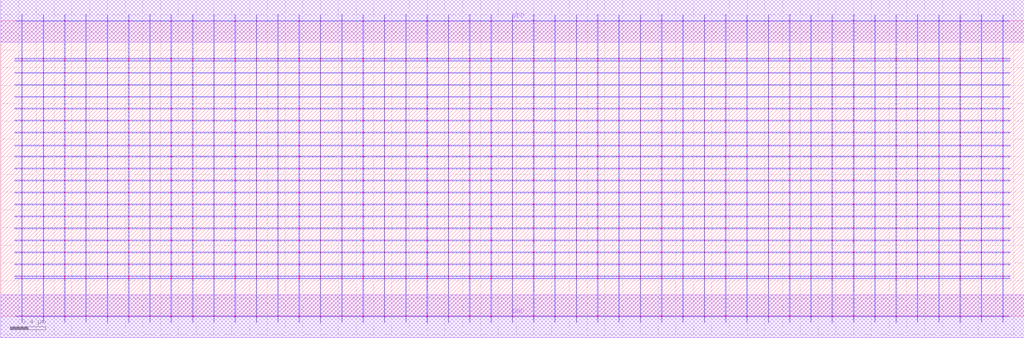
<source format=lef>
MACRO VANBERKEL1991
 CLASS CORE ;
 FOREIGN VANBERKEL1991 0 0 ;
 SIZE 11.52 BY 3.33 ;
 ORIGIN 0 0 ;
 SYMMETRY X Y R90 ;
 SITE unit ;
  PIN VDD
   DIRECTION INOUT ;
   USE POWER ;
   SHAPE ABUTMENT ;
    PORT
     CLASS CORE ;
       LAYER li1 ;
        RECT 0.00000000 3.09000000 11.52000000 3.57000000 ;
    END
  END VDD

  PIN GND
   DIRECTION INOUT ;
   USE POWER ;
   SHAPE ABUTMENT ;
    PORT
     CLASS CORE ;
       LAYER li1 ;
        RECT 0.00000000 -0.24000000 11.52000000 0.24000000 ;
    END
  END GND

 OBS
    LAYER polycont ;
     RECT 1.43600000 0.98600000 1.44400000 0.99400000 ;
     RECT 2.87600000 0.98600000 2.88400000 0.99400000 ;
     RECT 4.31600000 0.98600000 4.32400000 0.99400000 ;
     RECT 7.19600000 0.98600000 7.20400000 0.99400000 ;
     RECT 8.63600000 0.98600000 8.64400000 0.99400000 ;
     RECT 10.07600000 0.98600000 10.08400000 0.99400000 ;
     RECT 1.43600000 1.92100000 1.44400000 1.92900000 ;
     RECT 2.87600000 1.92100000 2.88400000 1.92900000 ;
     RECT 4.31600000 1.92100000 4.32400000 1.92900000 ;
     RECT 7.19600000 1.92100000 7.20400000 1.92900000 ;
     RECT 8.63600000 1.92100000 8.64400000 1.92900000 ;
     RECT 10.07600000 1.92100000 10.08400000 1.92900000 ;

    LAYER pdiffc ;
     RECT 6.47600000 2.33600000 6.48400000 2.34400000 ;
     RECT 6.71600000 2.33600000 6.72400000 2.34400000 ;
     RECT 7.67600000 2.33600000 7.68400000 2.34400000 ;
     RECT 7.91600000 2.33600000 7.92400000 2.34400000 ;
     RECT 8.15600000 2.33600000 8.16400000 2.34400000 ;
     RECT 9.11600000 2.33600000 9.12400000 2.34400000 ;
     RECT 9.35600000 2.33600000 9.36400000 2.34400000 ;
     RECT 9.59600000 2.33600000 9.60400000 2.34400000 ;
     RECT 10.55600000 2.33600000 10.56400000 2.34400000 ;
     RECT 10.79600000 2.33600000 10.80400000 2.34400000 ;
     RECT 6.47600000 2.47100000 6.48400000 2.47900000 ;
     RECT 6.71600000 2.47100000 6.72400000 2.47900000 ;
     RECT 7.67600000 2.47100000 7.68400000 2.47900000 ;
     RECT 7.91600000 2.47100000 7.92400000 2.47900000 ;
     RECT 8.15600000 2.47100000 8.16400000 2.47900000 ;
     RECT 9.11600000 2.47100000 9.12400000 2.47900000 ;
     RECT 9.35600000 2.47100000 9.36400000 2.47900000 ;
     RECT 9.59600000 2.47100000 9.60400000 2.47900000 ;
     RECT 10.55600000 2.47100000 10.56400000 2.47900000 ;
     RECT 10.79600000 2.47100000 10.80400000 2.47900000 ;
     RECT 6.47600000 2.60600000 6.48400000 2.61400000 ;
     RECT 6.71600000 2.60600000 6.72400000 2.61400000 ;
     RECT 7.67600000 2.60600000 7.68400000 2.61400000 ;
     RECT 7.91600000 2.60600000 7.92400000 2.61400000 ;
     RECT 8.15600000 2.60600000 8.16400000 2.61400000 ;
     RECT 9.11600000 2.60600000 9.12400000 2.61400000 ;
     RECT 9.35600000 2.60600000 9.36400000 2.61400000 ;
     RECT 9.59600000 2.60600000 9.60400000 2.61400000 ;
     RECT 10.55600000 2.60600000 10.56400000 2.61400000 ;
     RECT 10.79600000 2.60600000 10.80400000 2.61400000 ;
     RECT 6.47600000 2.74100000 6.48400000 2.74900000 ;
     RECT 6.71600000 2.74100000 6.72400000 2.74900000 ;
     RECT 7.67600000 2.74100000 7.68400000 2.74900000 ;
     RECT 7.91600000 2.74100000 7.92400000 2.74900000 ;
     RECT 8.15600000 2.74100000 8.16400000 2.74900000 ;
     RECT 9.11600000 2.74100000 9.12400000 2.74900000 ;
     RECT 9.35600000 2.74100000 9.36400000 2.74900000 ;
     RECT 9.59600000 2.74100000 9.60400000 2.74900000 ;
     RECT 10.55600000 2.74100000 10.56400000 2.74900000 ;
     RECT 10.79600000 2.74100000 10.80400000 2.74900000 ;
     RECT 6.47600000 2.87600000 6.48400000 2.88400000 ;
     RECT 6.71600000 2.87600000 6.72400000 2.88400000 ;
     RECT 7.67600000 2.87600000 7.68400000 2.88400000 ;
     RECT 7.91600000 2.87600000 7.92400000 2.88400000 ;
     RECT 8.15600000 2.87600000 8.16400000 2.88400000 ;
     RECT 9.11600000 2.87600000 9.12400000 2.88400000 ;
     RECT 9.35600000 2.87600000 9.36400000 2.88400000 ;
     RECT 9.59600000 2.87600000 9.60400000 2.88400000 ;
     RECT 10.55600000 2.87600000 10.56400000 2.88400000 ;
     RECT 10.79600000 2.87600000 10.80400000 2.88400000 ;
     RECT 6.47600000 2.90100000 6.48400000 2.90900000 ;
     RECT 6.71600000 2.90100000 6.72400000 2.90900000 ;
     RECT 7.67600000 2.90100000 7.68400000 2.90900000 ;
     RECT 7.91600000 2.90100000 7.92400000 2.90900000 ;
     RECT 8.15600000 2.90100000 8.16400000 2.90900000 ;
     RECT 9.11600000 2.90100000 9.12400000 2.90900000 ;
     RECT 9.35600000 2.90100000 9.36400000 2.90900000 ;
     RECT 9.59600000 2.90100000 9.60400000 2.90900000 ;
     RECT 10.55600000 2.90100000 10.56400000 2.90900000 ;
     RECT 10.79600000 2.90100000 10.80400000 2.90900000 ;
     RECT 0.71600000 2.74100000 0.72400000 2.74900000 ;
     RECT 0.95600000 2.74100000 0.96400000 2.74900000 ;
     RECT 1.91600000 2.74100000 1.92400000 2.74900000 ;
     RECT 2.15600000 2.74100000 2.16400000 2.74900000 ;
     RECT 2.39600000 2.74100000 2.40400000 2.74900000 ;
     RECT 3.35600000 2.74100000 3.36400000 2.74900000 ;
     RECT 3.59600000 2.74100000 3.60400000 2.74900000 ;
     RECT 3.83600000 2.74100000 3.84400000 2.74900000 ;
     RECT 4.79600000 2.74100000 4.80400000 2.74900000 ;
     RECT 5.03600000 2.74100000 5.04400000 2.74900000 ;
     RECT 0.71600000 2.33600000 0.72400000 2.34400000 ;
     RECT 0.95600000 2.33600000 0.96400000 2.34400000 ;
     RECT 1.91600000 2.33600000 1.92400000 2.34400000 ;
     RECT 2.15600000 2.33600000 2.16400000 2.34400000 ;
     RECT 2.39600000 2.33600000 2.40400000 2.34400000 ;
     RECT 3.35600000 2.33600000 3.36400000 2.34400000 ;
     RECT 3.59600000 2.33600000 3.60400000 2.34400000 ;
     RECT 3.83600000 2.33600000 3.84400000 2.34400000 ;
     RECT 4.79600000 2.33600000 4.80400000 2.34400000 ;
     RECT 5.03600000 2.33600000 5.04400000 2.34400000 ;
     RECT 0.71600000 2.87600000 0.72400000 2.88400000 ;
     RECT 0.95600000 2.87600000 0.96400000 2.88400000 ;
     RECT 1.91600000 2.87600000 1.92400000 2.88400000 ;
     RECT 2.15600000 2.87600000 2.16400000 2.88400000 ;
     RECT 2.39600000 2.87600000 2.40400000 2.88400000 ;
     RECT 3.35600000 2.87600000 3.36400000 2.88400000 ;
     RECT 3.59600000 2.87600000 3.60400000 2.88400000 ;
     RECT 3.83600000 2.87600000 3.84400000 2.88400000 ;
     RECT 4.79600000 2.87600000 4.80400000 2.88400000 ;
     RECT 5.03600000 2.87600000 5.04400000 2.88400000 ;
     RECT 0.71600000 2.60600000 0.72400000 2.61400000 ;
     RECT 0.95600000 2.60600000 0.96400000 2.61400000 ;
     RECT 1.91600000 2.60600000 1.92400000 2.61400000 ;
     RECT 2.15600000 2.60600000 2.16400000 2.61400000 ;
     RECT 2.39600000 2.60600000 2.40400000 2.61400000 ;
     RECT 3.35600000 2.60600000 3.36400000 2.61400000 ;
     RECT 3.59600000 2.60600000 3.60400000 2.61400000 ;
     RECT 3.83600000 2.60600000 3.84400000 2.61400000 ;
     RECT 4.79600000 2.60600000 4.80400000 2.61400000 ;
     RECT 5.03600000 2.60600000 5.04400000 2.61400000 ;
     RECT 0.71600000 2.90100000 0.72400000 2.90900000 ;
     RECT 0.95600000 2.90100000 0.96400000 2.90900000 ;
     RECT 1.91600000 2.90100000 1.92400000 2.90900000 ;
     RECT 2.15600000 2.90100000 2.16400000 2.90900000 ;
     RECT 2.39600000 2.90100000 2.40400000 2.90900000 ;
     RECT 3.35600000 2.90100000 3.36400000 2.90900000 ;
     RECT 3.59600000 2.90100000 3.60400000 2.90900000 ;
     RECT 3.83600000 2.90100000 3.84400000 2.90900000 ;
     RECT 4.79600000 2.90100000 4.80400000 2.90900000 ;
     RECT 5.03600000 2.90100000 5.04400000 2.90900000 ;
     RECT 0.71600000 2.47100000 0.72400000 2.47900000 ;
     RECT 0.95600000 2.47100000 0.96400000 2.47900000 ;
     RECT 1.91600000 2.47100000 1.92400000 2.47900000 ;
     RECT 2.15600000 2.47100000 2.16400000 2.47900000 ;
     RECT 2.39600000 2.47100000 2.40400000 2.47900000 ;
     RECT 3.35600000 2.47100000 3.36400000 2.47900000 ;
     RECT 3.59600000 2.47100000 3.60400000 2.47900000 ;
     RECT 3.83600000 2.47100000 3.84400000 2.47900000 ;
     RECT 4.79600000 2.47100000 4.80400000 2.47900000 ;
     RECT 5.03600000 2.47100000 5.04400000 2.47900000 ;

    LAYER ndiffc ;
     RECT 0.71600000 0.42100000 0.72400000 0.42900000 ;
     RECT 0.95600000 0.42100000 0.96400000 0.42900000 ;
     RECT 1.91600000 0.42100000 1.92400000 0.42900000 ;
     RECT 2.15600000 0.42100000 2.16400000 0.42900000 ;
     RECT 2.39600000 0.42100000 2.40400000 0.42900000 ;
     RECT 3.35600000 0.42100000 3.36400000 0.42900000 ;
     RECT 3.59600000 0.42100000 3.60400000 0.42900000 ;
     RECT 3.83600000 0.42100000 3.84400000 0.42900000 ;
     RECT 4.79600000 0.42100000 4.80400000 0.42900000 ;
     RECT 5.03600000 0.42100000 5.04400000 0.42900000 ;
     RECT 6.47600000 0.42100000 6.48400000 0.42900000 ;
     RECT 6.71600000 0.42100000 6.72400000 0.42900000 ;
     RECT 7.67600000 0.42100000 7.68400000 0.42900000 ;
     RECT 7.91600000 0.42100000 7.92400000 0.42900000 ;
     RECT 8.15600000 0.42100000 8.16400000 0.42900000 ;
     RECT 9.11600000 0.42100000 9.12400000 0.42900000 ;
     RECT 9.35600000 0.42100000 9.36400000 0.42900000 ;
     RECT 9.59600000 0.42100000 9.60400000 0.42900000 ;
     RECT 10.55600000 0.42100000 10.56400000 0.42900000 ;
     RECT 10.79600000 0.42100000 10.80400000 0.42900000 ;
     RECT 0.71600000 0.44600000 0.72400000 0.45400000 ;
     RECT 0.95600000 0.44600000 0.96400000 0.45400000 ;
     RECT 1.91600000 0.44600000 1.92400000 0.45400000 ;
     RECT 2.15600000 0.44600000 2.16400000 0.45400000 ;
     RECT 2.39600000 0.44600000 2.40400000 0.45400000 ;
     RECT 3.35600000 0.44600000 3.36400000 0.45400000 ;
     RECT 3.59600000 0.44600000 3.60400000 0.45400000 ;
     RECT 3.83600000 0.44600000 3.84400000 0.45400000 ;
     RECT 4.79600000 0.44600000 4.80400000 0.45400000 ;
     RECT 5.03600000 0.44600000 5.04400000 0.45400000 ;
     RECT 6.47600000 0.44600000 6.48400000 0.45400000 ;
     RECT 6.71600000 0.44600000 6.72400000 0.45400000 ;
     RECT 7.67600000 0.44600000 7.68400000 0.45400000 ;
     RECT 7.91600000 0.44600000 7.92400000 0.45400000 ;
     RECT 8.15600000 0.44600000 8.16400000 0.45400000 ;
     RECT 9.11600000 0.44600000 9.12400000 0.45400000 ;
     RECT 9.35600000 0.44600000 9.36400000 0.45400000 ;
     RECT 9.59600000 0.44600000 9.60400000 0.45400000 ;
     RECT 10.55600000 0.44600000 10.56400000 0.45400000 ;
     RECT 10.79600000 0.44600000 10.80400000 0.45400000 ;
     RECT 0.71600000 0.58100000 0.72400000 0.58900000 ;
     RECT 0.95600000 0.58100000 0.96400000 0.58900000 ;
     RECT 1.91600000 0.58100000 1.92400000 0.58900000 ;
     RECT 2.15600000 0.58100000 2.16400000 0.58900000 ;
     RECT 2.39600000 0.58100000 2.40400000 0.58900000 ;
     RECT 3.35600000 0.58100000 3.36400000 0.58900000 ;
     RECT 3.59600000 0.58100000 3.60400000 0.58900000 ;
     RECT 3.83600000 0.58100000 3.84400000 0.58900000 ;
     RECT 4.79600000 0.58100000 4.80400000 0.58900000 ;
     RECT 5.03600000 0.58100000 5.04400000 0.58900000 ;
     RECT 6.47600000 0.58100000 6.48400000 0.58900000 ;
     RECT 6.71600000 0.58100000 6.72400000 0.58900000 ;
     RECT 7.67600000 0.58100000 7.68400000 0.58900000 ;
     RECT 7.91600000 0.58100000 7.92400000 0.58900000 ;
     RECT 8.15600000 0.58100000 8.16400000 0.58900000 ;
     RECT 9.11600000 0.58100000 9.12400000 0.58900000 ;
     RECT 9.35600000 0.58100000 9.36400000 0.58900000 ;
     RECT 9.59600000 0.58100000 9.60400000 0.58900000 ;
     RECT 10.55600000 0.58100000 10.56400000 0.58900000 ;
     RECT 10.79600000 0.58100000 10.80400000 0.58900000 ;

    LAYER li1 ;
     RECT 0.00000000 -0.24000000 11.52000000 0.24000000 ;
     RECT 5.75600000 0.24000000 5.76400000 0.42100000 ;
     RECT 0.15500000 0.42100000 11.36500000 0.42900000 ;
     RECT 5.75600000 0.42900000 5.76400000 0.44600000 ;
     RECT 0.15500000 0.44600000 11.36500000 0.45400000 ;
     RECT 5.75600000 0.45400000 5.76400000 0.58100000 ;
     RECT 0.15500000 0.58100000 11.36500000 0.58900000 ;
     RECT 5.75600000 0.58900000 5.76400000 0.71600000 ;
     RECT 0.15500000 0.71600000 11.36500000 0.72400000 ;
     RECT 5.75600000 0.72400000 5.76400000 0.85100000 ;
     RECT 0.15500000 0.85100000 11.36500000 0.85900000 ;
     RECT 5.75600000 0.85900000 5.76400000 0.98600000 ;
     RECT 0.15500000 0.98600000 11.36500000 0.99400000 ;
     RECT 5.75600000 0.99400000 5.76400000 1.12100000 ;
     RECT 0.15500000 1.12100000 11.36500000 1.12900000 ;
     RECT 5.75600000 1.12900000 5.76400000 1.25600000 ;
     RECT 0.15500000 1.25600000 11.36500000 1.26400000 ;
     RECT 5.75600000 1.26400000 5.76400000 1.39100000 ;
     RECT 0.15500000 1.39100000 11.36500000 1.39900000 ;
     RECT 5.75600000 1.39900000 5.76400000 1.52600000 ;
     RECT 0.15500000 1.52600000 11.36500000 1.53400000 ;
     RECT 5.75600000 1.53400000 5.76400000 1.66100000 ;
     RECT 0.15500000 1.66100000 11.36500000 1.66900000 ;
     RECT 5.75600000 1.66900000 5.76400000 1.79600000 ;
     RECT 0.15500000 1.79600000 11.36500000 1.80400000 ;
     RECT 5.75600000 1.80400000 5.76400000 1.92100000 ;
     RECT 0.15500000 1.92100000 11.36500000 1.92900000 ;
     RECT 5.75600000 1.92900000 5.76400000 2.06600000 ;
     RECT 0.15500000 2.06600000 11.36500000 2.07400000 ;
     RECT 5.75600000 2.07400000 5.76400000 2.20100000 ;
     RECT 0.15500000 2.20100000 11.36500000 2.20900000 ;
     RECT 5.75600000 2.20900000 5.76400000 2.33600000 ;
     RECT 0.15500000 2.33600000 11.36500000 2.34400000 ;
     RECT 5.75600000 2.34400000 5.76400000 2.47100000 ;
     RECT 0.15500000 2.47100000 11.36500000 2.47900000 ;
     RECT 5.75600000 2.47900000 5.76400000 2.60600000 ;
     RECT 0.15500000 2.60600000 11.36500000 2.61400000 ;
     RECT 5.75600000 2.61400000 5.76400000 2.74100000 ;
     RECT 0.15500000 2.74100000 11.36500000 2.74900000 ;
     RECT 5.75600000 2.74900000 5.76400000 2.87600000 ;
     RECT 0.15500000 2.87600000 11.36500000 2.88400000 ;
     RECT 5.75600000 2.88400000 5.76400000 2.90100000 ;
     RECT 0.15500000 2.90100000 11.36500000 2.90900000 ;
     RECT 5.75600000 2.90900000 5.76400000 3.09000000 ;
     RECT 0.00000000 3.09000000 11.52000000 3.57000000 ;
     RECT 8.63600000 1.80400000 8.64400000 1.92100000 ;
     RECT 8.63600000 1.92900000 8.64400000 2.06600000 ;
     RECT 8.63600000 2.07400000 8.64400000 2.20100000 ;
     RECT 8.63600000 2.20900000 8.64400000 2.33600000 ;
     RECT 8.63600000 2.34400000 8.64400000 2.47100000 ;
     RECT 8.63600000 1.66900000 8.64400000 1.79600000 ;
     RECT 8.63600000 2.47900000 8.64400000 2.60600000 ;
     RECT 5.99600000 2.61400000 6.00400000 2.74100000 ;
     RECT 6.23600000 2.61400000 6.24400000 2.74100000 ;
     RECT 6.47600000 2.61400000 6.48400000 2.74100000 ;
     RECT 6.71600000 2.61400000 6.72400000 2.74100000 ;
     RECT 6.95600000 2.61400000 6.96400000 2.74100000 ;
     RECT 7.19600000 2.61400000 7.20400000 2.74100000 ;
     RECT 7.43600000 2.61400000 7.44400000 2.74100000 ;
     RECT 7.67600000 2.61400000 7.68400000 2.74100000 ;
     RECT 7.91600000 2.61400000 7.92400000 2.74100000 ;
     RECT 8.15600000 2.61400000 8.16400000 2.74100000 ;
     RECT 8.39600000 2.61400000 8.40400000 2.74100000 ;
     RECT 8.63600000 2.61400000 8.64400000 2.74100000 ;
     RECT 8.87600000 2.61400000 8.88400000 2.74100000 ;
     RECT 9.11600000 2.61400000 9.12400000 2.74100000 ;
     RECT 9.35600000 2.61400000 9.36400000 2.74100000 ;
     RECT 9.59600000 2.61400000 9.60400000 2.74100000 ;
     RECT 9.83600000 2.61400000 9.84400000 2.74100000 ;
     RECT 10.07600000 2.61400000 10.08400000 2.74100000 ;
     RECT 10.31600000 2.61400000 10.32400000 2.74100000 ;
     RECT 10.55600000 2.61400000 10.56400000 2.74100000 ;
     RECT 10.79600000 2.61400000 10.80400000 2.74100000 ;
     RECT 11.03600000 2.61400000 11.04400000 2.74100000 ;
     RECT 11.27600000 2.61400000 11.28400000 2.74100000 ;
     RECT 8.63600000 2.74900000 8.64400000 2.87600000 ;
     RECT 8.63600000 2.88400000 8.64400000 2.90100000 ;
     RECT 8.63600000 2.90900000 8.64400000 3.09000000 ;
     RECT 9.35600000 2.74900000 9.36400000 2.87600000 ;
     RECT 9.59600000 2.74900000 9.60400000 2.87600000 ;
     RECT 9.83600000 2.74900000 9.84400000 2.87600000 ;
     RECT 10.07600000 2.74900000 10.08400000 2.87600000 ;
     RECT 10.31600000 2.74900000 10.32400000 2.87600000 ;
     RECT 10.55600000 2.74900000 10.56400000 2.87600000 ;
     RECT 10.79600000 2.74900000 10.80400000 2.87600000 ;
     RECT 11.03600000 2.74900000 11.04400000 2.87600000 ;
     RECT 11.27600000 2.74900000 11.28400000 2.87600000 ;
     RECT 8.87600000 2.74900000 8.88400000 2.87600000 ;
     RECT 8.87600000 2.88400000 8.88400000 2.90100000 ;
     RECT 9.11600000 2.88400000 9.12400000 2.90100000 ;
     RECT 9.35600000 2.88400000 9.36400000 2.90100000 ;
     RECT 9.59600000 2.88400000 9.60400000 2.90100000 ;
     RECT 9.83600000 2.88400000 9.84400000 2.90100000 ;
     RECT 10.07600000 2.88400000 10.08400000 2.90100000 ;
     RECT 10.31600000 2.88400000 10.32400000 2.90100000 ;
     RECT 10.55600000 2.88400000 10.56400000 2.90100000 ;
     RECT 10.79600000 2.88400000 10.80400000 2.90100000 ;
     RECT 11.03600000 2.88400000 11.04400000 2.90100000 ;
     RECT 11.27600000 2.88400000 11.28400000 2.90100000 ;
     RECT 9.11600000 2.74900000 9.12400000 2.87600000 ;
     RECT 8.87600000 2.90900000 8.88400000 3.09000000 ;
     RECT 9.11600000 2.90900000 9.12400000 3.09000000 ;
     RECT 9.35600000 2.90900000 9.36400000 3.09000000 ;
     RECT 9.59600000 2.90900000 9.60400000 3.09000000 ;
     RECT 9.83600000 2.90900000 9.84400000 3.09000000 ;
     RECT 10.07600000 2.90900000 10.08400000 3.09000000 ;
     RECT 10.31600000 2.90900000 10.32400000 3.09000000 ;
     RECT 10.55600000 2.90900000 10.56400000 3.09000000 ;
     RECT 10.79600000 2.90900000 10.80400000 3.09000000 ;
     RECT 11.03600000 2.90900000 11.04400000 3.09000000 ;
     RECT 11.27600000 2.90900000 11.28400000 3.09000000 ;
     RECT 6.71600000 2.74900000 6.72400000 2.87600000 ;
     RECT 6.95600000 2.74900000 6.96400000 2.87600000 ;
     RECT 7.19600000 2.74900000 7.20400000 2.87600000 ;
     RECT 7.43600000 2.74900000 7.44400000 2.87600000 ;
     RECT 7.67600000 2.74900000 7.68400000 2.87600000 ;
     RECT 7.91600000 2.74900000 7.92400000 2.87600000 ;
     RECT 8.15600000 2.74900000 8.16400000 2.87600000 ;
     RECT 8.39600000 2.74900000 8.40400000 2.87600000 ;
     RECT 5.99600000 2.74900000 6.00400000 2.87600000 ;
     RECT 5.99600000 2.88400000 6.00400000 2.90100000 ;
     RECT 5.99600000 2.90900000 6.00400000 3.09000000 ;
     RECT 6.23600000 2.90900000 6.24400000 3.09000000 ;
     RECT 6.47600000 2.90900000 6.48400000 3.09000000 ;
     RECT 6.71600000 2.90900000 6.72400000 3.09000000 ;
     RECT 6.95600000 2.90900000 6.96400000 3.09000000 ;
     RECT 7.19600000 2.90900000 7.20400000 3.09000000 ;
     RECT 7.43600000 2.90900000 7.44400000 3.09000000 ;
     RECT 7.67600000 2.90900000 7.68400000 3.09000000 ;
     RECT 7.91600000 2.90900000 7.92400000 3.09000000 ;
     RECT 8.15600000 2.90900000 8.16400000 3.09000000 ;
     RECT 8.39600000 2.90900000 8.40400000 3.09000000 ;
     RECT 6.23600000 2.88400000 6.24400000 2.90100000 ;
     RECT 6.47600000 2.88400000 6.48400000 2.90100000 ;
     RECT 6.71600000 2.88400000 6.72400000 2.90100000 ;
     RECT 6.95600000 2.88400000 6.96400000 2.90100000 ;
     RECT 7.19600000 2.88400000 7.20400000 2.90100000 ;
     RECT 7.43600000 2.88400000 7.44400000 2.90100000 ;
     RECT 7.67600000 2.88400000 7.68400000 2.90100000 ;
     RECT 7.91600000 2.88400000 7.92400000 2.90100000 ;
     RECT 8.15600000 2.88400000 8.16400000 2.90100000 ;
     RECT 8.39600000 2.88400000 8.40400000 2.90100000 ;
     RECT 6.23600000 2.74900000 6.24400000 2.87600000 ;
     RECT 6.47600000 2.74900000 6.48400000 2.87600000 ;
     RECT 7.43600000 1.92900000 7.44400000 2.06600000 ;
     RECT 7.67600000 1.92900000 7.68400000 2.06600000 ;
     RECT 7.91600000 1.92900000 7.92400000 2.06600000 ;
     RECT 8.15600000 1.92900000 8.16400000 2.06600000 ;
     RECT 8.39600000 1.92900000 8.40400000 2.06600000 ;
     RECT 6.23600000 1.66900000 6.24400000 1.79600000 ;
     RECT 6.95600000 1.66900000 6.96400000 1.79600000 ;
     RECT 7.19600000 1.66900000 7.20400000 1.79600000 ;
     RECT 5.99600000 2.07400000 6.00400000 2.20100000 ;
     RECT 6.23600000 2.07400000 6.24400000 2.20100000 ;
     RECT 6.47600000 2.07400000 6.48400000 2.20100000 ;
     RECT 6.71600000 2.07400000 6.72400000 2.20100000 ;
     RECT 6.95600000 2.07400000 6.96400000 2.20100000 ;
     RECT 7.19600000 2.07400000 7.20400000 2.20100000 ;
     RECT 7.43600000 2.07400000 7.44400000 2.20100000 ;
     RECT 7.67600000 2.07400000 7.68400000 2.20100000 ;
     RECT 7.91600000 2.07400000 7.92400000 2.20100000 ;
     RECT 8.15600000 2.07400000 8.16400000 2.20100000 ;
     RECT 8.39600000 2.07400000 8.40400000 2.20100000 ;
     RECT 5.99600000 1.80400000 6.00400000 1.92100000 ;
     RECT 7.43600000 1.66900000 7.44400000 1.79600000 ;
     RECT 7.67600000 1.66900000 7.68400000 1.79600000 ;
     RECT 5.99600000 2.20900000 6.00400000 2.33600000 ;
     RECT 6.23600000 2.20900000 6.24400000 2.33600000 ;
     RECT 6.47600000 2.20900000 6.48400000 2.33600000 ;
     RECT 6.71600000 2.20900000 6.72400000 2.33600000 ;
     RECT 6.95600000 2.20900000 6.96400000 2.33600000 ;
     RECT 7.19600000 2.20900000 7.20400000 2.33600000 ;
     RECT 7.43600000 2.20900000 7.44400000 2.33600000 ;
     RECT 7.67600000 2.20900000 7.68400000 2.33600000 ;
     RECT 7.91600000 2.20900000 7.92400000 2.33600000 ;
     RECT 8.15600000 2.20900000 8.16400000 2.33600000 ;
     RECT 8.39600000 2.20900000 8.40400000 2.33600000 ;
     RECT 6.23600000 1.80400000 6.24400000 1.92100000 ;
     RECT 7.91600000 1.66900000 7.92400000 1.79600000 ;
     RECT 8.15600000 1.66900000 8.16400000 1.79600000 ;
     RECT 5.99600000 2.34400000 6.00400000 2.47100000 ;
     RECT 6.23600000 2.34400000 6.24400000 2.47100000 ;
     RECT 6.47600000 2.34400000 6.48400000 2.47100000 ;
     RECT 6.71600000 2.34400000 6.72400000 2.47100000 ;
     RECT 6.95600000 2.34400000 6.96400000 2.47100000 ;
     RECT 7.19600000 2.34400000 7.20400000 2.47100000 ;
     RECT 7.43600000 2.34400000 7.44400000 2.47100000 ;
     RECT 7.67600000 2.34400000 7.68400000 2.47100000 ;
     RECT 7.91600000 2.34400000 7.92400000 2.47100000 ;
     RECT 8.15600000 2.34400000 8.16400000 2.47100000 ;
     RECT 8.39600000 2.34400000 8.40400000 2.47100000 ;
     RECT 6.47600000 1.80400000 6.48400000 1.92100000 ;
     RECT 8.39600000 1.66900000 8.40400000 1.79600000 ;
     RECT 6.71600000 1.80400000 6.72400000 1.92100000 ;
     RECT 5.99600000 2.47900000 6.00400000 2.60600000 ;
     RECT 6.23600000 2.47900000 6.24400000 2.60600000 ;
     RECT 6.47600000 2.47900000 6.48400000 2.60600000 ;
     RECT 6.71600000 2.47900000 6.72400000 2.60600000 ;
     RECT 6.95600000 2.47900000 6.96400000 2.60600000 ;
     RECT 7.19600000 2.47900000 7.20400000 2.60600000 ;
     RECT 7.43600000 2.47900000 7.44400000 2.60600000 ;
     RECT 7.67600000 2.47900000 7.68400000 2.60600000 ;
     RECT 7.91600000 2.47900000 7.92400000 2.60600000 ;
     RECT 8.15600000 2.47900000 8.16400000 2.60600000 ;
     RECT 8.39600000 2.47900000 8.40400000 2.60600000 ;
     RECT 6.95600000 1.80400000 6.96400000 1.92100000 ;
     RECT 7.19600000 1.80400000 7.20400000 1.92100000 ;
     RECT 7.43600000 1.80400000 7.44400000 1.92100000 ;
     RECT 7.67600000 1.80400000 7.68400000 1.92100000 ;
     RECT 7.91600000 1.80400000 7.92400000 1.92100000 ;
     RECT 8.15600000 1.80400000 8.16400000 1.92100000 ;
     RECT 8.39600000 1.80400000 8.40400000 1.92100000 ;
     RECT 5.99600000 1.66900000 6.00400000 1.79600000 ;
     RECT 6.47600000 1.66900000 6.48400000 1.79600000 ;
     RECT 6.71600000 1.66900000 6.72400000 1.79600000 ;
     RECT 5.99600000 1.92900000 6.00400000 2.06600000 ;
     RECT 6.23600000 1.92900000 6.24400000 2.06600000 ;
     RECT 6.47600000 1.92900000 6.48400000 2.06600000 ;
     RECT 6.71600000 1.92900000 6.72400000 2.06600000 ;
     RECT 6.95600000 1.92900000 6.96400000 2.06600000 ;
     RECT 7.19600000 1.92900000 7.20400000 2.06600000 ;
     RECT 10.55600000 1.80400000 10.56400000 1.92100000 ;
     RECT 9.35600000 1.66900000 9.36400000 1.79600000 ;
     RECT 9.59600000 1.66900000 9.60400000 1.79600000 ;
     RECT 10.79600000 1.80400000 10.80400000 1.92100000 ;
     RECT 11.03600000 1.80400000 11.04400000 1.92100000 ;
     RECT 11.27600000 1.80400000 11.28400000 1.92100000 ;
     RECT 11.03600000 1.66900000 11.04400000 1.79600000 ;
     RECT 8.87600000 1.92900000 8.88400000 2.06600000 ;
     RECT 8.87600000 2.07400000 8.88400000 2.20100000 ;
     RECT 9.11600000 2.07400000 9.12400000 2.20100000 ;
     RECT 9.35600000 2.07400000 9.36400000 2.20100000 ;
     RECT 9.59600000 2.07400000 9.60400000 2.20100000 ;
     RECT 8.87600000 2.34400000 8.88400000 2.47100000 ;
     RECT 9.11600000 2.34400000 9.12400000 2.47100000 ;
     RECT 9.35600000 2.34400000 9.36400000 2.47100000 ;
     RECT 9.59600000 2.34400000 9.60400000 2.47100000 ;
     RECT 9.83600000 2.34400000 9.84400000 2.47100000 ;
     RECT 10.07600000 2.34400000 10.08400000 2.47100000 ;
     RECT 10.31600000 2.34400000 10.32400000 2.47100000 ;
     RECT 10.55600000 2.34400000 10.56400000 2.47100000 ;
     RECT 10.79600000 2.34400000 10.80400000 2.47100000 ;
     RECT 11.03600000 2.34400000 11.04400000 2.47100000 ;
     RECT 11.27600000 2.34400000 11.28400000 2.47100000 ;
     RECT 9.83600000 2.07400000 9.84400000 2.20100000 ;
     RECT 10.07600000 2.07400000 10.08400000 2.20100000 ;
     RECT 10.31600000 2.07400000 10.32400000 2.20100000 ;
     RECT 9.83600000 1.66900000 9.84400000 1.79600000 ;
     RECT 10.07600000 1.66900000 10.08400000 1.79600000 ;
     RECT 10.55600000 2.07400000 10.56400000 2.20100000 ;
     RECT 10.79600000 2.07400000 10.80400000 2.20100000 ;
     RECT 11.03600000 2.07400000 11.04400000 2.20100000 ;
     RECT 11.27600000 2.07400000 11.28400000 2.20100000 ;
     RECT 9.11600000 1.92900000 9.12400000 2.06600000 ;
     RECT 9.35600000 1.92900000 9.36400000 2.06600000 ;
     RECT 9.59600000 1.92900000 9.60400000 2.06600000 ;
     RECT 9.83600000 1.92900000 9.84400000 2.06600000 ;
     RECT 10.07600000 1.92900000 10.08400000 2.06600000 ;
     RECT 10.31600000 1.92900000 10.32400000 2.06600000 ;
     RECT 10.55600000 1.92900000 10.56400000 2.06600000 ;
     RECT 8.87600000 2.47900000 8.88400000 2.60600000 ;
     RECT 9.11600000 2.47900000 9.12400000 2.60600000 ;
     RECT 9.35600000 2.47900000 9.36400000 2.60600000 ;
     RECT 9.59600000 2.47900000 9.60400000 2.60600000 ;
     RECT 9.83600000 2.47900000 9.84400000 2.60600000 ;
     RECT 10.07600000 2.47900000 10.08400000 2.60600000 ;
     RECT 10.31600000 2.47900000 10.32400000 2.60600000 ;
     RECT 10.55600000 2.47900000 10.56400000 2.60600000 ;
     RECT 10.79600000 2.47900000 10.80400000 2.60600000 ;
     RECT 11.03600000 2.47900000 11.04400000 2.60600000 ;
     RECT 11.27600000 2.47900000 11.28400000 2.60600000 ;
     RECT 8.87600000 1.66900000 8.88400000 1.79600000 ;
     RECT 10.31600000 1.66900000 10.32400000 1.79600000 ;
     RECT 10.55600000 1.66900000 10.56400000 1.79600000 ;
     RECT 9.11600000 1.66900000 9.12400000 1.79600000 ;
     RECT 10.79600000 1.92900000 10.80400000 2.06600000 ;
     RECT 11.03600000 1.92900000 11.04400000 2.06600000 ;
     RECT 11.27600000 1.92900000 11.28400000 2.06600000 ;
     RECT 11.27600000 1.66900000 11.28400000 1.79600000 ;
     RECT 8.87600000 1.80400000 8.88400000 1.92100000 ;
     RECT 9.11600000 1.80400000 9.12400000 1.92100000 ;
     RECT 9.35600000 1.80400000 9.36400000 1.92100000 ;
     RECT 8.87600000 2.20900000 8.88400000 2.33600000 ;
     RECT 9.11600000 2.20900000 9.12400000 2.33600000 ;
     RECT 9.35600000 2.20900000 9.36400000 2.33600000 ;
     RECT 9.59600000 2.20900000 9.60400000 2.33600000 ;
     RECT 9.83600000 2.20900000 9.84400000 2.33600000 ;
     RECT 10.07600000 2.20900000 10.08400000 2.33600000 ;
     RECT 10.31600000 2.20900000 10.32400000 2.33600000 ;
     RECT 10.55600000 2.20900000 10.56400000 2.33600000 ;
     RECT 10.79600000 2.20900000 10.80400000 2.33600000 ;
     RECT 11.03600000 2.20900000 11.04400000 2.33600000 ;
     RECT 11.27600000 2.20900000 11.28400000 2.33600000 ;
     RECT 9.59600000 1.80400000 9.60400000 1.92100000 ;
     RECT 9.83600000 1.80400000 9.84400000 1.92100000 ;
     RECT 10.07600000 1.80400000 10.08400000 1.92100000 ;
     RECT 10.31600000 1.80400000 10.32400000 1.92100000 ;
     RECT 10.79600000 1.66900000 10.80400000 1.79600000 ;
     RECT 2.87600000 2.47900000 2.88400000 2.60600000 ;
     RECT 2.87600000 2.07400000 2.88400000 2.20100000 ;
     RECT 2.87600000 1.66900000 2.88400000 1.79600000 ;
     RECT 0.23600000 2.61400000 0.24400000 2.74100000 ;
     RECT 0.47600000 2.61400000 0.48400000 2.74100000 ;
     RECT 0.71600000 2.61400000 0.72400000 2.74100000 ;
     RECT 0.95600000 2.61400000 0.96400000 2.74100000 ;
     RECT 1.19600000 2.61400000 1.20400000 2.74100000 ;
     RECT 1.43600000 2.61400000 1.44400000 2.74100000 ;
     RECT 1.67600000 2.61400000 1.68400000 2.74100000 ;
     RECT 1.91600000 2.61400000 1.92400000 2.74100000 ;
     RECT 2.15600000 2.61400000 2.16400000 2.74100000 ;
     RECT 2.39600000 2.61400000 2.40400000 2.74100000 ;
     RECT 2.63600000 2.61400000 2.64400000 2.74100000 ;
     RECT 2.87600000 2.61400000 2.88400000 2.74100000 ;
     RECT 3.11600000 2.61400000 3.12400000 2.74100000 ;
     RECT 3.35600000 2.61400000 3.36400000 2.74100000 ;
     RECT 3.59600000 2.61400000 3.60400000 2.74100000 ;
     RECT 3.83600000 2.61400000 3.84400000 2.74100000 ;
     RECT 4.07600000 2.61400000 4.08400000 2.74100000 ;
     RECT 4.31600000 2.61400000 4.32400000 2.74100000 ;
     RECT 4.55600000 2.61400000 4.56400000 2.74100000 ;
     RECT 4.79600000 2.61400000 4.80400000 2.74100000 ;
     RECT 5.03600000 2.61400000 5.04400000 2.74100000 ;
     RECT 5.27600000 2.61400000 5.28400000 2.74100000 ;
     RECT 5.51600000 2.61400000 5.52400000 2.74100000 ;
     RECT 2.87600000 2.74900000 2.88400000 2.87600000 ;
     RECT 2.87600000 2.20900000 2.88400000 2.33600000 ;
     RECT 2.87600000 1.92900000 2.88400000 2.06600000 ;
     RECT 2.87600000 2.88400000 2.88400000 2.90100000 ;
     RECT 2.87600000 2.90900000 2.88400000 3.09000000 ;
     RECT 2.87600000 2.34400000 2.88400000 2.47100000 ;
     RECT 2.87600000 1.80400000 2.88400000 1.92100000 ;
     RECT 4.55600000 2.74900000 4.56400000 2.87600000 ;
     RECT 4.79600000 2.74900000 4.80400000 2.87600000 ;
     RECT 5.03600000 2.74900000 5.04400000 2.87600000 ;
     RECT 5.27600000 2.74900000 5.28400000 2.87600000 ;
     RECT 5.51600000 2.74900000 5.52400000 2.87600000 ;
     RECT 3.11600000 2.74900000 3.12400000 2.87600000 ;
     RECT 3.35600000 2.74900000 3.36400000 2.87600000 ;
     RECT 3.59600000 2.74900000 3.60400000 2.87600000 ;
     RECT 3.11600000 2.88400000 3.12400000 2.90100000 ;
     RECT 3.35600000 2.88400000 3.36400000 2.90100000 ;
     RECT 3.59600000 2.88400000 3.60400000 2.90100000 ;
     RECT 3.83600000 2.88400000 3.84400000 2.90100000 ;
     RECT 4.07600000 2.88400000 4.08400000 2.90100000 ;
     RECT 4.31600000 2.88400000 4.32400000 2.90100000 ;
     RECT 4.55600000 2.88400000 4.56400000 2.90100000 ;
     RECT 4.79600000 2.88400000 4.80400000 2.90100000 ;
     RECT 5.03600000 2.88400000 5.04400000 2.90100000 ;
     RECT 5.27600000 2.88400000 5.28400000 2.90100000 ;
     RECT 5.51600000 2.88400000 5.52400000 2.90100000 ;
     RECT 3.83600000 2.74900000 3.84400000 2.87600000 ;
     RECT 3.11600000 2.90900000 3.12400000 3.09000000 ;
     RECT 3.35600000 2.90900000 3.36400000 3.09000000 ;
     RECT 3.59600000 2.90900000 3.60400000 3.09000000 ;
     RECT 3.83600000 2.90900000 3.84400000 3.09000000 ;
     RECT 4.07600000 2.90900000 4.08400000 3.09000000 ;
     RECT 4.31600000 2.90900000 4.32400000 3.09000000 ;
     RECT 4.55600000 2.90900000 4.56400000 3.09000000 ;
     RECT 4.79600000 2.90900000 4.80400000 3.09000000 ;
     RECT 5.03600000 2.90900000 5.04400000 3.09000000 ;
     RECT 5.27600000 2.90900000 5.28400000 3.09000000 ;
     RECT 5.51600000 2.90900000 5.52400000 3.09000000 ;
     RECT 4.07600000 2.74900000 4.08400000 2.87600000 ;
     RECT 4.31600000 2.74900000 4.32400000 2.87600000 ;
     RECT 1.91600000 2.74900000 1.92400000 2.87600000 ;
     RECT 2.15600000 2.74900000 2.16400000 2.87600000 ;
     RECT 2.39600000 2.74900000 2.40400000 2.87600000 ;
     RECT 2.63600000 2.74900000 2.64400000 2.87600000 ;
     RECT 0.23600000 2.74900000 0.24400000 2.87600000 ;
     RECT 0.47600000 2.74900000 0.48400000 2.87600000 ;
     RECT 0.71600000 2.74900000 0.72400000 2.87600000 ;
     RECT 0.23600000 2.88400000 0.24400000 2.90100000 ;
     RECT 0.23600000 2.90900000 0.24400000 3.09000000 ;
     RECT 0.47600000 2.90900000 0.48400000 3.09000000 ;
     RECT 0.71600000 2.90900000 0.72400000 3.09000000 ;
     RECT 0.95600000 2.90900000 0.96400000 3.09000000 ;
     RECT 1.19600000 2.90900000 1.20400000 3.09000000 ;
     RECT 1.43600000 2.90900000 1.44400000 3.09000000 ;
     RECT 1.67600000 2.90900000 1.68400000 3.09000000 ;
     RECT 1.91600000 2.90900000 1.92400000 3.09000000 ;
     RECT 2.15600000 2.90900000 2.16400000 3.09000000 ;
     RECT 2.39600000 2.90900000 2.40400000 3.09000000 ;
     RECT 2.63600000 2.90900000 2.64400000 3.09000000 ;
     RECT 0.47600000 2.88400000 0.48400000 2.90100000 ;
     RECT 0.71600000 2.88400000 0.72400000 2.90100000 ;
     RECT 0.95600000 2.88400000 0.96400000 2.90100000 ;
     RECT 1.19600000 2.88400000 1.20400000 2.90100000 ;
     RECT 1.43600000 2.88400000 1.44400000 2.90100000 ;
     RECT 1.67600000 2.88400000 1.68400000 2.90100000 ;
     RECT 1.91600000 2.88400000 1.92400000 2.90100000 ;
     RECT 2.15600000 2.88400000 2.16400000 2.90100000 ;
     RECT 2.39600000 2.88400000 2.40400000 2.90100000 ;
     RECT 2.63600000 2.88400000 2.64400000 2.90100000 ;
     RECT 0.95600000 2.74900000 0.96400000 2.87600000 ;
     RECT 1.19600000 2.74900000 1.20400000 2.87600000 ;
     RECT 1.43600000 2.74900000 1.44400000 2.87600000 ;
     RECT 1.67600000 2.74900000 1.68400000 2.87600000 ;
     RECT 2.15600000 2.47900000 2.16400000 2.60600000 ;
     RECT 1.19600000 1.92900000 1.20400000 2.06600000 ;
     RECT 1.43600000 1.92900000 1.44400000 2.06600000 ;
     RECT 1.67600000 1.92900000 1.68400000 2.06600000 ;
     RECT 1.91600000 1.92900000 1.92400000 2.06600000 ;
     RECT 2.15600000 1.92900000 2.16400000 2.06600000 ;
     RECT 2.39600000 1.92900000 2.40400000 2.06600000 ;
     RECT 2.63600000 1.92900000 2.64400000 2.06600000 ;
     RECT 2.39600000 2.47900000 2.40400000 2.60600000 ;
     RECT 2.63600000 2.47900000 2.64400000 2.60600000 ;
     RECT 0.71600000 1.66900000 0.72400000 1.79600000 ;
     RECT 1.67600000 2.07400000 1.68400000 2.20100000 ;
     RECT 1.91600000 2.07400000 1.92400000 2.20100000 ;
     RECT 2.15600000 2.07400000 2.16400000 2.20100000 ;
     RECT 2.39600000 2.07400000 2.40400000 2.20100000 ;
     RECT 0.23600000 1.66900000 0.24400000 1.79600000 ;
     RECT 0.47600000 1.66900000 0.48400000 1.79600000 ;
     RECT 0.23600000 1.80400000 0.24400000 1.92100000 ;
     RECT 0.47600000 1.80400000 0.48400000 1.92100000 ;
     RECT 0.23600000 1.92900000 0.24400000 2.06600000 ;
     RECT 0.47600000 1.92900000 0.48400000 2.06600000 ;
     RECT 0.71600000 1.92900000 0.72400000 2.06600000 ;
     RECT 0.95600000 1.92900000 0.96400000 2.06600000 ;
     RECT 0.23600000 2.20900000 0.24400000 2.33600000 ;
     RECT 0.47600000 2.20900000 0.48400000 2.33600000 ;
     RECT 0.71600000 2.20900000 0.72400000 2.33600000 ;
     RECT 0.95600000 2.20900000 0.96400000 2.33600000 ;
     RECT 1.19600000 2.20900000 1.20400000 2.33600000 ;
     RECT 1.43600000 2.20900000 1.44400000 2.33600000 ;
     RECT 1.67600000 2.20900000 1.68400000 2.33600000 ;
     RECT 1.91600000 2.20900000 1.92400000 2.33600000 ;
     RECT 2.63600000 2.07400000 2.64400000 2.20100000 ;
     RECT 0.71600000 1.80400000 0.72400000 1.92100000 ;
     RECT 0.95600000 1.80400000 0.96400000 1.92100000 ;
     RECT 1.19600000 1.80400000 1.20400000 1.92100000 ;
     RECT 1.43600000 1.80400000 1.44400000 1.92100000 ;
     RECT 1.67600000 1.80400000 1.68400000 1.92100000 ;
     RECT 1.91600000 1.80400000 1.92400000 1.92100000 ;
     RECT 0.23600000 2.34400000 0.24400000 2.47100000 ;
     RECT 0.47600000 2.34400000 0.48400000 2.47100000 ;
     RECT 0.71600000 2.34400000 0.72400000 2.47100000 ;
     RECT 0.95600000 2.34400000 0.96400000 2.47100000 ;
     RECT 1.19600000 2.34400000 1.20400000 2.47100000 ;
     RECT 1.43600000 2.34400000 1.44400000 2.47100000 ;
     RECT 1.67600000 2.34400000 1.68400000 2.47100000 ;
     RECT 1.91600000 2.34400000 1.92400000 2.47100000 ;
     RECT 2.15600000 2.34400000 2.16400000 2.47100000 ;
     RECT 2.39600000 2.34400000 2.40400000 2.47100000 ;
     RECT 0.95600000 1.66900000 0.96400000 1.79600000 ;
     RECT 1.67600000 1.66900000 1.68400000 1.79600000 ;
     RECT 1.91600000 1.66900000 1.92400000 1.79600000 ;
     RECT 2.15600000 1.66900000 2.16400000 1.79600000 ;
     RECT 2.39600000 1.66900000 2.40400000 1.79600000 ;
     RECT 2.63600000 1.66900000 2.64400000 1.79600000 ;
     RECT 1.19600000 1.66900000 1.20400000 1.79600000 ;
     RECT 1.43600000 1.66900000 1.44400000 1.79600000 ;
     RECT 0.23600000 2.07400000 0.24400000 2.20100000 ;
     RECT 0.47600000 2.07400000 0.48400000 2.20100000 ;
     RECT 0.71600000 2.07400000 0.72400000 2.20100000 ;
     RECT 0.95600000 2.07400000 0.96400000 2.20100000 ;
     RECT 1.19600000 2.07400000 1.20400000 2.20100000 ;
     RECT 1.43600000 2.07400000 1.44400000 2.20100000 ;
     RECT 0.23600000 2.47900000 0.24400000 2.60600000 ;
     RECT 0.47600000 2.47900000 0.48400000 2.60600000 ;
     RECT 0.71600000 2.47900000 0.72400000 2.60600000 ;
     RECT 0.95600000 2.47900000 0.96400000 2.60600000 ;
     RECT 1.19600000 2.47900000 1.20400000 2.60600000 ;
     RECT 1.43600000 2.47900000 1.44400000 2.60600000 ;
     RECT 1.67600000 2.47900000 1.68400000 2.60600000 ;
     RECT 1.91600000 2.47900000 1.92400000 2.60600000 ;
     RECT 2.15600000 2.20900000 2.16400000 2.33600000 ;
     RECT 2.63600000 2.34400000 2.64400000 2.47100000 ;
     RECT 2.39600000 2.20900000 2.40400000 2.33600000 ;
     RECT 2.15600000 1.80400000 2.16400000 1.92100000 ;
     RECT 2.39600000 1.80400000 2.40400000 1.92100000 ;
     RECT 2.63600000 1.80400000 2.64400000 1.92100000 ;
     RECT 2.63600000 2.20900000 2.64400000 2.33600000 ;
     RECT 5.27600000 1.66900000 5.28400000 1.79600000 ;
     RECT 5.51600000 1.66900000 5.52400000 1.79600000 ;
     RECT 4.79600000 2.47900000 4.80400000 2.60600000 ;
     RECT 5.03600000 2.47900000 5.04400000 2.60600000 ;
     RECT 3.59600000 1.92900000 3.60400000 2.06600000 ;
     RECT 3.83600000 1.92900000 3.84400000 2.06600000 ;
     RECT 4.07600000 1.92900000 4.08400000 2.06600000 ;
     RECT 4.31600000 1.92900000 4.32400000 2.06600000 ;
     RECT 4.55600000 1.92900000 4.56400000 2.06600000 ;
     RECT 4.79600000 1.92900000 4.80400000 2.06600000 ;
     RECT 5.03600000 1.92900000 5.04400000 2.06600000 ;
     RECT 5.27600000 1.92900000 5.28400000 2.06600000 ;
     RECT 5.51600000 1.92900000 5.52400000 2.06600000 ;
     RECT 3.11600000 1.66900000 3.12400000 1.79600000 ;
     RECT 3.35600000 1.66900000 3.36400000 1.79600000 ;
     RECT 5.27600000 2.47900000 5.28400000 2.60600000 ;
     RECT 5.51600000 2.47900000 5.52400000 2.60600000 ;
     RECT 5.27600000 1.80400000 5.28400000 1.92100000 ;
     RECT 3.11600000 2.20900000 3.12400000 2.33600000 ;
     RECT 3.35600000 2.20900000 3.36400000 2.33600000 ;
     RECT 3.59600000 2.20900000 3.60400000 2.33600000 ;
     RECT 3.83600000 2.20900000 3.84400000 2.33600000 ;
     RECT 4.07600000 2.20900000 4.08400000 2.33600000 ;
     RECT 4.31600000 2.20900000 4.32400000 2.33600000 ;
     RECT 4.55600000 2.20900000 4.56400000 2.33600000 ;
     RECT 4.79600000 2.20900000 4.80400000 2.33600000 ;
     RECT 5.03600000 2.20900000 5.04400000 2.33600000 ;
     RECT 5.27600000 2.20900000 5.28400000 2.33600000 ;
     RECT 5.51600000 2.20900000 5.52400000 2.33600000 ;
     RECT 5.51600000 1.80400000 5.52400000 1.92100000 ;
     RECT 5.03600000 1.80400000 5.04400000 1.92100000 ;
     RECT 3.11600000 2.47900000 3.12400000 2.60600000 ;
     RECT 3.35600000 2.47900000 3.36400000 2.60600000 ;
     RECT 3.59600000 2.47900000 3.60400000 2.60600000 ;
     RECT 3.11600000 2.07400000 3.12400000 2.20100000 ;
     RECT 3.35600000 2.07400000 3.36400000 2.20100000 ;
     RECT 3.59600000 2.07400000 3.60400000 2.20100000 ;
     RECT 3.11600000 1.92900000 3.12400000 2.06600000 ;
     RECT 3.35600000 1.92900000 3.36400000 2.06600000 ;
     RECT 3.83600000 2.07400000 3.84400000 2.20100000 ;
     RECT 4.07600000 2.07400000 4.08400000 2.20100000 ;
     RECT 4.31600000 2.07400000 4.32400000 2.20100000 ;
     RECT 4.55600000 2.07400000 4.56400000 2.20100000 ;
     RECT 4.79600000 2.07400000 4.80400000 2.20100000 ;
     RECT 5.03600000 2.07400000 5.04400000 2.20100000 ;
     RECT 5.27600000 2.07400000 5.28400000 2.20100000 ;
     RECT 5.51600000 2.07400000 5.52400000 2.20100000 ;
     RECT 3.83600000 2.47900000 3.84400000 2.60600000 ;
     RECT 4.07600000 2.47900000 4.08400000 2.60600000 ;
     RECT 4.31600000 2.47900000 4.32400000 2.60600000 ;
     RECT 4.55600000 2.47900000 4.56400000 2.60600000 ;
     RECT 3.59600000 1.66900000 3.60400000 1.79600000 ;
     RECT 3.83600000 1.66900000 3.84400000 1.79600000 ;
     RECT 4.07600000 1.66900000 4.08400000 1.79600000 ;
     RECT 3.11600000 2.34400000 3.12400000 2.47100000 ;
     RECT 3.35600000 2.34400000 3.36400000 2.47100000 ;
     RECT 3.59600000 2.34400000 3.60400000 2.47100000 ;
     RECT 3.83600000 2.34400000 3.84400000 2.47100000 ;
     RECT 4.07600000 2.34400000 4.08400000 2.47100000 ;
     RECT 4.31600000 2.34400000 4.32400000 2.47100000 ;
     RECT 4.55600000 2.34400000 4.56400000 2.47100000 ;
     RECT 4.79600000 2.34400000 4.80400000 2.47100000 ;
     RECT 5.03600000 2.34400000 5.04400000 2.47100000 ;
     RECT 5.27600000 2.34400000 5.28400000 2.47100000 ;
     RECT 5.51600000 2.34400000 5.52400000 2.47100000 ;
     RECT 4.31600000 1.66900000 4.32400000 1.79600000 ;
     RECT 4.55600000 1.66900000 4.56400000 1.79600000 ;
     RECT 4.79600000 1.66900000 4.80400000 1.79600000 ;
     RECT 5.03600000 1.66900000 5.04400000 1.79600000 ;
     RECT 3.11600000 1.80400000 3.12400000 1.92100000 ;
     RECT 3.35600000 1.80400000 3.36400000 1.92100000 ;
     RECT 3.59600000 1.80400000 3.60400000 1.92100000 ;
     RECT 3.83600000 1.80400000 3.84400000 1.92100000 ;
     RECT 4.07600000 1.80400000 4.08400000 1.92100000 ;
     RECT 4.31600000 1.80400000 4.32400000 1.92100000 ;
     RECT 4.55600000 1.80400000 4.56400000 1.92100000 ;
     RECT 4.79600000 1.80400000 4.80400000 1.92100000 ;
     RECT 2.87600000 0.45400000 2.88400000 0.58100000 ;
     RECT 0.23600000 0.58900000 0.24400000 0.71600000 ;
     RECT 0.47600000 0.58900000 0.48400000 0.71600000 ;
     RECT 0.71600000 0.58900000 0.72400000 0.71600000 ;
     RECT 0.95600000 0.58900000 0.96400000 0.71600000 ;
     RECT 1.19600000 0.58900000 1.20400000 0.71600000 ;
     RECT 1.43600000 0.58900000 1.44400000 0.71600000 ;
     RECT 1.67600000 0.58900000 1.68400000 0.71600000 ;
     RECT 1.91600000 0.58900000 1.92400000 0.71600000 ;
     RECT 2.15600000 0.58900000 2.16400000 0.71600000 ;
     RECT 2.39600000 0.58900000 2.40400000 0.71600000 ;
     RECT 2.63600000 0.58900000 2.64400000 0.71600000 ;
     RECT 2.87600000 0.58900000 2.88400000 0.71600000 ;
     RECT 3.11600000 0.58900000 3.12400000 0.71600000 ;
     RECT 3.35600000 0.58900000 3.36400000 0.71600000 ;
     RECT 3.59600000 0.58900000 3.60400000 0.71600000 ;
     RECT 3.83600000 0.58900000 3.84400000 0.71600000 ;
     RECT 4.07600000 0.58900000 4.08400000 0.71600000 ;
     RECT 4.31600000 0.58900000 4.32400000 0.71600000 ;
     RECT 4.55600000 0.58900000 4.56400000 0.71600000 ;
     RECT 4.79600000 0.58900000 4.80400000 0.71600000 ;
     RECT 5.03600000 0.58900000 5.04400000 0.71600000 ;
     RECT 5.27600000 0.58900000 5.28400000 0.71600000 ;
     RECT 5.51600000 0.58900000 5.52400000 0.71600000 ;
     RECT 2.87600000 0.72400000 2.88400000 0.85100000 ;
     RECT 2.87600000 0.85900000 2.88400000 0.98600000 ;
     RECT 2.87600000 0.24000000 2.88400000 0.42100000 ;
     RECT 2.87600000 0.99400000 2.88400000 1.12100000 ;
     RECT 2.87600000 1.12900000 2.88400000 1.25600000 ;
     RECT 2.87600000 1.26400000 2.88400000 1.39100000 ;
     RECT 2.87600000 1.39900000 2.88400000 1.52600000 ;
     RECT 2.87600000 1.53400000 2.88400000 1.66100000 ;
     RECT 2.87600000 0.42900000 2.88400000 0.44600000 ;
     RECT 5.03600000 0.72400000 5.04400000 0.85100000 ;
     RECT 5.27600000 0.72400000 5.28400000 0.85100000 ;
     RECT 5.51600000 0.72400000 5.52400000 0.85100000 ;
     RECT 3.11600000 0.72400000 3.12400000 0.85100000 ;
     RECT 3.11600000 0.85900000 3.12400000 0.98600000 ;
     RECT 3.35600000 0.85900000 3.36400000 0.98600000 ;
     RECT 3.59600000 0.85900000 3.60400000 0.98600000 ;
     RECT 3.83600000 0.85900000 3.84400000 0.98600000 ;
     RECT 4.07600000 0.85900000 4.08400000 0.98600000 ;
     RECT 4.31600000 0.85900000 4.32400000 0.98600000 ;
     RECT 4.55600000 0.85900000 4.56400000 0.98600000 ;
     RECT 4.79600000 0.85900000 4.80400000 0.98600000 ;
     RECT 5.03600000 0.85900000 5.04400000 0.98600000 ;
     RECT 5.27600000 0.85900000 5.28400000 0.98600000 ;
     RECT 5.51600000 0.85900000 5.52400000 0.98600000 ;
     RECT 3.35600000 0.72400000 3.36400000 0.85100000 ;
     RECT 3.59600000 0.72400000 3.60400000 0.85100000 ;
     RECT 3.11600000 0.99400000 3.12400000 1.12100000 ;
     RECT 3.35600000 0.99400000 3.36400000 1.12100000 ;
     RECT 3.59600000 0.99400000 3.60400000 1.12100000 ;
     RECT 3.83600000 0.99400000 3.84400000 1.12100000 ;
     RECT 4.07600000 0.99400000 4.08400000 1.12100000 ;
     RECT 4.31600000 0.99400000 4.32400000 1.12100000 ;
     RECT 4.55600000 0.99400000 4.56400000 1.12100000 ;
     RECT 4.79600000 0.99400000 4.80400000 1.12100000 ;
     RECT 5.03600000 0.99400000 5.04400000 1.12100000 ;
     RECT 5.27600000 0.99400000 5.28400000 1.12100000 ;
     RECT 5.51600000 0.99400000 5.52400000 1.12100000 ;
     RECT 3.83600000 0.72400000 3.84400000 0.85100000 ;
     RECT 3.11600000 1.12900000 3.12400000 1.25600000 ;
     RECT 3.35600000 1.12900000 3.36400000 1.25600000 ;
     RECT 3.59600000 1.12900000 3.60400000 1.25600000 ;
     RECT 3.83600000 1.12900000 3.84400000 1.25600000 ;
     RECT 4.07600000 1.12900000 4.08400000 1.25600000 ;
     RECT 4.31600000 1.12900000 4.32400000 1.25600000 ;
     RECT 4.55600000 1.12900000 4.56400000 1.25600000 ;
     RECT 4.79600000 1.12900000 4.80400000 1.25600000 ;
     RECT 5.03600000 1.12900000 5.04400000 1.25600000 ;
     RECT 5.27600000 1.12900000 5.28400000 1.25600000 ;
     RECT 5.51600000 1.12900000 5.52400000 1.25600000 ;
     RECT 4.07600000 0.72400000 4.08400000 0.85100000 ;
     RECT 3.11600000 1.26400000 3.12400000 1.39100000 ;
     RECT 3.35600000 1.26400000 3.36400000 1.39100000 ;
     RECT 3.59600000 1.26400000 3.60400000 1.39100000 ;
     RECT 3.83600000 1.26400000 3.84400000 1.39100000 ;
     RECT 4.07600000 1.26400000 4.08400000 1.39100000 ;
     RECT 4.31600000 1.26400000 4.32400000 1.39100000 ;
     RECT 4.55600000 1.26400000 4.56400000 1.39100000 ;
     RECT 4.79600000 1.26400000 4.80400000 1.39100000 ;
     RECT 5.03600000 1.26400000 5.04400000 1.39100000 ;
     RECT 5.27600000 1.26400000 5.28400000 1.39100000 ;
     RECT 5.51600000 1.26400000 5.52400000 1.39100000 ;
     RECT 4.31600000 0.72400000 4.32400000 0.85100000 ;
     RECT 3.11600000 1.39900000 3.12400000 1.52600000 ;
     RECT 3.35600000 1.39900000 3.36400000 1.52600000 ;
     RECT 3.59600000 1.39900000 3.60400000 1.52600000 ;
     RECT 3.83600000 1.39900000 3.84400000 1.52600000 ;
     RECT 4.07600000 1.39900000 4.08400000 1.52600000 ;
     RECT 4.31600000 1.39900000 4.32400000 1.52600000 ;
     RECT 4.55600000 1.39900000 4.56400000 1.52600000 ;
     RECT 4.79600000 1.39900000 4.80400000 1.52600000 ;
     RECT 5.03600000 1.39900000 5.04400000 1.52600000 ;
     RECT 5.27600000 1.39900000 5.28400000 1.52600000 ;
     RECT 5.51600000 1.39900000 5.52400000 1.52600000 ;
     RECT 4.55600000 0.72400000 4.56400000 0.85100000 ;
     RECT 3.11600000 1.53400000 3.12400000 1.66100000 ;
     RECT 3.35600000 1.53400000 3.36400000 1.66100000 ;
     RECT 3.59600000 1.53400000 3.60400000 1.66100000 ;
     RECT 3.83600000 1.53400000 3.84400000 1.66100000 ;
     RECT 4.07600000 1.53400000 4.08400000 1.66100000 ;
     RECT 4.31600000 1.53400000 4.32400000 1.66100000 ;
     RECT 4.55600000 1.53400000 4.56400000 1.66100000 ;
     RECT 4.79600000 1.53400000 4.80400000 1.66100000 ;
     RECT 5.03600000 1.53400000 5.04400000 1.66100000 ;
     RECT 5.27600000 1.53400000 5.28400000 1.66100000 ;
     RECT 5.51600000 1.53400000 5.52400000 1.66100000 ;
     RECT 4.79600000 0.72400000 4.80400000 0.85100000 ;
     RECT 2.39600000 0.72400000 2.40400000 0.85100000 ;
     RECT 2.63600000 0.72400000 2.64400000 0.85100000 ;
     RECT 0.23600000 0.72400000 0.24400000 0.85100000 ;
     RECT 0.23600000 0.85900000 0.24400000 0.98600000 ;
     RECT 0.47600000 0.85900000 0.48400000 0.98600000 ;
     RECT 0.23600000 0.99400000 0.24400000 1.12100000 ;
     RECT 0.47600000 0.99400000 0.48400000 1.12100000 ;
     RECT 0.23600000 1.26400000 0.24400000 1.39100000 ;
     RECT 0.47600000 1.26400000 0.48400000 1.39100000 ;
     RECT 0.71600000 1.26400000 0.72400000 1.39100000 ;
     RECT 0.95600000 1.26400000 0.96400000 1.39100000 ;
     RECT 1.19600000 1.26400000 1.20400000 1.39100000 ;
     RECT 1.43600000 1.26400000 1.44400000 1.39100000 ;
     RECT 1.67600000 1.26400000 1.68400000 1.39100000 ;
     RECT 1.91600000 1.26400000 1.92400000 1.39100000 ;
     RECT 2.15600000 1.26400000 2.16400000 1.39100000 ;
     RECT 2.39600000 1.26400000 2.40400000 1.39100000 ;
     RECT 2.63600000 1.26400000 2.64400000 1.39100000 ;
     RECT 0.71600000 0.99400000 0.72400000 1.12100000 ;
     RECT 0.95600000 0.99400000 0.96400000 1.12100000 ;
     RECT 1.19600000 0.99400000 1.20400000 1.12100000 ;
     RECT 1.43600000 0.99400000 1.44400000 1.12100000 ;
     RECT 1.67600000 0.99400000 1.68400000 1.12100000 ;
     RECT 1.91600000 0.99400000 1.92400000 1.12100000 ;
     RECT 2.15600000 0.99400000 2.16400000 1.12100000 ;
     RECT 2.39600000 0.99400000 2.40400000 1.12100000 ;
     RECT 2.63600000 0.99400000 2.64400000 1.12100000 ;
     RECT 0.71600000 0.85900000 0.72400000 0.98600000 ;
     RECT 0.95600000 0.85900000 0.96400000 0.98600000 ;
     RECT 1.19600000 0.85900000 1.20400000 0.98600000 ;
     RECT 0.23600000 1.39900000 0.24400000 1.52600000 ;
     RECT 0.47600000 1.39900000 0.48400000 1.52600000 ;
     RECT 0.71600000 1.39900000 0.72400000 1.52600000 ;
     RECT 0.95600000 1.39900000 0.96400000 1.52600000 ;
     RECT 1.19600000 1.39900000 1.20400000 1.52600000 ;
     RECT 1.43600000 1.39900000 1.44400000 1.52600000 ;
     RECT 1.67600000 1.39900000 1.68400000 1.52600000 ;
     RECT 1.91600000 1.39900000 1.92400000 1.52600000 ;
     RECT 2.15600000 1.39900000 2.16400000 1.52600000 ;
     RECT 2.39600000 1.39900000 2.40400000 1.52600000 ;
     RECT 2.63600000 1.39900000 2.64400000 1.52600000 ;
     RECT 1.43600000 0.85900000 1.44400000 0.98600000 ;
     RECT 1.67600000 0.85900000 1.68400000 0.98600000 ;
     RECT 1.91600000 0.85900000 1.92400000 0.98600000 ;
     RECT 2.15600000 0.85900000 2.16400000 0.98600000 ;
     RECT 2.39600000 0.85900000 2.40400000 0.98600000 ;
     RECT 2.63600000 0.85900000 2.64400000 0.98600000 ;
     RECT 0.47600000 0.72400000 0.48400000 0.85100000 ;
     RECT 0.71600000 0.72400000 0.72400000 0.85100000 ;
     RECT 0.95600000 0.72400000 0.96400000 0.85100000 ;
     RECT 0.23600000 1.12900000 0.24400000 1.25600000 ;
     RECT 0.47600000 1.12900000 0.48400000 1.25600000 ;
     RECT 0.71600000 1.12900000 0.72400000 1.25600000 ;
     RECT 0.23600000 1.53400000 0.24400000 1.66100000 ;
     RECT 0.47600000 1.53400000 0.48400000 1.66100000 ;
     RECT 0.71600000 1.53400000 0.72400000 1.66100000 ;
     RECT 0.95600000 1.53400000 0.96400000 1.66100000 ;
     RECT 1.19600000 1.53400000 1.20400000 1.66100000 ;
     RECT 1.43600000 1.53400000 1.44400000 1.66100000 ;
     RECT 1.67600000 1.53400000 1.68400000 1.66100000 ;
     RECT 1.91600000 1.53400000 1.92400000 1.66100000 ;
     RECT 2.15600000 1.53400000 2.16400000 1.66100000 ;
     RECT 2.39600000 1.53400000 2.40400000 1.66100000 ;
     RECT 2.63600000 1.53400000 2.64400000 1.66100000 ;
     RECT 0.95600000 1.12900000 0.96400000 1.25600000 ;
     RECT 1.19600000 1.12900000 1.20400000 1.25600000 ;
     RECT 1.43600000 1.12900000 1.44400000 1.25600000 ;
     RECT 1.67600000 1.12900000 1.68400000 1.25600000 ;
     RECT 1.91600000 1.12900000 1.92400000 1.25600000 ;
     RECT 2.15600000 1.12900000 2.16400000 1.25600000 ;
     RECT 2.39600000 1.12900000 2.40400000 1.25600000 ;
     RECT 2.63600000 1.12900000 2.64400000 1.25600000 ;
     RECT 1.19600000 0.72400000 1.20400000 0.85100000 ;
     RECT 1.43600000 0.72400000 1.44400000 0.85100000 ;
     RECT 1.67600000 0.72400000 1.68400000 0.85100000 ;
     RECT 1.91600000 0.72400000 1.92400000 0.85100000 ;
     RECT 2.15600000 0.72400000 2.16400000 0.85100000 ;
     RECT 0.23600000 0.45400000 0.24400000 0.58100000 ;
     RECT 0.47600000 0.45400000 0.48400000 0.58100000 ;
     RECT 2.63600000 0.24000000 2.64400000 0.42100000 ;
     RECT 0.71600000 0.45400000 0.72400000 0.58100000 ;
     RECT 0.95600000 0.45400000 0.96400000 0.58100000 ;
     RECT 1.19600000 0.45400000 1.20400000 0.58100000 ;
     RECT 1.43600000 0.45400000 1.44400000 0.58100000 ;
     RECT 1.67600000 0.45400000 1.68400000 0.58100000 ;
     RECT 1.67600000 0.24000000 1.68400000 0.42100000 ;
     RECT 1.91600000 0.24000000 1.92400000 0.42100000 ;
     RECT 1.91600000 0.45400000 1.92400000 0.58100000 ;
     RECT 2.15600000 0.45400000 2.16400000 0.58100000 ;
     RECT 2.39600000 0.45400000 2.40400000 0.58100000 ;
     RECT 2.63600000 0.45400000 2.64400000 0.58100000 ;
     RECT 0.71600000 0.24000000 0.72400000 0.42100000 ;
     RECT 1.19600000 0.24000000 1.20400000 0.42100000 ;
     RECT 2.15600000 0.24000000 2.16400000 0.42100000 ;
     RECT 2.39600000 0.24000000 2.40400000 0.42100000 ;
     RECT 1.43600000 0.24000000 1.44400000 0.42100000 ;
     RECT 0.23600000 0.24000000 0.24400000 0.42100000 ;
     RECT 0.47600000 0.24000000 0.48400000 0.42100000 ;
     RECT 0.23600000 0.42900000 0.24400000 0.44600000 ;
     RECT 0.47600000 0.42900000 0.48400000 0.44600000 ;
     RECT 0.71600000 0.42900000 0.72400000 0.44600000 ;
     RECT 0.95600000 0.42900000 0.96400000 0.44600000 ;
     RECT 1.19600000 0.42900000 1.20400000 0.44600000 ;
     RECT 1.43600000 0.42900000 1.44400000 0.44600000 ;
     RECT 1.67600000 0.42900000 1.68400000 0.44600000 ;
     RECT 1.91600000 0.42900000 1.92400000 0.44600000 ;
     RECT 2.15600000 0.42900000 2.16400000 0.44600000 ;
     RECT 2.39600000 0.42900000 2.40400000 0.44600000 ;
     RECT 2.63600000 0.42900000 2.64400000 0.44600000 ;
     RECT 0.95600000 0.24000000 0.96400000 0.42100000 ;
     RECT 4.79600000 0.42900000 4.80400000 0.44600000 ;
     RECT 5.03600000 0.42900000 5.04400000 0.44600000 ;
     RECT 3.11600000 0.45400000 3.12400000 0.58100000 ;
     RECT 4.07600000 0.24000000 4.08400000 0.42100000 ;
     RECT 4.31600000 0.24000000 4.32400000 0.42100000 ;
     RECT 3.35600000 0.45400000 3.36400000 0.58100000 ;
     RECT 3.59600000 0.45400000 3.60400000 0.58100000 ;
     RECT 4.55600000 0.24000000 4.56400000 0.42100000 ;
     RECT 4.79600000 0.24000000 4.80400000 0.42100000 ;
     RECT 5.03600000 0.24000000 5.04400000 0.42100000 ;
     RECT 5.27600000 0.24000000 5.28400000 0.42100000 ;
     RECT 5.51600000 0.24000000 5.52400000 0.42100000 ;
     RECT 3.83600000 0.45400000 3.84400000 0.58100000 ;
     RECT 4.07600000 0.45400000 4.08400000 0.58100000 ;
     RECT 4.31600000 0.45400000 4.32400000 0.58100000 ;
     RECT 3.11600000 0.24000000 3.12400000 0.42100000 ;
     RECT 3.35600000 0.24000000 3.36400000 0.42100000 ;
     RECT 4.55600000 0.45400000 4.56400000 0.58100000 ;
     RECT 4.79600000 0.45400000 4.80400000 0.58100000 ;
     RECT 5.03600000 0.45400000 5.04400000 0.58100000 ;
     RECT 5.27600000 0.45400000 5.28400000 0.58100000 ;
     RECT 5.51600000 0.45400000 5.52400000 0.58100000 ;
     RECT 5.27600000 0.42900000 5.28400000 0.44600000 ;
     RECT 3.59600000 0.24000000 3.60400000 0.42100000 ;
     RECT 3.83600000 0.24000000 3.84400000 0.42100000 ;
     RECT 5.51600000 0.42900000 5.52400000 0.44600000 ;
     RECT 3.11600000 0.42900000 3.12400000 0.44600000 ;
     RECT 3.35600000 0.42900000 3.36400000 0.44600000 ;
     RECT 3.59600000 0.42900000 3.60400000 0.44600000 ;
     RECT 3.83600000 0.42900000 3.84400000 0.44600000 ;
     RECT 4.07600000 0.42900000 4.08400000 0.44600000 ;
     RECT 4.31600000 0.42900000 4.32400000 0.44600000 ;
     RECT 4.55600000 0.42900000 4.56400000 0.44600000 ;
     RECT 5.99600000 0.58900000 6.00400000 0.71600000 ;
     RECT 6.23600000 0.58900000 6.24400000 0.71600000 ;
     RECT 6.47600000 0.58900000 6.48400000 0.71600000 ;
     RECT 6.71600000 0.58900000 6.72400000 0.71600000 ;
     RECT 6.95600000 0.58900000 6.96400000 0.71600000 ;
     RECT 7.19600000 0.58900000 7.20400000 0.71600000 ;
     RECT 8.63600000 0.99400000 8.64400000 1.12100000 ;
     RECT 7.43600000 0.58900000 7.44400000 0.71600000 ;
     RECT 7.67600000 0.58900000 7.68400000 0.71600000 ;
     RECT 7.91600000 0.58900000 7.92400000 0.71600000 ;
     RECT 8.15600000 0.58900000 8.16400000 0.71600000 ;
     RECT 8.39600000 0.58900000 8.40400000 0.71600000 ;
     RECT 8.63600000 0.58900000 8.64400000 0.71600000 ;
     RECT 8.87600000 0.58900000 8.88400000 0.71600000 ;
     RECT 9.11600000 0.58900000 9.12400000 0.71600000 ;
     RECT 9.35600000 0.58900000 9.36400000 0.71600000 ;
     RECT 9.59600000 0.58900000 9.60400000 0.71600000 ;
     RECT 9.83600000 0.58900000 9.84400000 0.71600000 ;
     RECT 10.07600000 0.58900000 10.08400000 0.71600000 ;
     RECT 10.31600000 0.58900000 10.32400000 0.71600000 ;
     RECT 10.55600000 0.58900000 10.56400000 0.71600000 ;
     RECT 10.79600000 0.58900000 10.80400000 0.71600000 ;
     RECT 11.03600000 0.58900000 11.04400000 0.71600000 ;
     RECT 11.27600000 0.58900000 11.28400000 0.71600000 ;
     RECT 8.63600000 0.24000000 8.64400000 0.42100000 ;
     RECT 8.63600000 1.12900000 8.64400000 1.25600000 ;
     RECT 8.63600000 1.26400000 8.64400000 1.39100000 ;
     RECT 8.63600000 0.72400000 8.64400000 0.85100000 ;
     RECT 8.63600000 0.45400000 8.64400000 0.58100000 ;
     RECT 8.63600000 1.39900000 8.64400000 1.52600000 ;
     RECT 8.63600000 1.53400000 8.64400000 1.66100000 ;
     RECT 8.63600000 0.85900000 8.64400000 0.98600000 ;
     RECT 8.63600000 0.42900000 8.64400000 0.44600000 ;
     RECT 9.83600000 0.99400000 9.84400000 1.12100000 ;
     RECT 10.07600000 0.99400000 10.08400000 1.12100000 ;
     RECT 10.31600000 0.99400000 10.32400000 1.12100000 ;
     RECT 10.55600000 0.99400000 10.56400000 1.12100000 ;
     RECT 8.87600000 1.12900000 8.88400000 1.25600000 ;
     RECT 9.11600000 1.12900000 9.12400000 1.25600000 ;
     RECT 9.35600000 1.12900000 9.36400000 1.25600000 ;
     RECT 9.59600000 1.12900000 9.60400000 1.25600000 ;
     RECT 9.83600000 1.12900000 9.84400000 1.25600000 ;
     RECT 10.07600000 1.12900000 10.08400000 1.25600000 ;
     RECT 10.31600000 1.12900000 10.32400000 1.25600000 ;
     RECT 10.55600000 1.12900000 10.56400000 1.25600000 ;
     RECT 10.79600000 1.12900000 10.80400000 1.25600000 ;
     RECT 11.03600000 1.12900000 11.04400000 1.25600000 ;
     RECT 11.27600000 1.12900000 11.28400000 1.25600000 ;
     RECT 10.79600000 0.99400000 10.80400000 1.12100000 ;
     RECT 8.87600000 1.26400000 8.88400000 1.39100000 ;
     RECT 9.11600000 1.26400000 9.12400000 1.39100000 ;
     RECT 9.35600000 1.26400000 9.36400000 1.39100000 ;
     RECT 9.59600000 1.26400000 9.60400000 1.39100000 ;
     RECT 9.83600000 1.26400000 9.84400000 1.39100000 ;
     RECT 10.07600000 1.26400000 10.08400000 1.39100000 ;
     RECT 10.31600000 1.26400000 10.32400000 1.39100000 ;
     RECT 10.55600000 1.26400000 10.56400000 1.39100000 ;
     RECT 10.79600000 1.26400000 10.80400000 1.39100000 ;
     RECT 11.03600000 1.26400000 11.04400000 1.39100000 ;
     RECT 11.27600000 1.26400000 11.28400000 1.39100000 ;
     RECT 11.03600000 0.99400000 11.04400000 1.12100000 ;
     RECT 8.87600000 0.72400000 8.88400000 0.85100000 ;
     RECT 9.11600000 0.72400000 9.12400000 0.85100000 ;
     RECT 9.35600000 0.72400000 9.36400000 0.85100000 ;
     RECT 9.59600000 0.72400000 9.60400000 0.85100000 ;
     RECT 9.83600000 0.72400000 9.84400000 0.85100000 ;
     RECT 10.07600000 0.72400000 10.08400000 0.85100000 ;
     RECT 10.31600000 0.72400000 10.32400000 0.85100000 ;
     RECT 10.55600000 0.72400000 10.56400000 0.85100000 ;
     RECT 10.79600000 0.72400000 10.80400000 0.85100000 ;
     RECT 11.03600000 0.72400000 11.04400000 0.85100000 ;
     RECT 11.27600000 0.72400000 11.28400000 0.85100000 ;
     RECT 11.27600000 0.99400000 11.28400000 1.12100000 ;
     RECT 8.87600000 0.99400000 8.88400000 1.12100000 ;
     RECT 8.87600000 1.39900000 8.88400000 1.52600000 ;
     RECT 9.11600000 1.39900000 9.12400000 1.52600000 ;
     RECT 9.35600000 1.39900000 9.36400000 1.52600000 ;
     RECT 9.59600000 1.39900000 9.60400000 1.52600000 ;
     RECT 9.83600000 1.39900000 9.84400000 1.52600000 ;
     RECT 10.07600000 1.39900000 10.08400000 1.52600000 ;
     RECT 10.31600000 1.39900000 10.32400000 1.52600000 ;
     RECT 10.55600000 1.39900000 10.56400000 1.52600000 ;
     RECT 10.79600000 1.39900000 10.80400000 1.52600000 ;
     RECT 11.03600000 1.39900000 11.04400000 1.52600000 ;
     RECT 11.27600000 1.39900000 11.28400000 1.52600000 ;
     RECT 9.11600000 0.99400000 9.12400000 1.12100000 ;
     RECT 8.87600000 1.53400000 8.88400000 1.66100000 ;
     RECT 9.11600000 1.53400000 9.12400000 1.66100000 ;
     RECT 9.35600000 1.53400000 9.36400000 1.66100000 ;
     RECT 9.59600000 1.53400000 9.60400000 1.66100000 ;
     RECT 9.83600000 1.53400000 9.84400000 1.66100000 ;
     RECT 10.07600000 1.53400000 10.08400000 1.66100000 ;
     RECT 10.31600000 1.53400000 10.32400000 1.66100000 ;
     RECT 10.55600000 1.53400000 10.56400000 1.66100000 ;
     RECT 10.79600000 1.53400000 10.80400000 1.66100000 ;
     RECT 11.03600000 1.53400000 11.04400000 1.66100000 ;
     RECT 11.27600000 1.53400000 11.28400000 1.66100000 ;
     RECT 9.35600000 0.99400000 9.36400000 1.12100000 ;
     RECT 8.87600000 0.85900000 8.88400000 0.98600000 ;
     RECT 9.11600000 0.85900000 9.12400000 0.98600000 ;
     RECT 9.35600000 0.85900000 9.36400000 0.98600000 ;
     RECT 9.59600000 0.85900000 9.60400000 0.98600000 ;
     RECT 9.83600000 0.85900000 9.84400000 0.98600000 ;
     RECT 10.07600000 0.85900000 10.08400000 0.98600000 ;
     RECT 10.31600000 0.85900000 10.32400000 0.98600000 ;
     RECT 10.55600000 0.85900000 10.56400000 0.98600000 ;
     RECT 10.79600000 0.85900000 10.80400000 0.98600000 ;
     RECT 11.03600000 0.85900000 11.04400000 0.98600000 ;
     RECT 11.27600000 0.85900000 11.28400000 0.98600000 ;
     RECT 9.59600000 0.99400000 9.60400000 1.12100000 ;
     RECT 7.19600000 0.99400000 7.20400000 1.12100000 ;
     RECT 7.43600000 0.99400000 7.44400000 1.12100000 ;
     RECT 7.67600000 0.99400000 7.68400000 1.12100000 ;
     RECT 5.99600000 1.12900000 6.00400000 1.25600000 ;
     RECT 5.99600000 0.72400000 6.00400000 0.85100000 ;
     RECT 6.23600000 0.72400000 6.24400000 0.85100000 ;
     RECT 6.47600000 0.72400000 6.48400000 0.85100000 ;
     RECT 5.99600000 1.39900000 6.00400000 1.52600000 ;
     RECT 6.23600000 1.39900000 6.24400000 1.52600000 ;
     RECT 6.47600000 1.39900000 6.48400000 1.52600000 ;
     RECT 6.71600000 1.39900000 6.72400000 1.52600000 ;
     RECT 6.95600000 1.39900000 6.96400000 1.52600000 ;
     RECT 7.19600000 1.39900000 7.20400000 1.52600000 ;
     RECT 7.43600000 1.39900000 7.44400000 1.52600000 ;
     RECT 7.67600000 1.39900000 7.68400000 1.52600000 ;
     RECT 7.91600000 1.39900000 7.92400000 1.52600000 ;
     RECT 8.15600000 1.39900000 8.16400000 1.52600000 ;
     RECT 8.39600000 1.39900000 8.40400000 1.52600000 ;
     RECT 6.71600000 0.72400000 6.72400000 0.85100000 ;
     RECT 6.95600000 0.72400000 6.96400000 0.85100000 ;
     RECT 7.19600000 0.72400000 7.20400000 0.85100000 ;
     RECT 7.43600000 0.72400000 7.44400000 0.85100000 ;
     RECT 7.67600000 0.72400000 7.68400000 0.85100000 ;
     RECT 5.99600000 1.26400000 6.00400000 1.39100000 ;
     RECT 6.23600000 1.26400000 6.24400000 1.39100000 ;
     RECT 6.47600000 1.26400000 6.48400000 1.39100000 ;
     RECT 6.71600000 1.26400000 6.72400000 1.39100000 ;
     RECT 6.95600000 1.26400000 6.96400000 1.39100000 ;
     RECT 7.19600000 1.26400000 7.20400000 1.39100000 ;
     RECT 7.43600000 1.26400000 7.44400000 1.39100000 ;
     RECT 5.99600000 0.85900000 6.00400000 0.98600000 ;
     RECT 6.23600000 0.85900000 6.24400000 0.98600000 ;
     RECT 6.47600000 0.85900000 6.48400000 0.98600000 ;
     RECT 6.71600000 0.85900000 6.72400000 0.98600000 ;
     RECT 6.95600000 0.85900000 6.96400000 0.98600000 ;
     RECT 7.19600000 0.85900000 7.20400000 0.98600000 ;
     RECT 7.43600000 0.85900000 7.44400000 0.98600000 ;
     RECT 7.67600000 0.85900000 7.68400000 0.98600000 ;
     RECT 7.91600000 0.85900000 7.92400000 0.98600000 ;
     RECT 8.15600000 0.85900000 8.16400000 0.98600000 ;
     RECT 5.99600000 1.53400000 6.00400000 1.66100000 ;
     RECT 6.23600000 1.53400000 6.24400000 1.66100000 ;
     RECT 6.47600000 1.53400000 6.48400000 1.66100000 ;
     RECT 6.71600000 1.53400000 6.72400000 1.66100000 ;
     RECT 6.95600000 1.53400000 6.96400000 1.66100000 ;
     RECT 7.19600000 1.53400000 7.20400000 1.66100000 ;
     RECT 7.43600000 1.53400000 7.44400000 1.66100000 ;
     RECT 7.67600000 1.53400000 7.68400000 1.66100000 ;
     RECT 7.91600000 1.53400000 7.92400000 1.66100000 ;
     RECT 8.15600000 1.53400000 8.16400000 1.66100000 ;
     RECT 8.39600000 1.53400000 8.40400000 1.66100000 ;
     RECT 7.67600000 1.26400000 7.68400000 1.39100000 ;
     RECT 7.91600000 1.26400000 7.92400000 1.39100000 ;
     RECT 8.15600000 1.26400000 8.16400000 1.39100000 ;
     RECT 8.39600000 1.26400000 8.40400000 1.39100000 ;
     RECT 6.23600000 1.12900000 6.24400000 1.25600000 ;
     RECT 6.47600000 1.12900000 6.48400000 1.25600000 ;
     RECT 6.71600000 1.12900000 6.72400000 1.25600000 ;
     RECT 6.95600000 1.12900000 6.96400000 1.25600000 ;
     RECT 7.19600000 1.12900000 7.20400000 1.25600000 ;
     RECT 7.43600000 1.12900000 7.44400000 1.25600000 ;
     RECT 7.67600000 1.12900000 7.68400000 1.25600000 ;
     RECT 7.91600000 1.12900000 7.92400000 1.25600000 ;
     RECT 8.39600000 0.85900000 8.40400000 0.98600000 ;
     RECT 8.15600000 1.12900000 8.16400000 1.25600000 ;
     RECT 8.39600000 1.12900000 8.40400000 1.25600000 ;
     RECT 7.91600000 0.99400000 7.92400000 1.12100000 ;
     RECT 8.15600000 0.99400000 8.16400000 1.12100000 ;
     RECT 7.91600000 0.72400000 7.92400000 0.85100000 ;
     RECT 8.15600000 0.72400000 8.16400000 0.85100000 ;
     RECT 8.39600000 0.72400000 8.40400000 0.85100000 ;
     RECT 8.39600000 0.99400000 8.40400000 1.12100000 ;
     RECT 5.99600000 0.99400000 6.00400000 1.12100000 ;
     RECT 6.23600000 0.99400000 6.24400000 1.12100000 ;
     RECT 6.47600000 0.99400000 6.48400000 1.12100000 ;
     RECT 6.71600000 0.99400000 6.72400000 1.12100000 ;
     RECT 6.95600000 0.99400000 6.96400000 1.12100000 ;
     RECT 6.95600000 0.45400000 6.96400000 0.58100000 ;
     RECT 7.19600000 0.45400000 7.20400000 0.58100000 ;
     RECT 7.43600000 0.45400000 7.44400000 0.58100000 ;
     RECT 7.67600000 0.45400000 7.68400000 0.58100000 ;
     RECT 7.91600000 0.45400000 7.92400000 0.58100000 ;
     RECT 8.15600000 0.45400000 8.16400000 0.58100000 ;
     RECT 8.39600000 0.45400000 8.40400000 0.58100000 ;
     RECT 6.47600000 0.42900000 6.48400000 0.44600000 ;
     RECT 6.71600000 0.42900000 6.72400000 0.44600000 ;
     RECT 6.95600000 0.42900000 6.96400000 0.44600000 ;
     RECT 7.19600000 0.42900000 7.20400000 0.44600000 ;
     RECT 7.43600000 0.42900000 7.44400000 0.44600000 ;
     RECT 7.67600000 0.42900000 7.68400000 0.44600000 ;
     RECT 6.23600000 0.42900000 6.24400000 0.44600000 ;
     RECT 5.99600000 0.45400000 6.00400000 0.58100000 ;
     RECT 6.23600000 0.45400000 6.24400000 0.58100000 ;
     RECT 6.47600000 0.45400000 6.48400000 0.58100000 ;
     RECT 6.71600000 0.45400000 6.72400000 0.58100000 ;
     RECT 7.91600000 0.24000000 7.92400000 0.42100000 ;
     RECT 8.15600000 0.24000000 8.16400000 0.42100000 ;
     RECT 8.39600000 0.24000000 8.40400000 0.42100000 ;
     RECT 6.95600000 0.24000000 6.96400000 0.42100000 ;
     RECT 7.19600000 0.24000000 7.20400000 0.42100000 ;
     RECT 6.47600000 0.24000000 6.48400000 0.42100000 ;
     RECT 6.71600000 0.24000000 6.72400000 0.42100000 ;
     RECT 7.43600000 0.24000000 7.44400000 0.42100000 ;
     RECT 7.67600000 0.24000000 7.68400000 0.42100000 ;
     RECT 5.99600000 0.24000000 6.00400000 0.42100000 ;
     RECT 6.23600000 0.24000000 6.24400000 0.42100000 ;
     RECT 7.91600000 0.42900000 7.92400000 0.44600000 ;
     RECT 8.15600000 0.42900000 8.16400000 0.44600000 ;
     RECT 8.39600000 0.42900000 8.40400000 0.44600000 ;
     RECT 5.99600000 0.42900000 6.00400000 0.44600000 ;
     RECT 10.55600000 0.42900000 10.56400000 0.44600000 ;
     RECT 10.79600000 0.42900000 10.80400000 0.44600000 ;
     RECT 9.35600000 0.24000000 9.36400000 0.42100000 ;
     RECT 9.59600000 0.24000000 9.60400000 0.42100000 ;
     RECT 9.83600000 0.24000000 9.84400000 0.42100000 ;
     RECT 10.07600000 0.24000000 10.08400000 0.42100000 ;
     RECT 10.31600000 0.24000000 10.32400000 0.42100000 ;
     RECT 10.55600000 0.24000000 10.56400000 0.42100000 ;
     RECT 10.79600000 0.24000000 10.80400000 0.42100000 ;
     RECT 8.87600000 0.45400000 8.88400000 0.58100000 ;
     RECT 9.11600000 0.45400000 9.12400000 0.58100000 ;
     RECT 11.03600000 0.24000000 11.04400000 0.42100000 ;
     RECT 11.27600000 0.24000000 11.28400000 0.42100000 ;
     RECT 11.03600000 0.42900000 11.04400000 0.44600000 ;
     RECT 11.27600000 0.42900000 11.28400000 0.44600000 ;
     RECT 10.31600000 0.42900000 10.32400000 0.44600000 ;
     RECT 9.35600000 0.45400000 9.36400000 0.58100000 ;
     RECT 9.59600000 0.45400000 9.60400000 0.58100000 ;
     RECT 9.83600000 0.45400000 9.84400000 0.58100000 ;
     RECT 10.07600000 0.45400000 10.08400000 0.58100000 ;
     RECT 10.31600000 0.45400000 10.32400000 0.58100000 ;
     RECT 10.55600000 0.45400000 10.56400000 0.58100000 ;
     RECT 10.79600000 0.45400000 10.80400000 0.58100000 ;
     RECT 11.03600000 0.45400000 11.04400000 0.58100000 ;
     RECT 11.27600000 0.45400000 11.28400000 0.58100000 ;
     RECT 8.87600000 0.24000000 8.88400000 0.42100000 ;
     RECT 9.11600000 0.24000000 9.12400000 0.42100000 ;
     RECT 8.87600000 0.42900000 8.88400000 0.44600000 ;
     RECT 9.11600000 0.42900000 9.12400000 0.44600000 ;
     RECT 9.35600000 0.42900000 9.36400000 0.44600000 ;
     RECT 9.59600000 0.42900000 9.60400000 0.44600000 ;
     RECT 9.83600000 0.42900000 9.84400000 0.44600000 ;
     RECT 10.07600000 0.42900000 10.08400000 0.44600000 ;

    LAYER viali ;
     RECT 5.75600000 -0.00400000 5.76400000 0.00400000 ;
     RECT 5.75600000 0.42100000 5.76400000 0.42900000 ;
     RECT 5.75600000 0.44600000 5.76400000 0.45400000 ;
     RECT 5.75600000 0.58100000 5.76400000 0.58900000 ;
     RECT 5.75600000 0.71600000 5.76400000 0.72400000 ;
     RECT 5.75600000 0.85100000 5.76400000 0.85900000 ;
     RECT 5.75600000 0.98600000 5.76400000 0.99400000 ;
     RECT 5.75600000 1.12100000 5.76400000 1.12900000 ;
     RECT 5.75600000 1.25600000 5.76400000 1.26400000 ;
     RECT 5.75600000 1.39100000 5.76400000 1.39900000 ;
     RECT 5.75600000 1.52600000 5.76400000 1.53400000 ;
     RECT 0.23600000 1.66100000 0.24400000 1.66900000 ;
     RECT 0.47600000 1.66100000 0.48400000 1.66900000 ;
     RECT 0.71600000 1.66100000 0.72400000 1.66900000 ;
     RECT 0.95600000 1.66100000 0.96400000 1.66900000 ;
     RECT 1.19600000 1.66100000 1.20400000 1.66900000 ;
     RECT 1.43600000 1.66100000 1.44400000 1.66900000 ;
     RECT 1.67600000 1.66100000 1.68400000 1.66900000 ;
     RECT 1.91600000 1.66100000 1.92400000 1.66900000 ;
     RECT 2.15600000 1.66100000 2.16400000 1.66900000 ;
     RECT 2.39600000 1.66100000 2.40400000 1.66900000 ;
     RECT 2.63600000 1.66100000 2.64400000 1.66900000 ;
     RECT 2.87600000 1.66100000 2.88400000 1.66900000 ;
     RECT 3.11600000 1.66100000 3.12400000 1.66900000 ;
     RECT 3.35600000 1.66100000 3.36400000 1.66900000 ;
     RECT 3.59600000 1.66100000 3.60400000 1.66900000 ;
     RECT 3.83600000 1.66100000 3.84400000 1.66900000 ;
     RECT 4.07600000 1.66100000 4.08400000 1.66900000 ;
     RECT 4.31600000 1.66100000 4.32400000 1.66900000 ;
     RECT 4.55600000 1.66100000 4.56400000 1.66900000 ;
     RECT 4.79600000 1.66100000 4.80400000 1.66900000 ;
     RECT 5.03600000 1.66100000 5.04400000 1.66900000 ;
     RECT 5.27600000 1.66100000 5.28400000 1.66900000 ;
     RECT 5.51600000 1.66100000 5.52400000 1.66900000 ;
     RECT 5.75600000 1.66100000 5.76400000 1.66900000 ;
     RECT 5.99600000 1.66100000 6.00400000 1.66900000 ;
     RECT 6.23600000 1.66100000 6.24400000 1.66900000 ;
     RECT 6.47600000 1.66100000 6.48400000 1.66900000 ;
     RECT 6.71600000 1.66100000 6.72400000 1.66900000 ;
     RECT 6.95600000 1.66100000 6.96400000 1.66900000 ;
     RECT 7.19600000 1.66100000 7.20400000 1.66900000 ;
     RECT 7.43600000 1.66100000 7.44400000 1.66900000 ;
     RECT 7.67600000 1.66100000 7.68400000 1.66900000 ;
     RECT 7.91600000 1.66100000 7.92400000 1.66900000 ;
     RECT 8.15600000 1.66100000 8.16400000 1.66900000 ;
     RECT 8.39600000 1.66100000 8.40400000 1.66900000 ;
     RECT 8.63600000 1.66100000 8.64400000 1.66900000 ;
     RECT 8.87600000 1.66100000 8.88400000 1.66900000 ;
     RECT 9.11600000 1.66100000 9.12400000 1.66900000 ;
     RECT 9.35600000 1.66100000 9.36400000 1.66900000 ;
     RECT 9.59600000 1.66100000 9.60400000 1.66900000 ;
     RECT 9.83600000 1.66100000 9.84400000 1.66900000 ;
     RECT 10.07600000 1.66100000 10.08400000 1.66900000 ;
     RECT 10.31600000 1.66100000 10.32400000 1.66900000 ;
     RECT 10.55600000 1.66100000 10.56400000 1.66900000 ;
     RECT 10.79600000 1.66100000 10.80400000 1.66900000 ;
     RECT 11.03600000 1.66100000 11.04400000 1.66900000 ;
     RECT 11.27600000 1.66100000 11.28400000 1.66900000 ;
     RECT 5.75600000 1.79600000 5.76400000 1.80400000 ;
     RECT 5.75600000 1.92100000 5.76400000 1.92900000 ;
     RECT 5.75600000 2.06600000 5.76400000 2.07400000 ;
     RECT 5.75600000 2.20100000 5.76400000 2.20900000 ;
     RECT 5.75600000 2.33600000 5.76400000 2.34400000 ;
     RECT 5.75600000 2.47100000 5.76400000 2.47900000 ;
     RECT 5.75600000 2.60600000 5.76400000 2.61400000 ;
     RECT 5.75600000 2.74100000 5.76400000 2.74900000 ;
     RECT 5.75600000 2.87600000 5.76400000 2.88400000 ;
     RECT 5.75600000 2.90100000 5.76400000 2.90900000 ;
     RECT 5.75600000 3.32600000 5.76400000 3.33400000 ;
     RECT 8.63600000 2.60600000 8.64400000 2.61400000 ;
     RECT 8.87600000 2.60600000 8.88400000 2.61400000 ;
     RECT 9.11600000 2.60600000 9.12400000 2.61400000 ;
     RECT 9.35600000 2.60600000 9.36400000 2.61400000 ;
     RECT 9.59600000 2.60600000 9.60400000 2.61400000 ;
     RECT 9.83600000 2.60600000 9.84400000 2.61400000 ;
     RECT 10.07600000 2.60600000 10.08400000 2.61400000 ;
     RECT 10.31600000 2.60600000 10.32400000 2.61400000 ;
     RECT 10.55600000 2.60600000 10.56400000 2.61400000 ;
     RECT 10.79600000 2.60600000 10.80400000 2.61400000 ;
     RECT 11.03600000 2.60600000 11.04400000 2.61400000 ;
     RECT 11.27600000 2.60600000 11.28400000 2.61400000 ;
     RECT 8.63600000 2.74100000 8.64400000 2.74900000 ;
     RECT 8.87600000 2.74100000 8.88400000 2.74900000 ;
     RECT 9.11600000 2.74100000 9.12400000 2.74900000 ;
     RECT 9.35600000 2.74100000 9.36400000 2.74900000 ;
     RECT 9.59600000 2.74100000 9.60400000 2.74900000 ;
     RECT 9.83600000 2.74100000 9.84400000 2.74900000 ;
     RECT 10.07600000 2.74100000 10.08400000 2.74900000 ;
     RECT 10.31600000 2.74100000 10.32400000 2.74900000 ;
     RECT 10.55600000 2.74100000 10.56400000 2.74900000 ;
     RECT 10.79600000 2.74100000 10.80400000 2.74900000 ;
     RECT 11.03600000 2.74100000 11.04400000 2.74900000 ;
     RECT 11.27600000 2.74100000 11.28400000 2.74900000 ;
     RECT 8.63600000 2.87600000 8.64400000 2.88400000 ;
     RECT 8.87600000 2.87600000 8.88400000 2.88400000 ;
     RECT 9.11600000 2.87600000 9.12400000 2.88400000 ;
     RECT 9.35600000 2.87600000 9.36400000 2.88400000 ;
     RECT 9.59600000 2.87600000 9.60400000 2.88400000 ;
     RECT 9.83600000 2.87600000 9.84400000 2.88400000 ;
     RECT 10.07600000 2.87600000 10.08400000 2.88400000 ;
     RECT 10.31600000 2.87600000 10.32400000 2.88400000 ;
     RECT 10.55600000 2.87600000 10.56400000 2.88400000 ;
     RECT 10.79600000 2.87600000 10.80400000 2.88400000 ;
     RECT 11.03600000 2.87600000 11.04400000 2.88400000 ;
     RECT 11.27600000 2.87600000 11.28400000 2.88400000 ;
     RECT 8.63600000 2.90100000 8.64400000 2.90900000 ;
     RECT 8.87600000 2.90100000 8.88400000 2.90900000 ;
     RECT 9.11600000 2.90100000 9.12400000 2.90900000 ;
     RECT 9.35600000 2.90100000 9.36400000 2.90900000 ;
     RECT 9.59600000 2.90100000 9.60400000 2.90900000 ;
     RECT 9.83600000 2.90100000 9.84400000 2.90900000 ;
     RECT 10.07600000 2.90100000 10.08400000 2.90900000 ;
     RECT 10.31600000 2.90100000 10.32400000 2.90900000 ;
     RECT 10.55600000 2.90100000 10.56400000 2.90900000 ;
     RECT 10.79600000 2.90100000 10.80400000 2.90900000 ;
     RECT 11.03600000 2.90100000 11.04400000 2.90900000 ;
     RECT 11.27600000 2.90100000 11.28400000 2.90900000 ;
     RECT 8.63600000 3.32600000 8.64400000 3.33400000 ;
     RECT 8.87600000 3.32600000 8.88400000 3.33400000 ;
     RECT 9.11600000 3.32600000 9.12400000 3.33400000 ;
     RECT 9.35600000 3.32600000 9.36400000 3.33400000 ;
     RECT 9.59600000 3.32600000 9.60400000 3.33400000 ;
     RECT 9.83600000 3.32600000 9.84400000 3.33400000 ;
     RECT 10.07600000 3.32600000 10.08400000 3.33400000 ;
     RECT 10.31600000 3.32600000 10.32400000 3.33400000 ;
     RECT 10.55600000 3.32600000 10.56400000 3.33400000 ;
     RECT 10.79600000 3.32600000 10.80400000 3.33400000 ;
     RECT 11.03600000 3.32600000 11.04400000 3.33400000 ;
     RECT 11.27600000 3.32600000 11.28400000 3.33400000 ;
     RECT 6.95600000 2.74100000 6.96400000 2.74900000 ;
     RECT 7.19600000 2.74100000 7.20400000 2.74900000 ;
     RECT 7.43600000 2.74100000 7.44400000 2.74900000 ;
     RECT 7.67600000 2.74100000 7.68400000 2.74900000 ;
     RECT 7.91600000 2.74100000 7.92400000 2.74900000 ;
     RECT 8.15600000 2.74100000 8.16400000 2.74900000 ;
     RECT 8.39600000 2.74100000 8.40400000 2.74900000 ;
     RECT 6.23600000 2.60600000 6.24400000 2.61400000 ;
     RECT 6.47600000 2.60600000 6.48400000 2.61400000 ;
     RECT 5.99600000 2.90100000 6.00400000 2.90900000 ;
     RECT 6.23600000 2.90100000 6.24400000 2.90900000 ;
     RECT 6.47600000 2.90100000 6.48400000 2.90900000 ;
     RECT 6.71600000 2.90100000 6.72400000 2.90900000 ;
     RECT 6.95600000 2.90100000 6.96400000 2.90900000 ;
     RECT 7.19600000 2.90100000 7.20400000 2.90900000 ;
     RECT 7.43600000 2.90100000 7.44400000 2.90900000 ;
     RECT 7.67600000 2.90100000 7.68400000 2.90900000 ;
     RECT 7.91600000 2.90100000 7.92400000 2.90900000 ;
     RECT 8.15600000 2.90100000 8.16400000 2.90900000 ;
     RECT 8.39600000 2.90100000 8.40400000 2.90900000 ;
     RECT 6.71600000 2.60600000 6.72400000 2.61400000 ;
     RECT 6.95600000 2.60600000 6.96400000 2.61400000 ;
     RECT 7.19600000 2.60600000 7.20400000 2.61400000 ;
     RECT 7.43600000 2.60600000 7.44400000 2.61400000 ;
     RECT 7.67600000 2.60600000 7.68400000 2.61400000 ;
     RECT 7.91600000 2.60600000 7.92400000 2.61400000 ;
     RECT 8.15600000 2.60600000 8.16400000 2.61400000 ;
     RECT 8.39600000 2.60600000 8.40400000 2.61400000 ;
     RECT 5.99600000 2.60600000 6.00400000 2.61400000 ;
     RECT 5.99600000 2.74100000 6.00400000 2.74900000 ;
     RECT 5.99600000 2.87600000 6.00400000 2.88400000 ;
     RECT 6.23600000 2.87600000 6.24400000 2.88400000 ;
     RECT 5.99600000 3.32600000 6.00400000 3.33400000 ;
     RECT 6.23600000 3.32600000 6.24400000 3.33400000 ;
     RECT 6.47600000 3.32600000 6.48400000 3.33400000 ;
     RECT 6.71600000 3.32600000 6.72400000 3.33400000 ;
     RECT 6.95600000 3.32600000 6.96400000 3.33400000 ;
     RECT 7.19600000 3.32600000 7.20400000 3.33400000 ;
     RECT 7.43600000 3.32600000 7.44400000 3.33400000 ;
     RECT 7.67600000 3.32600000 7.68400000 3.33400000 ;
     RECT 7.91600000 3.32600000 7.92400000 3.33400000 ;
     RECT 8.15600000 3.32600000 8.16400000 3.33400000 ;
     RECT 8.39600000 3.32600000 8.40400000 3.33400000 ;
     RECT 6.47600000 2.87600000 6.48400000 2.88400000 ;
     RECT 6.71600000 2.87600000 6.72400000 2.88400000 ;
     RECT 6.95600000 2.87600000 6.96400000 2.88400000 ;
     RECT 7.19600000 2.87600000 7.20400000 2.88400000 ;
     RECT 7.43600000 2.87600000 7.44400000 2.88400000 ;
     RECT 7.67600000 2.87600000 7.68400000 2.88400000 ;
     RECT 7.91600000 2.87600000 7.92400000 2.88400000 ;
     RECT 8.15600000 2.87600000 8.16400000 2.88400000 ;
     RECT 8.39600000 2.87600000 8.40400000 2.88400000 ;
     RECT 6.23600000 2.74100000 6.24400000 2.74900000 ;
     RECT 6.47600000 2.74100000 6.48400000 2.74900000 ;
     RECT 6.71600000 2.74100000 6.72400000 2.74900000 ;
     RECT 6.23600000 2.47100000 6.24400000 2.47900000 ;
     RECT 6.47600000 2.47100000 6.48400000 2.47900000 ;
     RECT 6.71600000 2.47100000 6.72400000 2.47900000 ;
     RECT 6.95600000 2.47100000 6.96400000 2.47900000 ;
     RECT 7.19600000 2.47100000 7.20400000 2.47900000 ;
     RECT 7.43600000 2.47100000 7.44400000 2.47900000 ;
     RECT 7.67600000 2.47100000 7.68400000 2.47900000 ;
     RECT 7.91600000 2.47100000 7.92400000 2.47900000 ;
     RECT 8.15600000 2.47100000 8.16400000 2.47900000 ;
     RECT 8.39600000 2.47100000 8.40400000 2.47900000 ;
     RECT 7.19600000 1.79600000 7.20400000 1.80400000 ;
     RECT 8.39600000 1.79600000 8.40400000 1.80400000 ;
     RECT 5.99600000 1.79600000 6.00400000 1.80400000 ;
     RECT 5.99600000 1.92100000 6.00400000 1.92900000 ;
     RECT 6.23600000 1.92100000 6.24400000 1.92900000 ;
     RECT 6.47600000 1.92100000 6.48400000 1.92900000 ;
     RECT 6.71600000 1.92100000 6.72400000 1.92900000 ;
     RECT 6.95600000 1.92100000 6.96400000 1.92900000 ;
     RECT 7.91600000 1.79600000 7.92400000 1.80400000 ;
     RECT 7.19600000 1.92100000 7.20400000 1.92900000 ;
     RECT 7.43600000 1.92100000 7.44400000 1.92900000 ;
     RECT 7.67600000 1.92100000 7.68400000 1.92900000 ;
     RECT 7.91600000 1.92100000 7.92400000 1.92900000 ;
     RECT 8.15600000 1.92100000 8.16400000 1.92900000 ;
     RECT 8.39600000 1.92100000 8.40400000 1.92900000 ;
     RECT 6.23600000 1.79600000 6.24400000 1.80400000 ;
     RECT 5.99600000 2.06600000 6.00400000 2.07400000 ;
     RECT 6.23600000 2.06600000 6.24400000 2.07400000 ;
     RECT 6.47600000 2.06600000 6.48400000 2.07400000 ;
     RECT 6.71600000 2.06600000 6.72400000 2.07400000 ;
     RECT 6.95600000 2.06600000 6.96400000 2.07400000 ;
     RECT 7.19600000 2.06600000 7.20400000 2.07400000 ;
     RECT 7.43600000 2.06600000 7.44400000 2.07400000 ;
     RECT 7.67600000 2.06600000 7.68400000 2.07400000 ;
     RECT 7.91600000 2.06600000 7.92400000 2.07400000 ;
     RECT 7.43600000 1.79600000 7.44400000 1.80400000 ;
     RECT 8.15600000 2.06600000 8.16400000 2.07400000 ;
     RECT 8.39600000 2.06600000 8.40400000 2.07400000 ;
     RECT 6.47600000 1.79600000 6.48400000 1.80400000 ;
     RECT 5.99600000 2.20100000 6.00400000 2.20900000 ;
     RECT 6.23600000 2.20100000 6.24400000 2.20900000 ;
     RECT 6.47600000 2.20100000 6.48400000 2.20900000 ;
     RECT 8.15600000 1.79600000 8.16400000 1.80400000 ;
     RECT 6.71600000 2.20100000 6.72400000 2.20900000 ;
     RECT 6.95600000 2.20100000 6.96400000 2.20900000 ;
     RECT 7.19600000 2.20100000 7.20400000 2.20900000 ;
     RECT 7.43600000 2.20100000 7.44400000 2.20900000 ;
     RECT 7.67600000 2.20100000 7.68400000 2.20900000 ;
     RECT 7.91600000 2.20100000 7.92400000 2.20900000 ;
     RECT 8.15600000 2.20100000 8.16400000 2.20900000 ;
     RECT 8.39600000 2.20100000 8.40400000 2.20900000 ;
     RECT 6.71600000 1.79600000 6.72400000 1.80400000 ;
     RECT 5.99600000 2.33600000 6.00400000 2.34400000 ;
     RECT 6.23600000 2.33600000 6.24400000 2.34400000 ;
     RECT 6.47600000 2.33600000 6.48400000 2.34400000 ;
     RECT 6.71600000 2.33600000 6.72400000 2.34400000 ;
     RECT 6.95600000 2.33600000 6.96400000 2.34400000 ;
     RECT 7.19600000 2.33600000 7.20400000 2.34400000 ;
     RECT 7.43600000 2.33600000 7.44400000 2.34400000 ;
     RECT 7.67600000 2.33600000 7.68400000 2.34400000 ;
     RECT 7.67600000 1.79600000 7.68400000 1.80400000 ;
     RECT 7.91600000 2.33600000 7.92400000 2.34400000 ;
     RECT 8.15600000 2.33600000 8.16400000 2.34400000 ;
     RECT 8.39600000 2.33600000 8.40400000 2.34400000 ;
     RECT 6.95600000 1.79600000 6.96400000 1.80400000 ;
     RECT 5.99600000 2.47100000 6.00400000 2.47900000 ;
     RECT 8.63600000 2.06600000 8.64400000 2.07400000 ;
     RECT 8.87600000 2.06600000 8.88400000 2.07400000 ;
     RECT 9.11600000 2.06600000 9.12400000 2.07400000 ;
     RECT 9.35600000 2.06600000 9.36400000 2.07400000 ;
     RECT 9.59600000 2.06600000 9.60400000 2.07400000 ;
     RECT 9.83600000 2.06600000 9.84400000 2.07400000 ;
     RECT 10.07600000 2.06600000 10.08400000 2.07400000 ;
     RECT 10.31600000 2.06600000 10.32400000 2.07400000 ;
     RECT 10.55600000 2.06600000 10.56400000 2.07400000 ;
     RECT 10.79600000 2.06600000 10.80400000 2.07400000 ;
     RECT 11.03600000 2.06600000 11.04400000 2.07400000 ;
     RECT 11.27600000 2.06600000 11.28400000 2.07400000 ;
     RECT 8.63600000 2.47100000 8.64400000 2.47900000 ;
     RECT 8.87600000 2.47100000 8.88400000 2.47900000 ;
     RECT 9.11600000 2.47100000 9.12400000 2.47900000 ;
     RECT 9.35600000 2.47100000 9.36400000 2.47900000 ;
     RECT 9.59600000 2.47100000 9.60400000 2.47900000 ;
     RECT 9.83600000 2.47100000 9.84400000 2.47900000 ;
     RECT 10.07600000 2.47100000 10.08400000 2.47900000 ;
     RECT 10.31600000 2.47100000 10.32400000 2.47900000 ;
     RECT 10.55600000 2.47100000 10.56400000 2.47900000 ;
     RECT 10.79600000 2.47100000 10.80400000 2.47900000 ;
     RECT 11.03600000 2.47100000 11.04400000 2.47900000 ;
     RECT 11.27600000 2.47100000 11.28400000 2.47900000 ;
     RECT 8.63600000 1.92100000 8.64400000 1.92900000 ;
     RECT 8.87600000 1.92100000 8.88400000 1.92900000 ;
     RECT 9.11600000 1.92100000 9.12400000 1.92900000 ;
     RECT 9.35600000 1.92100000 9.36400000 1.92900000 ;
     RECT 9.59600000 1.92100000 9.60400000 1.92900000 ;
     RECT 9.83600000 1.92100000 9.84400000 1.92900000 ;
     RECT 10.07600000 1.92100000 10.08400000 1.92900000 ;
     RECT 10.31600000 1.92100000 10.32400000 1.92900000 ;
     RECT 10.55600000 1.92100000 10.56400000 1.92900000 ;
     RECT 10.79600000 1.92100000 10.80400000 1.92900000 ;
     RECT 11.03600000 1.92100000 11.04400000 1.92900000 ;
     RECT 11.27600000 1.92100000 11.28400000 1.92900000 ;
     RECT 8.63600000 2.20100000 8.64400000 2.20900000 ;
     RECT 8.87600000 2.20100000 8.88400000 2.20900000 ;
     RECT 9.11600000 2.20100000 9.12400000 2.20900000 ;
     RECT 9.35600000 2.20100000 9.36400000 2.20900000 ;
     RECT 9.59600000 2.20100000 9.60400000 2.20900000 ;
     RECT 9.83600000 2.20100000 9.84400000 2.20900000 ;
     RECT 10.07600000 2.20100000 10.08400000 2.20900000 ;
     RECT 10.31600000 2.20100000 10.32400000 2.20900000 ;
     RECT 10.55600000 2.20100000 10.56400000 2.20900000 ;
     RECT 10.79600000 2.20100000 10.80400000 2.20900000 ;
     RECT 11.03600000 2.20100000 11.04400000 2.20900000 ;
     RECT 11.27600000 2.20100000 11.28400000 2.20900000 ;
     RECT 8.63600000 1.79600000 8.64400000 1.80400000 ;
     RECT 8.87600000 1.79600000 8.88400000 1.80400000 ;
     RECT 9.11600000 1.79600000 9.12400000 1.80400000 ;
     RECT 9.35600000 1.79600000 9.36400000 1.80400000 ;
     RECT 9.59600000 1.79600000 9.60400000 1.80400000 ;
     RECT 9.83600000 1.79600000 9.84400000 1.80400000 ;
     RECT 10.07600000 1.79600000 10.08400000 1.80400000 ;
     RECT 10.31600000 1.79600000 10.32400000 1.80400000 ;
     RECT 10.55600000 1.79600000 10.56400000 1.80400000 ;
     RECT 10.79600000 1.79600000 10.80400000 1.80400000 ;
     RECT 11.03600000 1.79600000 11.04400000 1.80400000 ;
     RECT 11.27600000 1.79600000 11.28400000 1.80400000 ;
     RECT 8.63600000 2.33600000 8.64400000 2.34400000 ;
     RECT 8.87600000 2.33600000 8.88400000 2.34400000 ;
     RECT 9.11600000 2.33600000 9.12400000 2.34400000 ;
     RECT 9.35600000 2.33600000 9.36400000 2.34400000 ;
     RECT 9.59600000 2.33600000 9.60400000 2.34400000 ;
     RECT 9.83600000 2.33600000 9.84400000 2.34400000 ;
     RECT 10.07600000 2.33600000 10.08400000 2.34400000 ;
     RECT 10.31600000 2.33600000 10.32400000 2.34400000 ;
     RECT 10.55600000 2.33600000 10.56400000 2.34400000 ;
     RECT 10.79600000 2.33600000 10.80400000 2.34400000 ;
     RECT 11.03600000 2.33600000 11.04400000 2.34400000 ;
     RECT 11.27600000 2.33600000 11.28400000 2.34400000 ;
     RECT 3.11600000 2.60600000 3.12400000 2.61400000 ;
     RECT 3.35600000 2.60600000 3.36400000 2.61400000 ;
     RECT 3.59600000 2.60600000 3.60400000 2.61400000 ;
     RECT 3.83600000 2.60600000 3.84400000 2.61400000 ;
     RECT 4.07600000 2.60600000 4.08400000 2.61400000 ;
     RECT 4.31600000 2.60600000 4.32400000 2.61400000 ;
     RECT 4.55600000 2.60600000 4.56400000 2.61400000 ;
     RECT 4.79600000 2.60600000 4.80400000 2.61400000 ;
     RECT 5.03600000 2.60600000 5.04400000 2.61400000 ;
     RECT 5.27600000 2.60600000 5.28400000 2.61400000 ;
     RECT 5.51600000 2.60600000 5.52400000 2.61400000 ;
     RECT 3.11600000 2.74100000 3.12400000 2.74900000 ;
     RECT 3.35600000 2.74100000 3.36400000 2.74900000 ;
     RECT 3.59600000 2.74100000 3.60400000 2.74900000 ;
     RECT 3.83600000 2.74100000 3.84400000 2.74900000 ;
     RECT 4.07600000 2.74100000 4.08400000 2.74900000 ;
     RECT 4.31600000 2.74100000 4.32400000 2.74900000 ;
     RECT 4.55600000 2.74100000 4.56400000 2.74900000 ;
     RECT 4.79600000 2.74100000 4.80400000 2.74900000 ;
     RECT 5.03600000 2.74100000 5.04400000 2.74900000 ;
     RECT 5.27600000 2.74100000 5.28400000 2.74900000 ;
     RECT 5.51600000 2.74100000 5.52400000 2.74900000 ;
     RECT 3.11600000 2.87600000 3.12400000 2.88400000 ;
     RECT 3.35600000 2.87600000 3.36400000 2.88400000 ;
     RECT 3.59600000 2.87600000 3.60400000 2.88400000 ;
     RECT 3.83600000 2.87600000 3.84400000 2.88400000 ;
     RECT 4.07600000 2.87600000 4.08400000 2.88400000 ;
     RECT 4.31600000 2.87600000 4.32400000 2.88400000 ;
     RECT 4.55600000 2.87600000 4.56400000 2.88400000 ;
     RECT 4.79600000 2.87600000 4.80400000 2.88400000 ;
     RECT 5.03600000 2.87600000 5.04400000 2.88400000 ;
     RECT 5.27600000 2.87600000 5.28400000 2.88400000 ;
     RECT 5.51600000 2.87600000 5.52400000 2.88400000 ;
     RECT 3.11600000 2.90100000 3.12400000 2.90900000 ;
     RECT 3.35600000 2.90100000 3.36400000 2.90900000 ;
     RECT 3.59600000 2.90100000 3.60400000 2.90900000 ;
     RECT 3.83600000 2.90100000 3.84400000 2.90900000 ;
     RECT 4.07600000 2.90100000 4.08400000 2.90900000 ;
     RECT 4.31600000 2.90100000 4.32400000 2.90900000 ;
     RECT 4.55600000 2.90100000 4.56400000 2.90900000 ;
     RECT 4.79600000 2.90100000 4.80400000 2.90900000 ;
     RECT 5.03600000 2.90100000 5.04400000 2.90900000 ;
     RECT 5.27600000 2.90100000 5.28400000 2.90900000 ;
     RECT 5.51600000 2.90100000 5.52400000 2.90900000 ;
     RECT 3.11600000 3.32600000 3.12400000 3.33400000 ;
     RECT 3.35600000 3.32600000 3.36400000 3.33400000 ;
     RECT 3.59600000 3.32600000 3.60400000 3.33400000 ;
     RECT 3.83600000 3.32600000 3.84400000 3.33400000 ;
     RECT 4.07600000 3.32600000 4.08400000 3.33400000 ;
     RECT 4.31600000 3.32600000 4.32400000 3.33400000 ;
     RECT 4.55600000 3.32600000 4.56400000 3.33400000 ;
     RECT 4.79600000 3.32600000 4.80400000 3.33400000 ;
     RECT 5.03600000 3.32600000 5.04400000 3.33400000 ;
     RECT 5.27600000 3.32600000 5.28400000 3.33400000 ;
     RECT 5.51600000 3.32600000 5.52400000 3.33400000 ;
     RECT 2.39600000 2.87600000 2.40400000 2.88400000 ;
     RECT 2.63600000 2.87600000 2.64400000 2.88400000 ;
     RECT 2.87600000 2.87600000 2.88400000 2.88400000 ;
     RECT 2.63600000 2.60600000 2.64400000 2.61400000 ;
     RECT 0.23600000 2.74100000 0.24400000 2.74900000 ;
     RECT 0.47600000 2.74100000 0.48400000 2.74900000 ;
     RECT 0.71600000 2.74100000 0.72400000 2.74900000 ;
     RECT 0.95600000 2.74100000 0.96400000 2.74900000 ;
     RECT 1.19600000 2.74100000 1.20400000 2.74900000 ;
     RECT 1.43600000 2.74100000 1.44400000 2.74900000 ;
     RECT 1.67600000 2.74100000 1.68400000 2.74900000 ;
     RECT 1.91600000 2.74100000 1.92400000 2.74900000 ;
     RECT 2.15600000 2.74100000 2.16400000 2.74900000 ;
     RECT 2.39600000 2.74100000 2.40400000 2.74900000 ;
     RECT 0.23600000 2.90100000 0.24400000 2.90900000 ;
     RECT 0.47600000 2.90100000 0.48400000 2.90900000 ;
     RECT 0.71600000 2.90100000 0.72400000 2.90900000 ;
     RECT 0.95600000 2.90100000 0.96400000 2.90900000 ;
     RECT 1.19600000 2.90100000 1.20400000 2.90900000 ;
     RECT 1.43600000 2.90100000 1.44400000 2.90900000 ;
     RECT 1.67600000 2.90100000 1.68400000 2.90900000 ;
     RECT 1.91600000 2.90100000 1.92400000 2.90900000 ;
     RECT 2.15600000 2.90100000 2.16400000 2.90900000 ;
     RECT 2.39600000 2.90100000 2.40400000 2.90900000 ;
     RECT 2.63600000 2.90100000 2.64400000 2.90900000 ;
     RECT 2.87600000 2.90100000 2.88400000 2.90900000 ;
     RECT 2.63600000 2.74100000 2.64400000 2.74900000 ;
     RECT 2.87600000 2.74100000 2.88400000 2.74900000 ;
     RECT 2.87600000 2.60600000 2.88400000 2.61400000 ;
     RECT 0.23600000 2.60600000 0.24400000 2.61400000 ;
     RECT 0.47600000 2.60600000 0.48400000 2.61400000 ;
     RECT 0.71600000 2.60600000 0.72400000 2.61400000 ;
     RECT 0.95600000 2.60600000 0.96400000 2.61400000 ;
     RECT 1.19600000 2.60600000 1.20400000 2.61400000 ;
     RECT 1.43600000 2.60600000 1.44400000 2.61400000 ;
     RECT 1.67600000 2.60600000 1.68400000 2.61400000 ;
     RECT 1.91600000 2.60600000 1.92400000 2.61400000 ;
     RECT 0.23600000 3.32600000 0.24400000 3.33400000 ;
     RECT 0.47600000 3.32600000 0.48400000 3.33400000 ;
     RECT 0.71600000 3.32600000 0.72400000 3.33400000 ;
     RECT 0.95600000 3.32600000 0.96400000 3.33400000 ;
     RECT 1.19600000 3.32600000 1.20400000 3.33400000 ;
     RECT 1.43600000 3.32600000 1.44400000 3.33400000 ;
     RECT 1.67600000 3.32600000 1.68400000 3.33400000 ;
     RECT 1.91600000 3.32600000 1.92400000 3.33400000 ;
     RECT 2.15600000 3.32600000 2.16400000 3.33400000 ;
     RECT 2.39600000 3.32600000 2.40400000 3.33400000 ;
     RECT 2.63600000 3.32600000 2.64400000 3.33400000 ;
     RECT 2.87600000 3.32600000 2.88400000 3.33400000 ;
     RECT 2.15600000 2.60600000 2.16400000 2.61400000 ;
     RECT 2.39600000 2.60600000 2.40400000 2.61400000 ;
     RECT 0.23600000 2.87600000 0.24400000 2.88400000 ;
     RECT 0.47600000 2.87600000 0.48400000 2.88400000 ;
     RECT 0.71600000 2.87600000 0.72400000 2.88400000 ;
     RECT 0.95600000 2.87600000 0.96400000 2.88400000 ;
     RECT 1.19600000 2.87600000 1.20400000 2.88400000 ;
     RECT 1.43600000 2.87600000 1.44400000 2.88400000 ;
     RECT 1.67600000 2.87600000 1.68400000 2.88400000 ;
     RECT 1.91600000 2.87600000 1.92400000 2.88400000 ;
     RECT 2.15600000 2.87600000 2.16400000 2.88400000 ;
     RECT 2.63600000 1.79600000 2.64400000 1.80400000 ;
     RECT 2.87600000 1.79600000 2.88400000 1.80400000 ;
     RECT 0.23600000 1.79600000 0.24400000 1.80400000 ;
     RECT 0.23600000 1.92100000 0.24400000 1.92900000 ;
     RECT 0.23600000 2.06600000 0.24400000 2.07400000 ;
     RECT 0.47600000 2.06600000 0.48400000 2.07400000 ;
     RECT 0.23600000 2.33600000 0.24400000 2.34400000 ;
     RECT 0.47600000 2.33600000 0.48400000 2.34400000 ;
     RECT 0.71600000 2.33600000 0.72400000 2.34400000 ;
     RECT 0.95600000 2.33600000 0.96400000 2.34400000 ;
     RECT 0.47600000 2.20100000 0.48400000 2.20900000 ;
     RECT 0.71600000 2.20100000 0.72400000 2.20900000 ;
     RECT 2.63600000 1.92100000 2.64400000 1.92900000 ;
     RECT 2.87600000 1.92100000 2.88400000 1.92900000 ;
     RECT 0.95600000 2.20100000 0.96400000 2.20900000 ;
     RECT 1.19600000 2.20100000 1.20400000 2.20900000 ;
     RECT 1.43600000 2.20100000 1.44400000 2.20900000 ;
     RECT 1.67600000 2.20100000 1.68400000 2.20900000 ;
     RECT 1.91600000 2.20100000 1.92400000 2.20900000 ;
     RECT 2.15600000 2.20100000 2.16400000 2.20900000 ;
     RECT 2.39600000 2.20100000 2.40400000 2.20900000 ;
     RECT 2.63600000 2.20100000 2.64400000 2.20900000 ;
     RECT 2.87600000 2.20100000 2.88400000 2.20900000 ;
     RECT 1.91600000 2.06600000 1.92400000 2.07400000 ;
     RECT 2.15600000 2.06600000 2.16400000 2.07400000 ;
     RECT 2.39600000 2.06600000 2.40400000 2.07400000 ;
     RECT 2.63600000 2.06600000 2.64400000 2.07400000 ;
     RECT 2.87600000 2.06600000 2.88400000 2.07400000 ;
     RECT 0.47600000 1.92100000 0.48400000 1.92900000 ;
     RECT 0.71600000 1.92100000 0.72400000 1.92900000 ;
     RECT 0.95600000 1.92100000 0.96400000 1.92900000 ;
     RECT 0.23600000 2.47100000 0.24400000 2.47900000 ;
     RECT 0.47600000 2.47100000 0.48400000 2.47900000 ;
     RECT 0.71600000 2.47100000 0.72400000 2.47900000 ;
     RECT 0.95600000 2.47100000 0.96400000 2.47900000 ;
     RECT 1.19600000 2.47100000 1.20400000 2.47900000 ;
     RECT 0.95600000 1.79600000 0.96400000 1.80400000 ;
     RECT 1.19600000 1.79600000 1.20400000 1.80400000 ;
     RECT 1.43600000 1.79600000 1.44400000 1.80400000 ;
     RECT 1.67600000 1.79600000 1.68400000 1.80400000 ;
     RECT 0.47600000 1.79600000 0.48400000 1.80400000 ;
     RECT 0.71600000 1.79600000 0.72400000 1.80400000 ;
     RECT 0.23600000 2.20100000 0.24400000 2.20900000 ;
     RECT 1.91600000 1.79600000 1.92400000 1.80400000 ;
     RECT 2.15600000 1.79600000 2.16400000 1.80400000 ;
     RECT 2.39600000 1.79600000 2.40400000 1.80400000 ;
     RECT 1.19600000 2.33600000 1.20400000 2.34400000 ;
     RECT 1.43600000 2.33600000 1.44400000 2.34400000 ;
     RECT 1.67600000 2.33600000 1.68400000 2.34400000 ;
     RECT 1.91600000 2.33600000 1.92400000 2.34400000 ;
     RECT 2.15600000 2.33600000 2.16400000 2.34400000 ;
     RECT 2.39600000 2.33600000 2.40400000 2.34400000 ;
     RECT 2.63600000 2.33600000 2.64400000 2.34400000 ;
     RECT 2.87600000 2.33600000 2.88400000 2.34400000 ;
     RECT 0.71600000 2.06600000 0.72400000 2.07400000 ;
     RECT 0.95600000 2.06600000 0.96400000 2.07400000 ;
     RECT 1.19600000 2.06600000 1.20400000 2.07400000 ;
     RECT 1.43600000 2.06600000 1.44400000 2.07400000 ;
     RECT 1.67600000 2.06600000 1.68400000 2.07400000 ;
     RECT 1.43600000 2.47100000 1.44400000 2.47900000 ;
     RECT 1.67600000 2.47100000 1.68400000 2.47900000 ;
     RECT 1.91600000 2.47100000 1.92400000 2.47900000 ;
     RECT 2.15600000 2.47100000 2.16400000 2.47900000 ;
     RECT 2.39600000 2.47100000 2.40400000 2.47900000 ;
     RECT 2.63600000 2.47100000 2.64400000 2.47900000 ;
     RECT 2.87600000 2.47100000 2.88400000 2.47900000 ;
     RECT 1.19600000 1.92100000 1.20400000 1.92900000 ;
     RECT 1.43600000 1.92100000 1.44400000 1.92900000 ;
     RECT 1.67600000 1.92100000 1.68400000 1.92900000 ;
     RECT 1.91600000 1.92100000 1.92400000 1.92900000 ;
     RECT 2.15600000 1.92100000 2.16400000 1.92900000 ;
     RECT 2.39600000 1.92100000 2.40400000 1.92900000 ;
     RECT 3.11600000 2.06600000 3.12400000 2.07400000 ;
     RECT 3.35600000 2.06600000 3.36400000 2.07400000 ;
     RECT 3.59600000 2.06600000 3.60400000 2.07400000 ;
     RECT 3.83600000 2.06600000 3.84400000 2.07400000 ;
     RECT 4.07600000 2.06600000 4.08400000 2.07400000 ;
     RECT 4.31600000 2.06600000 4.32400000 2.07400000 ;
     RECT 4.55600000 2.06600000 4.56400000 2.07400000 ;
     RECT 4.79600000 2.06600000 4.80400000 2.07400000 ;
     RECT 5.03600000 2.06600000 5.04400000 2.07400000 ;
     RECT 5.27600000 2.06600000 5.28400000 2.07400000 ;
     RECT 5.51600000 2.06600000 5.52400000 2.07400000 ;
     RECT 3.11600000 2.33600000 3.12400000 2.34400000 ;
     RECT 3.35600000 2.33600000 3.36400000 2.34400000 ;
     RECT 3.59600000 2.33600000 3.60400000 2.34400000 ;
     RECT 3.83600000 2.33600000 3.84400000 2.34400000 ;
     RECT 4.07600000 2.33600000 4.08400000 2.34400000 ;
     RECT 4.31600000 2.33600000 4.32400000 2.34400000 ;
     RECT 4.55600000 2.33600000 4.56400000 2.34400000 ;
     RECT 4.79600000 2.33600000 4.80400000 2.34400000 ;
     RECT 5.03600000 2.33600000 5.04400000 2.34400000 ;
     RECT 5.27600000 2.33600000 5.28400000 2.34400000 ;
     RECT 5.51600000 2.33600000 5.52400000 2.34400000 ;
     RECT 4.31600000 2.20100000 4.32400000 2.20900000 ;
     RECT 4.55600000 2.20100000 4.56400000 2.20900000 ;
     RECT 4.79600000 2.20100000 4.80400000 2.20900000 ;
     RECT 5.03600000 2.20100000 5.04400000 2.20900000 ;
     RECT 5.27600000 2.20100000 5.28400000 2.20900000 ;
     RECT 5.51600000 2.20100000 5.52400000 2.20900000 ;
     RECT 4.07600000 1.92100000 4.08400000 1.92900000 ;
     RECT 4.31600000 1.92100000 4.32400000 1.92900000 ;
     RECT 4.55600000 1.92100000 4.56400000 1.92900000 ;
     RECT 4.79600000 1.92100000 4.80400000 1.92900000 ;
     RECT 5.03600000 1.92100000 5.04400000 1.92900000 ;
     RECT 5.27600000 1.92100000 5.28400000 1.92900000 ;
     RECT 5.51600000 1.92100000 5.52400000 1.92900000 ;
     RECT 3.11600000 1.92100000 3.12400000 1.92900000 ;
     RECT 3.35600000 1.92100000 3.36400000 1.92900000 ;
     RECT 3.59600000 1.92100000 3.60400000 1.92900000 ;
     RECT 3.11600000 1.79600000 3.12400000 1.80400000 ;
     RECT 3.35600000 1.79600000 3.36400000 1.80400000 ;
     RECT 3.59600000 1.79600000 3.60400000 1.80400000 ;
     RECT 3.83600000 1.79600000 3.84400000 1.80400000 ;
     RECT 4.07600000 1.79600000 4.08400000 1.80400000 ;
     RECT 4.31600000 1.79600000 4.32400000 1.80400000 ;
     RECT 4.55600000 1.79600000 4.56400000 1.80400000 ;
     RECT 4.79600000 1.79600000 4.80400000 1.80400000 ;
     RECT 5.03600000 1.79600000 5.04400000 1.80400000 ;
     RECT 5.27600000 1.79600000 5.28400000 1.80400000 ;
     RECT 5.51600000 1.79600000 5.52400000 1.80400000 ;
     RECT 3.11600000 2.47100000 3.12400000 2.47900000 ;
     RECT 3.35600000 2.47100000 3.36400000 2.47900000 ;
     RECT 3.59600000 2.47100000 3.60400000 2.47900000 ;
     RECT 3.83600000 2.47100000 3.84400000 2.47900000 ;
     RECT 4.07600000 2.47100000 4.08400000 2.47900000 ;
     RECT 4.31600000 2.47100000 4.32400000 2.47900000 ;
     RECT 4.55600000 2.47100000 4.56400000 2.47900000 ;
     RECT 4.79600000 2.47100000 4.80400000 2.47900000 ;
     RECT 5.03600000 2.47100000 5.04400000 2.47900000 ;
     RECT 5.27600000 2.47100000 5.28400000 2.47900000 ;
     RECT 5.51600000 2.47100000 5.52400000 2.47900000 ;
     RECT 3.83600000 1.92100000 3.84400000 1.92900000 ;
     RECT 3.11600000 2.20100000 3.12400000 2.20900000 ;
     RECT 3.35600000 2.20100000 3.36400000 2.20900000 ;
     RECT 3.59600000 2.20100000 3.60400000 2.20900000 ;
     RECT 3.83600000 2.20100000 3.84400000 2.20900000 ;
     RECT 4.07600000 2.20100000 4.08400000 2.20900000 ;
     RECT 3.11600000 0.85100000 3.12400000 0.85900000 ;
     RECT 3.35600000 0.85100000 3.36400000 0.85900000 ;
     RECT 3.59600000 0.85100000 3.60400000 0.85900000 ;
     RECT 3.83600000 0.85100000 3.84400000 0.85900000 ;
     RECT 4.07600000 0.85100000 4.08400000 0.85900000 ;
     RECT 4.31600000 0.85100000 4.32400000 0.85900000 ;
     RECT 4.55600000 0.85100000 4.56400000 0.85900000 ;
     RECT 4.79600000 0.85100000 4.80400000 0.85900000 ;
     RECT 5.03600000 0.85100000 5.04400000 0.85900000 ;
     RECT 5.27600000 0.85100000 5.28400000 0.85900000 ;
     RECT 5.51600000 0.85100000 5.52400000 0.85900000 ;
     RECT 3.11600000 0.98600000 3.12400000 0.99400000 ;
     RECT 3.35600000 0.98600000 3.36400000 0.99400000 ;
     RECT 3.59600000 0.98600000 3.60400000 0.99400000 ;
     RECT 3.83600000 0.98600000 3.84400000 0.99400000 ;
     RECT 4.07600000 0.98600000 4.08400000 0.99400000 ;
     RECT 4.31600000 0.98600000 4.32400000 0.99400000 ;
     RECT 4.55600000 0.98600000 4.56400000 0.99400000 ;
     RECT 4.79600000 0.98600000 4.80400000 0.99400000 ;
     RECT 5.03600000 0.98600000 5.04400000 0.99400000 ;
     RECT 5.27600000 0.98600000 5.28400000 0.99400000 ;
     RECT 5.51600000 0.98600000 5.52400000 0.99400000 ;
     RECT 3.11600000 1.12100000 3.12400000 1.12900000 ;
     RECT 3.35600000 1.12100000 3.36400000 1.12900000 ;
     RECT 3.59600000 1.12100000 3.60400000 1.12900000 ;
     RECT 3.83600000 1.12100000 3.84400000 1.12900000 ;
     RECT 4.07600000 1.12100000 4.08400000 1.12900000 ;
     RECT 4.31600000 1.12100000 4.32400000 1.12900000 ;
     RECT 4.55600000 1.12100000 4.56400000 1.12900000 ;
     RECT 4.79600000 1.12100000 4.80400000 1.12900000 ;
     RECT 5.03600000 1.12100000 5.04400000 1.12900000 ;
     RECT 5.27600000 1.12100000 5.28400000 1.12900000 ;
     RECT 5.51600000 1.12100000 5.52400000 1.12900000 ;
     RECT 3.11600000 1.25600000 3.12400000 1.26400000 ;
     RECT 3.35600000 1.25600000 3.36400000 1.26400000 ;
     RECT 3.59600000 1.25600000 3.60400000 1.26400000 ;
     RECT 3.83600000 1.25600000 3.84400000 1.26400000 ;
     RECT 4.07600000 1.25600000 4.08400000 1.26400000 ;
     RECT 4.31600000 1.25600000 4.32400000 1.26400000 ;
     RECT 4.55600000 1.25600000 4.56400000 1.26400000 ;
     RECT 4.79600000 1.25600000 4.80400000 1.26400000 ;
     RECT 5.03600000 1.25600000 5.04400000 1.26400000 ;
     RECT 5.27600000 1.25600000 5.28400000 1.26400000 ;
     RECT 5.51600000 1.25600000 5.52400000 1.26400000 ;
     RECT 3.11600000 1.39100000 3.12400000 1.39900000 ;
     RECT 3.35600000 1.39100000 3.36400000 1.39900000 ;
     RECT 3.59600000 1.39100000 3.60400000 1.39900000 ;
     RECT 3.83600000 1.39100000 3.84400000 1.39900000 ;
     RECT 4.07600000 1.39100000 4.08400000 1.39900000 ;
     RECT 4.31600000 1.39100000 4.32400000 1.39900000 ;
     RECT 4.55600000 1.39100000 4.56400000 1.39900000 ;
     RECT 4.79600000 1.39100000 4.80400000 1.39900000 ;
     RECT 5.03600000 1.39100000 5.04400000 1.39900000 ;
     RECT 5.27600000 1.39100000 5.28400000 1.39900000 ;
     RECT 5.51600000 1.39100000 5.52400000 1.39900000 ;
     RECT 3.11600000 1.52600000 3.12400000 1.53400000 ;
     RECT 3.35600000 1.52600000 3.36400000 1.53400000 ;
     RECT 3.59600000 1.52600000 3.60400000 1.53400000 ;
     RECT 3.83600000 1.52600000 3.84400000 1.53400000 ;
     RECT 4.07600000 1.52600000 4.08400000 1.53400000 ;
     RECT 4.31600000 1.52600000 4.32400000 1.53400000 ;
     RECT 4.55600000 1.52600000 4.56400000 1.53400000 ;
     RECT 4.79600000 1.52600000 4.80400000 1.53400000 ;
     RECT 5.03600000 1.52600000 5.04400000 1.53400000 ;
     RECT 5.27600000 1.52600000 5.28400000 1.53400000 ;
     RECT 5.51600000 1.52600000 5.52400000 1.53400000 ;
     RECT 1.91600000 0.98600000 1.92400000 0.99400000 ;
     RECT 2.15600000 0.98600000 2.16400000 0.99400000 ;
     RECT 2.39600000 0.98600000 2.40400000 0.99400000 ;
     RECT 0.23600000 1.25600000 0.24400000 1.26400000 ;
     RECT 0.47600000 1.25600000 0.48400000 1.26400000 ;
     RECT 0.71600000 1.25600000 0.72400000 1.26400000 ;
     RECT 0.95600000 1.25600000 0.96400000 1.26400000 ;
     RECT 1.19600000 1.25600000 1.20400000 1.26400000 ;
     RECT 1.43600000 1.25600000 1.44400000 1.26400000 ;
     RECT 1.67600000 1.25600000 1.68400000 1.26400000 ;
     RECT 1.91600000 1.25600000 1.92400000 1.26400000 ;
     RECT 2.15600000 1.25600000 2.16400000 1.26400000 ;
     RECT 2.39600000 1.25600000 2.40400000 1.26400000 ;
     RECT 2.63600000 1.25600000 2.64400000 1.26400000 ;
     RECT 2.87600000 1.25600000 2.88400000 1.26400000 ;
     RECT 2.63600000 0.98600000 2.64400000 0.99400000 ;
     RECT 2.87600000 0.98600000 2.88400000 0.99400000 ;
     RECT 2.87600000 0.85100000 2.88400000 0.85900000 ;
     RECT 0.23600000 0.85100000 0.24400000 0.85900000 ;
     RECT 0.47600000 0.85100000 0.48400000 0.85900000 ;
     RECT 0.71600000 0.85100000 0.72400000 0.85900000 ;
     RECT 0.95600000 0.85100000 0.96400000 0.85900000 ;
     RECT 1.19600000 0.85100000 1.20400000 0.85900000 ;
     RECT 1.43600000 0.85100000 1.44400000 0.85900000 ;
     RECT 1.67600000 0.85100000 1.68400000 0.85900000 ;
     RECT 1.91600000 0.85100000 1.92400000 0.85900000 ;
     RECT 0.23600000 1.39100000 0.24400000 1.39900000 ;
     RECT 0.47600000 1.39100000 0.48400000 1.39900000 ;
     RECT 0.71600000 1.39100000 0.72400000 1.39900000 ;
     RECT 0.95600000 1.39100000 0.96400000 1.39900000 ;
     RECT 1.19600000 1.39100000 1.20400000 1.39900000 ;
     RECT 1.43600000 1.39100000 1.44400000 1.39900000 ;
     RECT 1.67600000 1.39100000 1.68400000 1.39900000 ;
     RECT 1.91600000 1.39100000 1.92400000 1.39900000 ;
     RECT 2.15600000 1.39100000 2.16400000 1.39900000 ;
     RECT 2.39600000 1.39100000 2.40400000 1.39900000 ;
     RECT 2.63600000 1.39100000 2.64400000 1.39900000 ;
     RECT 2.87600000 1.39100000 2.88400000 1.39900000 ;
     RECT 2.15600000 0.85100000 2.16400000 0.85900000 ;
     RECT 2.39600000 0.85100000 2.40400000 0.85900000 ;
     RECT 0.23600000 1.12100000 0.24400000 1.12900000 ;
     RECT 0.47600000 1.12100000 0.48400000 1.12900000 ;
     RECT 0.71600000 1.12100000 0.72400000 1.12900000 ;
     RECT 0.95600000 1.12100000 0.96400000 1.12900000 ;
     RECT 1.19600000 1.12100000 1.20400000 1.12900000 ;
     RECT 1.43600000 1.12100000 1.44400000 1.12900000 ;
     RECT 1.67600000 1.12100000 1.68400000 1.12900000 ;
     RECT 1.91600000 1.12100000 1.92400000 1.12900000 ;
     RECT 2.15600000 1.12100000 2.16400000 1.12900000 ;
     RECT 0.23600000 1.52600000 0.24400000 1.53400000 ;
     RECT 0.47600000 1.52600000 0.48400000 1.53400000 ;
     RECT 0.71600000 1.52600000 0.72400000 1.53400000 ;
     RECT 0.95600000 1.52600000 0.96400000 1.53400000 ;
     RECT 1.19600000 1.52600000 1.20400000 1.53400000 ;
     RECT 1.43600000 1.52600000 1.44400000 1.53400000 ;
     RECT 1.67600000 1.52600000 1.68400000 1.53400000 ;
     RECT 1.91600000 1.52600000 1.92400000 1.53400000 ;
     RECT 2.15600000 1.52600000 2.16400000 1.53400000 ;
     RECT 2.39600000 1.52600000 2.40400000 1.53400000 ;
     RECT 2.63600000 1.52600000 2.64400000 1.53400000 ;
     RECT 2.87600000 1.52600000 2.88400000 1.53400000 ;
     RECT 2.39600000 1.12100000 2.40400000 1.12900000 ;
     RECT 2.63600000 1.12100000 2.64400000 1.12900000 ;
     RECT 2.87600000 1.12100000 2.88400000 1.12900000 ;
     RECT 2.63600000 0.85100000 2.64400000 0.85900000 ;
     RECT 0.23600000 0.98600000 0.24400000 0.99400000 ;
     RECT 0.47600000 0.98600000 0.48400000 0.99400000 ;
     RECT 0.71600000 0.98600000 0.72400000 0.99400000 ;
     RECT 0.95600000 0.98600000 0.96400000 0.99400000 ;
     RECT 1.19600000 0.98600000 1.20400000 0.99400000 ;
     RECT 1.43600000 0.98600000 1.44400000 0.99400000 ;
     RECT 1.67600000 0.98600000 1.68400000 0.99400000 ;
     RECT 1.91600000 0.71600000 1.92400000 0.72400000 ;
     RECT 2.15600000 0.71600000 2.16400000 0.72400000 ;
     RECT 1.43600000 -0.00400000 1.44400000 0.00400000 ;
     RECT 2.39600000 0.71600000 2.40400000 0.72400000 ;
     RECT 2.63600000 0.71600000 2.64400000 0.72400000 ;
     RECT 2.87600000 0.71600000 2.88400000 0.72400000 ;
     RECT 1.19600000 -0.00400000 1.20400000 0.00400000 ;
     RECT 0.71600000 -0.00400000 0.72400000 0.00400000 ;
     RECT 2.39600000 -0.00400000 2.40400000 0.00400000 ;
     RECT 0.23600000 0.58100000 0.24400000 0.58900000 ;
     RECT 0.47600000 0.58100000 0.48400000 0.58900000 ;
     RECT 0.71600000 0.58100000 0.72400000 0.58900000 ;
     RECT 0.95600000 0.58100000 0.96400000 0.58900000 ;
     RECT 1.19600000 0.58100000 1.20400000 0.58900000 ;
     RECT 1.43600000 0.58100000 1.44400000 0.58900000 ;
     RECT 1.67600000 0.58100000 1.68400000 0.58900000 ;
     RECT 2.15600000 -0.00400000 2.16400000 0.00400000 ;
     RECT 1.91600000 0.58100000 1.92400000 0.58900000 ;
     RECT 2.15600000 0.58100000 2.16400000 0.58900000 ;
     RECT 2.39600000 0.58100000 2.40400000 0.58900000 ;
     RECT 2.63600000 0.58100000 2.64400000 0.58900000 ;
     RECT 2.87600000 0.58100000 2.88400000 0.58900000 ;
     RECT 0.95600000 -0.00400000 0.96400000 0.00400000 ;
     RECT 1.91600000 -0.00400000 1.92400000 0.00400000 ;
     RECT 0.23600000 0.71600000 0.24400000 0.72400000 ;
     RECT 0.47600000 0.71600000 0.48400000 0.72400000 ;
     RECT 0.71600000 0.71600000 0.72400000 0.72400000 ;
     RECT 0.95600000 0.71600000 0.96400000 0.72400000 ;
     RECT 1.19600000 0.71600000 1.20400000 0.72400000 ;
     RECT 1.67600000 -0.00400000 1.68400000 0.00400000 ;
     RECT 1.43600000 0.71600000 1.44400000 0.72400000 ;
     RECT 1.67600000 0.71600000 1.68400000 0.72400000 ;
     RECT 2.63600000 -0.00400000 2.64400000 0.00400000 ;
     RECT 2.87600000 -0.00400000 2.88400000 0.00400000 ;
     RECT 0.23600000 -0.00400000 0.24400000 0.00400000 ;
     RECT 0.23600000 0.42100000 0.24400000 0.42900000 ;
     RECT 0.47600000 0.42100000 0.48400000 0.42900000 ;
     RECT 0.71600000 0.42100000 0.72400000 0.42900000 ;
     RECT 0.95600000 0.42100000 0.96400000 0.42900000 ;
     RECT 1.19600000 0.42100000 1.20400000 0.42900000 ;
     RECT 1.43600000 0.42100000 1.44400000 0.42900000 ;
     RECT 1.67600000 0.42100000 1.68400000 0.42900000 ;
     RECT 1.91600000 0.42100000 1.92400000 0.42900000 ;
     RECT 2.15600000 0.42100000 2.16400000 0.42900000 ;
     RECT 2.39600000 0.42100000 2.40400000 0.42900000 ;
     RECT 2.63600000 0.42100000 2.64400000 0.42900000 ;
     RECT 2.87600000 0.42100000 2.88400000 0.42900000 ;
     RECT 0.47600000 -0.00400000 0.48400000 0.00400000 ;
     RECT 0.23600000 0.44600000 0.24400000 0.45400000 ;
     RECT 0.47600000 0.44600000 0.48400000 0.45400000 ;
     RECT 0.71600000 0.44600000 0.72400000 0.45400000 ;
     RECT 0.95600000 0.44600000 0.96400000 0.45400000 ;
     RECT 1.19600000 0.44600000 1.20400000 0.45400000 ;
     RECT 1.43600000 0.44600000 1.44400000 0.45400000 ;
     RECT 1.67600000 0.44600000 1.68400000 0.45400000 ;
     RECT 1.91600000 0.44600000 1.92400000 0.45400000 ;
     RECT 2.15600000 0.44600000 2.16400000 0.45400000 ;
     RECT 2.39600000 0.44600000 2.40400000 0.45400000 ;
     RECT 2.63600000 0.44600000 2.64400000 0.45400000 ;
     RECT 2.87600000 0.44600000 2.88400000 0.45400000 ;
     RECT 3.59600000 -0.00400000 3.60400000 0.00400000 ;
     RECT 3.83600000 -0.00400000 3.84400000 0.00400000 ;
     RECT 4.07600000 -0.00400000 4.08400000 0.00400000 ;
     RECT 4.31600000 -0.00400000 4.32400000 0.00400000 ;
     RECT 4.55600000 -0.00400000 4.56400000 0.00400000 ;
     RECT 4.79600000 -0.00400000 4.80400000 0.00400000 ;
     RECT 5.03600000 -0.00400000 5.04400000 0.00400000 ;
     RECT 5.27600000 -0.00400000 5.28400000 0.00400000 ;
     RECT 5.51600000 -0.00400000 5.52400000 0.00400000 ;
     RECT 3.11600000 0.58100000 3.12400000 0.58900000 ;
     RECT 3.35600000 0.58100000 3.36400000 0.58900000 ;
     RECT 3.59600000 0.58100000 3.60400000 0.58900000 ;
     RECT 3.83600000 0.58100000 3.84400000 0.58900000 ;
     RECT 4.07600000 0.58100000 4.08400000 0.58900000 ;
     RECT 4.31600000 0.58100000 4.32400000 0.58900000 ;
     RECT 4.55600000 0.58100000 4.56400000 0.58900000 ;
     RECT 4.79600000 0.58100000 4.80400000 0.58900000 ;
     RECT 5.03600000 0.58100000 5.04400000 0.58900000 ;
     RECT 5.27600000 0.58100000 5.28400000 0.58900000 ;
     RECT 5.51600000 0.58100000 5.52400000 0.58900000 ;
     RECT 3.11600000 0.71600000 3.12400000 0.72400000 ;
     RECT 3.35600000 0.71600000 3.36400000 0.72400000 ;
     RECT 3.11600000 0.42100000 3.12400000 0.42900000 ;
     RECT 3.35600000 0.42100000 3.36400000 0.42900000 ;
     RECT 3.59600000 0.42100000 3.60400000 0.42900000 ;
     RECT 3.83600000 0.42100000 3.84400000 0.42900000 ;
     RECT 4.07600000 0.42100000 4.08400000 0.42900000 ;
     RECT 4.31600000 0.42100000 4.32400000 0.42900000 ;
     RECT 4.55600000 0.42100000 4.56400000 0.42900000 ;
     RECT 4.79600000 0.42100000 4.80400000 0.42900000 ;
     RECT 5.03600000 0.42100000 5.04400000 0.42900000 ;
     RECT 5.27600000 0.42100000 5.28400000 0.42900000 ;
     RECT 5.51600000 0.42100000 5.52400000 0.42900000 ;
     RECT 3.59600000 0.71600000 3.60400000 0.72400000 ;
     RECT 3.83600000 0.71600000 3.84400000 0.72400000 ;
     RECT 4.07600000 0.71600000 4.08400000 0.72400000 ;
     RECT 4.31600000 0.71600000 4.32400000 0.72400000 ;
     RECT 4.55600000 0.71600000 4.56400000 0.72400000 ;
     RECT 4.79600000 0.71600000 4.80400000 0.72400000 ;
     RECT 5.03600000 0.71600000 5.04400000 0.72400000 ;
     RECT 5.27600000 0.71600000 5.28400000 0.72400000 ;
     RECT 5.51600000 0.71600000 5.52400000 0.72400000 ;
     RECT 5.51600000 0.44600000 5.52400000 0.45400000 ;
     RECT 5.27600000 0.44600000 5.28400000 0.45400000 ;
     RECT 3.11600000 -0.00400000 3.12400000 0.00400000 ;
     RECT 3.35600000 -0.00400000 3.36400000 0.00400000 ;
     RECT 3.11600000 0.44600000 3.12400000 0.45400000 ;
     RECT 3.35600000 0.44600000 3.36400000 0.45400000 ;
     RECT 3.59600000 0.44600000 3.60400000 0.45400000 ;
     RECT 3.83600000 0.44600000 3.84400000 0.45400000 ;
     RECT 4.07600000 0.44600000 4.08400000 0.45400000 ;
     RECT 4.31600000 0.44600000 4.32400000 0.45400000 ;
     RECT 4.55600000 0.44600000 4.56400000 0.45400000 ;
     RECT 4.79600000 0.44600000 4.80400000 0.45400000 ;
     RECT 5.03600000 0.44600000 5.04400000 0.45400000 ;
     RECT 9.83600000 0.98600000 9.84400000 0.99400000 ;
     RECT 10.07600000 0.98600000 10.08400000 0.99400000 ;
     RECT 10.31600000 0.98600000 10.32400000 0.99400000 ;
     RECT 10.55600000 0.98600000 10.56400000 0.99400000 ;
     RECT 10.79600000 0.98600000 10.80400000 0.99400000 ;
     RECT 11.03600000 0.98600000 11.04400000 0.99400000 ;
     RECT 11.27600000 0.98600000 11.28400000 0.99400000 ;
     RECT 8.63600000 1.12100000 8.64400000 1.12900000 ;
     RECT 8.87600000 1.12100000 8.88400000 1.12900000 ;
     RECT 9.11600000 1.12100000 9.12400000 1.12900000 ;
     RECT 9.35600000 1.12100000 9.36400000 1.12900000 ;
     RECT 9.59600000 1.12100000 9.60400000 1.12900000 ;
     RECT 9.83600000 1.12100000 9.84400000 1.12900000 ;
     RECT 10.07600000 1.12100000 10.08400000 1.12900000 ;
     RECT 10.31600000 1.12100000 10.32400000 1.12900000 ;
     RECT 10.55600000 1.12100000 10.56400000 1.12900000 ;
     RECT 10.79600000 1.12100000 10.80400000 1.12900000 ;
     RECT 11.03600000 1.12100000 11.04400000 1.12900000 ;
     RECT 11.27600000 1.12100000 11.28400000 1.12900000 ;
     RECT 8.63600000 1.25600000 8.64400000 1.26400000 ;
     RECT 8.87600000 1.25600000 8.88400000 1.26400000 ;
     RECT 9.11600000 1.25600000 9.12400000 1.26400000 ;
     RECT 9.35600000 1.25600000 9.36400000 1.26400000 ;
     RECT 9.59600000 1.25600000 9.60400000 1.26400000 ;
     RECT 9.83600000 1.25600000 9.84400000 1.26400000 ;
     RECT 10.07600000 1.25600000 10.08400000 1.26400000 ;
     RECT 10.31600000 1.25600000 10.32400000 1.26400000 ;
     RECT 10.55600000 1.25600000 10.56400000 1.26400000 ;
     RECT 10.79600000 1.25600000 10.80400000 1.26400000 ;
     RECT 11.03600000 1.25600000 11.04400000 1.26400000 ;
     RECT 11.27600000 1.25600000 11.28400000 1.26400000 ;
     RECT 8.63600000 1.39100000 8.64400000 1.39900000 ;
     RECT 8.87600000 1.39100000 8.88400000 1.39900000 ;
     RECT 9.11600000 1.39100000 9.12400000 1.39900000 ;
     RECT 9.35600000 1.39100000 9.36400000 1.39900000 ;
     RECT 9.59600000 1.39100000 9.60400000 1.39900000 ;
     RECT 9.83600000 1.39100000 9.84400000 1.39900000 ;
     RECT 10.07600000 1.39100000 10.08400000 1.39900000 ;
     RECT 10.31600000 1.39100000 10.32400000 1.39900000 ;
     RECT 10.55600000 1.39100000 10.56400000 1.39900000 ;
     RECT 10.79600000 1.39100000 10.80400000 1.39900000 ;
     RECT 11.03600000 1.39100000 11.04400000 1.39900000 ;
     RECT 11.27600000 1.39100000 11.28400000 1.39900000 ;
     RECT 8.63600000 1.52600000 8.64400000 1.53400000 ;
     RECT 8.87600000 1.52600000 8.88400000 1.53400000 ;
     RECT 9.11600000 1.52600000 9.12400000 1.53400000 ;
     RECT 9.35600000 1.52600000 9.36400000 1.53400000 ;
     RECT 9.59600000 1.52600000 9.60400000 1.53400000 ;
     RECT 9.83600000 1.52600000 9.84400000 1.53400000 ;
     RECT 10.07600000 1.52600000 10.08400000 1.53400000 ;
     RECT 10.31600000 1.52600000 10.32400000 1.53400000 ;
     RECT 10.55600000 1.52600000 10.56400000 1.53400000 ;
     RECT 10.79600000 1.52600000 10.80400000 1.53400000 ;
     RECT 11.03600000 1.52600000 11.04400000 1.53400000 ;
     RECT 11.27600000 1.52600000 11.28400000 1.53400000 ;
     RECT 8.63600000 0.85100000 8.64400000 0.85900000 ;
     RECT 8.87600000 0.85100000 8.88400000 0.85900000 ;
     RECT 9.11600000 0.85100000 9.12400000 0.85900000 ;
     RECT 9.35600000 0.85100000 9.36400000 0.85900000 ;
     RECT 9.59600000 0.85100000 9.60400000 0.85900000 ;
     RECT 9.83600000 0.85100000 9.84400000 0.85900000 ;
     RECT 10.07600000 0.85100000 10.08400000 0.85900000 ;
     RECT 10.31600000 0.85100000 10.32400000 0.85900000 ;
     RECT 10.55600000 0.85100000 10.56400000 0.85900000 ;
     RECT 10.79600000 0.85100000 10.80400000 0.85900000 ;
     RECT 11.03600000 0.85100000 11.04400000 0.85900000 ;
     RECT 11.27600000 0.85100000 11.28400000 0.85900000 ;
     RECT 8.63600000 0.98600000 8.64400000 0.99400000 ;
     RECT 8.87600000 0.98600000 8.88400000 0.99400000 ;
     RECT 9.11600000 0.98600000 9.12400000 0.99400000 ;
     RECT 9.35600000 0.98600000 9.36400000 0.99400000 ;
     RECT 9.59600000 0.98600000 9.60400000 0.99400000 ;
     RECT 8.15600000 1.25600000 8.16400000 1.26400000 ;
     RECT 8.39600000 1.25600000 8.40400000 1.26400000 ;
     RECT 6.23600000 1.12100000 6.24400000 1.12900000 ;
     RECT 6.47600000 1.12100000 6.48400000 1.12900000 ;
     RECT 5.99600000 0.85100000 6.00400000 0.85900000 ;
     RECT 6.23600000 0.85100000 6.24400000 0.85900000 ;
     RECT 6.47600000 0.85100000 6.48400000 0.85900000 ;
     RECT 6.71600000 0.85100000 6.72400000 0.85900000 ;
     RECT 6.95600000 0.85100000 6.96400000 0.85900000 ;
     RECT 5.99600000 1.52600000 6.00400000 1.53400000 ;
     RECT 6.23600000 1.52600000 6.24400000 1.53400000 ;
     RECT 6.47600000 1.52600000 6.48400000 1.53400000 ;
     RECT 6.71600000 1.52600000 6.72400000 1.53400000 ;
     RECT 6.95600000 1.52600000 6.96400000 1.53400000 ;
     RECT 7.19600000 1.52600000 7.20400000 1.53400000 ;
     RECT 7.43600000 1.52600000 7.44400000 1.53400000 ;
     RECT 7.67600000 1.52600000 7.68400000 1.53400000 ;
     RECT 7.91600000 1.52600000 7.92400000 1.53400000 ;
     RECT 8.15600000 1.52600000 8.16400000 1.53400000 ;
     RECT 8.39600000 1.52600000 8.40400000 1.53400000 ;
     RECT 6.71600000 1.12100000 6.72400000 1.12900000 ;
     RECT 6.95600000 1.12100000 6.96400000 1.12900000 ;
     RECT 7.19600000 1.12100000 7.20400000 1.12900000 ;
     RECT 7.43600000 1.12100000 7.44400000 1.12900000 ;
     RECT 7.67600000 1.12100000 7.68400000 1.12900000 ;
     RECT 7.91600000 1.12100000 7.92400000 1.12900000 ;
     RECT 8.15600000 1.12100000 8.16400000 1.12900000 ;
     RECT 8.39600000 1.12100000 8.40400000 1.12900000 ;
     RECT 5.99600000 1.12100000 6.00400000 1.12900000 ;
     RECT 5.99600000 1.25600000 6.00400000 1.26400000 ;
     RECT 5.99600000 1.39100000 6.00400000 1.39900000 ;
     RECT 6.23600000 1.39100000 6.24400000 1.39900000 ;
     RECT 7.19600000 0.85100000 7.20400000 0.85900000 ;
     RECT 7.43600000 0.85100000 7.44400000 0.85900000 ;
     RECT 7.67600000 0.85100000 7.68400000 0.85900000 ;
     RECT 7.91600000 0.85100000 7.92400000 0.85900000 ;
     RECT 8.15600000 0.85100000 8.16400000 0.85900000 ;
     RECT 8.39600000 0.85100000 8.40400000 0.85900000 ;
     RECT 6.47600000 1.39100000 6.48400000 1.39900000 ;
     RECT 6.71600000 1.39100000 6.72400000 1.39900000 ;
     RECT 6.95600000 1.39100000 6.96400000 1.39900000 ;
     RECT 7.19600000 1.39100000 7.20400000 1.39900000 ;
     RECT 7.43600000 1.39100000 7.44400000 1.39900000 ;
     RECT 7.67600000 1.39100000 7.68400000 1.39900000 ;
     RECT 7.91600000 1.39100000 7.92400000 1.39900000 ;
     RECT 8.15600000 1.39100000 8.16400000 1.39900000 ;
     RECT 8.39600000 1.39100000 8.40400000 1.39900000 ;
     RECT 6.23600000 1.25600000 6.24400000 1.26400000 ;
     RECT 6.47600000 1.25600000 6.48400000 1.26400000 ;
     RECT 6.71600000 1.25600000 6.72400000 1.26400000 ;
     RECT 5.99600000 0.98600000 6.00400000 0.99400000 ;
     RECT 6.23600000 0.98600000 6.24400000 0.99400000 ;
     RECT 6.47600000 0.98600000 6.48400000 0.99400000 ;
     RECT 6.71600000 0.98600000 6.72400000 0.99400000 ;
     RECT 6.95600000 0.98600000 6.96400000 0.99400000 ;
     RECT 7.19600000 0.98600000 7.20400000 0.99400000 ;
     RECT 7.43600000 0.98600000 7.44400000 0.99400000 ;
     RECT 7.67600000 0.98600000 7.68400000 0.99400000 ;
     RECT 7.91600000 0.98600000 7.92400000 0.99400000 ;
     RECT 8.15600000 0.98600000 8.16400000 0.99400000 ;
     RECT 8.39600000 0.98600000 8.40400000 0.99400000 ;
     RECT 6.95600000 1.25600000 6.96400000 1.26400000 ;
     RECT 7.19600000 1.25600000 7.20400000 1.26400000 ;
     RECT 7.43600000 1.25600000 7.44400000 1.26400000 ;
     RECT 7.67600000 1.25600000 7.68400000 1.26400000 ;
     RECT 7.91600000 1.25600000 7.92400000 1.26400000 ;
     RECT 7.67600000 0.58100000 7.68400000 0.58900000 ;
     RECT 7.91600000 0.58100000 7.92400000 0.58900000 ;
     RECT 8.15600000 0.58100000 8.16400000 0.58900000 ;
     RECT 8.39600000 0.58100000 8.40400000 0.58900000 ;
     RECT 6.71600000 -0.00400000 6.72400000 0.00400000 ;
     RECT 6.95600000 -0.00400000 6.96400000 0.00400000 ;
     RECT 7.19600000 -0.00400000 7.20400000 0.00400000 ;
     RECT 7.67600000 -0.00400000 7.68400000 0.00400000 ;
     RECT 7.91600000 -0.00400000 7.92400000 0.00400000 ;
     RECT 8.15600000 -0.00400000 8.16400000 0.00400000 ;
     RECT 8.39600000 -0.00400000 8.40400000 0.00400000 ;
     RECT 5.99600000 -0.00400000 6.00400000 0.00400000 ;
     RECT 5.99600000 0.42100000 6.00400000 0.42900000 ;
     RECT 5.99600000 0.44600000 6.00400000 0.45400000 ;
     RECT 6.23600000 0.44600000 6.24400000 0.45400000 ;
     RECT 5.99600000 0.71600000 6.00400000 0.72400000 ;
     RECT 6.23600000 0.71600000 6.24400000 0.72400000 ;
     RECT 7.67600000 0.44600000 7.68400000 0.45400000 ;
     RECT 7.91600000 0.44600000 7.92400000 0.45400000 ;
     RECT 8.15600000 0.44600000 8.16400000 0.45400000 ;
     RECT 8.39600000 0.44600000 8.40400000 0.45400000 ;
     RECT 6.23600000 0.42100000 6.24400000 0.42900000 ;
     RECT 6.47600000 0.42100000 6.48400000 0.42900000 ;
     RECT 6.71600000 0.42100000 6.72400000 0.42900000 ;
     RECT 6.47600000 0.71600000 6.48400000 0.72400000 ;
     RECT 6.95600000 0.71600000 6.96400000 0.72400000 ;
     RECT 7.19600000 0.71600000 7.20400000 0.72400000 ;
     RECT 6.95600000 0.42100000 6.96400000 0.42900000 ;
     RECT 7.19600000 0.42100000 7.20400000 0.42900000 ;
     RECT 7.43600000 0.42100000 7.44400000 0.42900000 ;
     RECT 7.67600000 0.42100000 7.68400000 0.42900000 ;
     RECT 7.91600000 0.42100000 7.92400000 0.42900000 ;
     RECT 8.15600000 0.42100000 8.16400000 0.42900000 ;
     RECT 8.39600000 0.42100000 8.40400000 0.42900000 ;
     RECT 6.23600000 -0.00400000 6.24400000 0.00400000 ;
     RECT 6.47600000 -0.00400000 6.48400000 0.00400000 ;
     RECT 5.99600000 0.58100000 6.00400000 0.58900000 ;
     RECT 6.23600000 0.58100000 6.24400000 0.58900000 ;
     RECT 6.47600000 0.58100000 6.48400000 0.58900000 ;
     RECT 7.43600000 0.71600000 7.44400000 0.72400000 ;
     RECT 7.67600000 0.71600000 7.68400000 0.72400000 ;
     RECT 7.91600000 0.71600000 7.92400000 0.72400000 ;
     RECT 8.15600000 0.71600000 8.16400000 0.72400000 ;
     RECT 8.39600000 0.71600000 8.40400000 0.72400000 ;
     RECT 6.47600000 0.44600000 6.48400000 0.45400000 ;
     RECT 6.71600000 0.44600000 6.72400000 0.45400000 ;
     RECT 6.95600000 0.44600000 6.96400000 0.45400000 ;
     RECT 7.19600000 0.44600000 7.20400000 0.45400000 ;
     RECT 7.43600000 0.44600000 7.44400000 0.45400000 ;
     RECT 6.71600000 0.71600000 6.72400000 0.72400000 ;
     RECT 7.43600000 -0.00400000 7.44400000 0.00400000 ;
     RECT 6.71600000 0.58100000 6.72400000 0.58900000 ;
     RECT 6.95600000 0.58100000 6.96400000 0.58900000 ;
     RECT 7.19600000 0.58100000 7.20400000 0.58900000 ;
     RECT 7.43600000 0.58100000 7.44400000 0.58900000 ;
     RECT 8.87600000 0.71600000 8.88400000 0.72400000 ;
     RECT 9.11600000 0.71600000 9.12400000 0.72400000 ;
     RECT 9.35600000 0.71600000 9.36400000 0.72400000 ;
     RECT 9.59600000 0.71600000 9.60400000 0.72400000 ;
     RECT 9.83600000 0.71600000 9.84400000 0.72400000 ;
     RECT 10.07600000 0.71600000 10.08400000 0.72400000 ;
     RECT 10.31600000 0.71600000 10.32400000 0.72400000 ;
     RECT 8.63600000 0.44600000 8.64400000 0.45400000 ;
     RECT 8.87600000 0.44600000 8.88400000 0.45400000 ;
     RECT 9.11600000 0.44600000 9.12400000 0.45400000 ;
     RECT 9.35600000 0.44600000 9.36400000 0.45400000 ;
     RECT 9.59600000 0.44600000 9.60400000 0.45400000 ;
     RECT 9.83600000 0.44600000 9.84400000 0.45400000 ;
     RECT 10.07600000 0.44600000 10.08400000 0.45400000 ;
     RECT 10.31600000 0.44600000 10.32400000 0.45400000 ;
     RECT 10.55600000 0.44600000 10.56400000 0.45400000 ;
     RECT 10.79600000 0.44600000 10.80400000 0.45400000 ;
     RECT 11.03600000 0.44600000 11.04400000 0.45400000 ;
     RECT 11.27600000 0.44600000 11.28400000 0.45400000 ;
     RECT 10.55600000 0.71600000 10.56400000 0.72400000 ;
     RECT 10.79600000 0.71600000 10.80400000 0.72400000 ;
     RECT 11.03600000 0.71600000 11.04400000 0.72400000 ;
     RECT 11.27600000 0.71600000 11.28400000 0.72400000 ;
     RECT 9.11600000 -0.00400000 9.12400000 0.00400000 ;
     RECT 9.35600000 -0.00400000 9.36400000 0.00400000 ;
     RECT 9.59600000 -0.00400000 9.60400000 0.00400000 ;
     RECT 9.83600000 -0.00400000 9.84400000 0.00400000 ;
     RECT 8.63600000 0.42100000 8.64400000 0.42900000 ;
     RECT 8.87600000 0.42100000 8.88400000 0.42900000 ;
     RECT 9.11600000 0.42100000 9.12400000 0.42900000 ;
     RECT 9.35600000 0.42100000 9.36400000 0.42900000 ;
     RECT 9.59600000 0.42100000 9.60400000 0.42900000 ;
     RECT 9.83600000 0.42100000 9.84400000 0.42900000 ;
     RECT 10.07600000 0.42100000 10.08400000 0.42900000 ;
     RECT 10.31600000 0.42100000 10.32400000 0.42900000 ;
     RECT 10.55600000 0.42100000 10.56400000 0.42900000 ;
     RECT 10.79600000 0.42100000 10.80400000 0.42900000 ;
     RECT 11.03600000 0.42100000 11.04400000 0.42900000 ;
     RECT 11.27600000 0.42100000 11.28400000 0.42900000 ;
     RECT 10.07600000 -0.00400000 10.08400000 0.00400000 ;
     RECT 10.31600000 -0.00400000 10.32400000 0.00400000 ;
     RECT 10.55600000 -0.00400000 10.56400000 0.00400000 ;
     RECT 10.79600000 -0.00400000 10.80400000 0.00400000 ;
     RECT 11.03600000 -0.00400000 11.04400000 0.00400000 ;
     RECT 11.27600000 -0.00400000 11.28400000 0.00400000 ;
     RECT 10.31600000 0.58100000 10.32400000 0.58900000 ;
     RECT 10.55600000 0.58100000 10.56400000 0.58900000 ;
     RECT 10.79600000 0.58100000 10.80400000 0.58900000 ;
     RECT 11.03600000 0.58100000 11.04400000 0.58900000 ;
     RECT 11.27600000 0.58100000 11.28400000 0.58900000 ;
     RECT 8.63600000 0.58100000 8.64400000 0.58900000 ;
     RECT 8.87600000 0.58100000 8.88400000 0.58900000 ;
     RECT 9.11600000 0.58100000 9.12400000 0.58900000 ;
     RECT 9.35600000 0.58100000 9.36400000 0.58900000 ;
     RECT 9.59600000 0.58100000 9.60400000 0.58900000 ;
     RECT 9.83600000 0.58100000 9.84400000 0.58900000 ;
     RECT 10.07600000 0.58100000 10.08400000 0.58900000 ;
     RECT 8.63600000 -0.00400000 8.64400000 0.00400000 ;
     RECT 8.87600000 -0.00400000 8.88400000 0.00400000 ;
     RECT 8.63600000 0.71600000 8.64400000 0.72400000 ;

    LAYER met1 ;
     RECT 5.75600000 -0.07000000 5.76400000 -0.00400000 ;
     RECT 0.17000000 -0.00400000 11.35000000 0.00400000 ;
     RECT 5.75600000 0.00400000 5.76400000 0.42100000 ;
     RECT 0.17000000 0.42100000 11.35000000 0.42900000 ;
     RECT 5.75600000 0.42900000 5.76400000 0.44600000 ;
     RECT 0.17000000 0.44600000 11.35000000 0.45400000 ;
     RECT 5.75600000 0.45400000 5.76400000 0.58100000 ;
     RECT 0.17000000 0.58100000 11.35000000 0.58900000 ;
     RECT 5.75600000 0.58900000 5.76400000 0.71600000 ;
     RECT 0.17000000 0.71600000 11.35000000 0.72400000 ;
     RECT 5.75600000 0.72400000 5.76400000 0.85100000 ;
     RECT 0.17000000 0.85100000 11.35000000 0.85900000 ;
     RECT 5.75600000 0.85900000 5.76400000 0.98600000 ;
     RECT 0.17000000 0.98600000 11.35000000 0.99400000 ;
     RECT 5.75600000 0.99400000 5.76400000 1.12100000 ;
     RECT 0.17000000 1.12100000 11.35000000 1.12900000 ;
     RECT 5.75600000 1.12900000 5.76400000 1.25600000 ;
     RECT 0.17000000 1.25600000 11.35000000 1.26400000 ;
     RECT 5.75600000 1.26400000 5.76400000 1.39100000 ;
     RECT 0.17000000 1.39100000 11.35000000 1.39900000 ;
     RECT 5.75600000 1.39900000 5.76400000 1.52600000 ;
     RECT 0.17000000 1.52600000 11.35000000 1.53400000 ;
     RECT 5.75600000 1.53400000 5.76400000 1.66100000 ;
     RECT 0.17000000 1.66100000 11.35000000 1.66900000 ;
     RECT 5.75600000 1.66900000 5.76400000 1.79600000 ;
     RECT 0.17000000 1.79600000 11.35000000 1.80400000 ;
     RECT 5.75600000 1.80400000 5.76400000 1.92100000 ;
     RECT 0.17000000 1.92100000 11.35000000 1.92900000 ;
     RECT 5.75600000 1.92900000 5.76400000 2.06600000 ;
     RECT 0.17000000 2.06600000 11.35000000 2.07400000 ;
     RECT 5.75600000 2.07400000 5.76400000 2.20100000 ;
     RECT 0.17000000 2.20100000 11.35000000 2.20900000 ;
     RECT 5.75600000 2.20900000 5.76400000 2.33600000 ;
     RECT 0.17000000 2.33600000 11.35000000 2.34400000 ;
     RECT 5.75600000 2.34400000 5.76400000 2.47100000 ;
     RECT 0.17000000 2.47100000 11.35000000 2.47900000 ;
     RECT 5.75600000 2.47900000 5.76400000 2.60600000 ;
     RECT 0.17000000 2.60600000 11.35000000 2.61400000 ;
     RECT 5.75600000 2.61400000 5.76400000 2.74100000 ;
     RECT 0.17000000 2.74100000 11.35000000 2.74900000 ;
     RECT 5.75600000 2.74900000 5.76400000 2.87600000 ;
     RECT 0.17000000 2.87600000 11.35000000 2.88400000 ;
     RECT 5.75600000 2.88400000 5.76400000 2.90100000 ;
     RECT 0.17000000 2.90100000 11.35000000 2.90900000 ;
     RECT 5.75600000 2.90900000 5.76400000 3.32600000 ;
     RECT 0.17000000 3.32600000 11.35000000 3.33400000 ;
     RECT 5.75600000 3.33400000 5.76400000 3.40000000 ;
     RECT 5.99600000 2.47900000 6.00400000 2.60600000 ;
     RECT 6.23600000 2.47900000 6.24400000 2.60600000 ;
     RECT 6.47600000 2.47900000 6.48400000 2.60600000 ;
     RECT 6.71600000 2.47900000 6.72400000 2.60600000 ;
     RECT 6.95600000 2.47900000 6.96400000 2.60600000 ;
     RECT 7.19600000 2.47900000 7.20400000 2.60600000 ;
     RECT 7.43600000 2.47900000 7.44400000 2.60600000 ;
     RECT 7.67600000 2.47900000 7.68400000 2.60600000 ;
     RECT 7.91600000 2.47900000 7.92400000 2.60600000 ;
     RECT 8.15600000 2.47900000 8.16400000 2.60600000 ;
     RECT 8.39600000 2.47900000 8.40400000 2.60600000 ;
     RECT 8.63600000 2.47900000 8.64400000 2.60600000 ;
     RECT 8.87600000 2.47900000 8.88400000 2.60600000 ;
     RECT 9.11600000 2.47900000 9.12400000 2.60600000 ;
     RECT 9.35600000 2.47900000 9.36400000 2.60600000 ;
     RECT 9.59600000 2.47900000 9.60400000 2.60600000 ;
     RECT 9.83600000 2.47900000 9.84400000 2.60600000 ;
     RECT 10.07600000 2.47900000 10.08400000 2.60600000 ;
     RECT 10.31600000 2.47900000 10.32400000 2.60600000 ;
     RECT 10.55600000 2.47900000 10.56400000 2.60600000 ;
     RECT 10.79600000 2.47900000 10.80400000 2.60600000 ;
     RECT 11.03600000 2.47900000 11.04400000 2.60600000 ;
     RECT 11.27600000 2.47900000 11.28400000 2.60600000 ;
     RECT 8.63600000 2.61400000 8.64400000 2.74100000 ;
     RECT 8.87600000 2.61400000 8.88400000 2.74100000 ;
     RECT 9.11600000 2.61400000 9.12400000 2.74100000 ;
     RECT 9.35600000 2.61400000 9.36400000 2.74100000 ;
     RECT 9.59600000 2.61400000 9.60400000 2.74100000 ;
     RECT 9.83600000 2.61400000 9.84400000 2.74100000 ;
     RECT 10.07600000 2.61400000 10.08400000 2.74100000 ;
     RECT 10.31600000 2.61400000 10.32400000 2.74100000 ;
     RECT 10.55600000 2.61400000 10.56400000 2.74100000 ;
     RECT 10.79600000 2.61400000 10.80400000 2.74100000 ;
     RECT 11.03600000 2.61400000 11.04400000 2.74100000 ;
     RECT 11.27600000 2.61400000 11.28400000 2.74100000 ;
     RECT 8.63600000 2.74900000 8.64400000 2.87600000 ;
     RECT 8.87600000 2.74900000 8.88400000 2.87600000 ;
     RECT 9.11600000 2.74900000 9.12400000 2.87600000 ;
     RECT 9.35600000 2.74900000 9.36400000 2.87600000 ;
     RECT 9.59600000 2.74900000 9.60400000 2.87600000 ;
     RECT 9.83600000 2.74900000 9.84400000 2.87600000 ;
     RECT 10.07600000 2.74900000 10.08400000 2.87600000 ;
     RECT 10.31600000 2.74900000 10.32400000 2.87600000 ;
     RECT 10.55600000 2.74900000 10.56400000 2.87600000 ;
     RECT 10.79600000 2.74900000 10.80400000 2.87600000 ;
     RECT 11.03600000 2.74900000 11.04400000 2.87600000 ;
     RECT 11.27600000 2.74900000 11.28400000 2.87600000 ;
     RECT 8.63600000 2.88400000 8.64400000 2.90100000 ;
     RECT 8.87600000 2.88400000 8.88400000 2.90100000 ;
     RECT 9.11600000 2.88400000 9.12400000 2.90100000 ;
     RECT 9.35600000 2.88400000 9.36400000 2.90100000 ;
     RECT 9.59600000 2.88400000 9.60400000 2.90100000 ;
     RECT 9.83600000 2.88400000 9.84400000 2.90100000 ;
     RECT 10.07600000 2.88400000 10.08400000 2.90100000 ;
     RECT 10.31600000 2.88400000 10.32400000 2.90100000 ;
     RECT 10.55600000 2.88400000 10.56400000 2.90100000 ;
     RECT 10.79600000 2.88400000 10.80400000 2.90100000 ;
     RECT 11.03600000 2.88400000 11.04400000 2.90100000 ;
     RECT 11.27600000 2.88400000 11.28400000 2.90100000 ;
     RECT 8.63600000 2.90900000 8.64400000 3.32600000 ;
     RECT 8.87600000 2.90900000 8.88400000 3.32600000 ;
     RECT 9.11600000 2.90900000 9.12400000 3.32600000 ;
     RECT 9.35600000 2.90900000 9.36400000 3.32600000 ;
     RECT 9.59600000 2.90900000 9.60400000 3.32600000 ;
     RECT 9.83600000 2.90900000 9.84400000 3.32600000 ;
     RECT 10.07600000 2.90900000 10.08400000 3.32600000 ;
     RECT 10.31600000 2.90900000 10.32400000 3.32600000 ;
     RECT 10.55600000 2.90900000 10.56400000 3.32600000 ;
     RECT 10.79600000 2.90900000 10.80400000 3.32600000 ;
     RECT 11.03600000 2.90900000 11.04400000 3.32600000 ;
     RECT 11.27600000 2.90900000 11.28400000 3.32600000 ;
     RECT 8.63600000 3.33400000 8.64400000 3.40000000 ;
     RECT 8.87600000 3.33400000 8.88400000 3.40000000 ;
     RECT 9.11600000 3.33400000 9.12400000 3.40000000 ;
     RECT 9.35600000 3.33400000 9.36400000 3.40000000 ;
     RECT 9.59600000 3.33400000 9.60400000 3.40000000 ;
     RECT 9.83600000 3.33400000 9.84400000 3.40000000 ;
     RECT 10.07600000 3.33400000 10.08400000 3.40000000 ;
     RECT 10.31600000 3.33400000 10.32400000 3.40000000 ;
     RECT 10.55600000 3.33400000 10.56400000 3.40000000 ;
     RECT 10.79600000 3.33400000 10.80400000 3.40000000 ;
     RECT 11.03600000 3.33400000 11.04400000 3.40000000 ;
     RECT 11.27600000 3.33400000 11.28400000 3.40000000 ;
     RECT 6.95600000 2.74900000 6.96400000 2.87600000 ;
     RECT 7.19600000 2.74900000 7.20400000 2.87600000 ;
     RECT 7.43600000 2.74900000 7.44400000 2.87600000 ;
     RECT 7.67600000 2.74900000 7.68400000 2.87600000 ;
     RECT 7.91600000 2.74900000 7.92400000 2.87600000 ;
     RECT 8.15600000 2.74900000 8.16400000 2.87600000 ;
     RECT 8.39600000 2.74900000 8.40400000 2.87600000 ;
     RECT 6.23600000 2.61400000 6.24400000 2.74100000 ;
     RECT 6.47600000 2.61400000 6.48400000 2.74100000 ;
     RECT 5.99600000 2.90900000 6.00400000 3.32600000 ;
     RECT 6.23600000 2.90900000 6.24400000 3.32600000 ;
     RECT 6.47600000 2.90900000 6.48400000 3.32600000 ;
     RECT 6.71600000 2.90900000 6.72400000 3.32600000 ;
     RECT 6.95600000 2.90900000 6.96400000 3.32600000 ;
     RECT 7.19600000 2.90900000 7.20400000 3.32600000 ;
     RECT 7.43600000 2.90900000 7.44400000 3.32600000 ;
     RECT 7.67600000 2.90900000 7.68400000 3.32600000 ;
     RECT 7.91600000 2.90900000 7.92400000 3.32600000 ;
     RECT 8.15600000 2.90900000 8.16400000 3.32600000 ;
     RECT 8.39600000 2.90900000 8.40400000 3.32600000 ;
     RECT 6.71600000 2.61400000 6.72400000 2.74100000 ;
     RECT 6.95600000 2.61400000 6.96400000 2.74100000 ;
     RECT 7.19600000 2.61400000 7.20400000 2.74100000 ;
     RECT 7.43600000 2.61400000 7.44400000 2.74100000 ;
     RECT 7.67600000 2.61400000 7.68400000 2.74100000 ;
     RECT 7.91600000 2.61400000 7.92400000 2.74100000 ;
     RECT 8.15600000 2.61400000 8.16400000 2.74100000 ;
     RECT 8.39600000 2.61400000 8.40400000 2.74100000 ;
     RECT 5.99600000 2.61400000 6.00400000 2.74100000 ;
     RECT 5.99600000 2.74900000 6.00400000 2.87600000 ;
     RECT 5.99600000 2.88400000 6.00400000 2.90100000 ;
     RECT 6.23600000 2.88400000 6.24400000 2.90100000 ;
     RECT 5.99600000 3.33400000 6.00400000 3.40000000 ;
     RECT 6.23600000 3.33400000 6.24400000 3.40000000 ;
     RECT 6.47600000 3.33400000 6.48400000 3.40000000 ;
     RECT 6.71600000 3.33400000 6.72400000 3.40000000 ;
     RECT 6.95600000 3.33400000 6.96400000 3.40000000 ;
     RECT 7.19600000 3.33400000 7.20400000 3.40000000 ;
     RECT 7.43600000 3.33400000 7.44400000 3.40000000 ;
     RECT 7.67600000 3.33400000 7.68400000 3.40000000 ;
     RECT 7.91600000 3.33400000 7.92400000 3.40000000 ;
     RECT 8.15600000 3.33400000 8.16400000 3.40000000 ;
     RECT 8.39600000 3.33400000 8.40400000 3.40000000 ;
     RECT 6.47600000 2.88400000 6.48400000 2.90100000 ;
     RECT 6.71600000 2.88400000 6.72400000 2.90100000 ;
     RECT 6.95600000 2.88400000 6.96400000 2.90100000 ;
     RECT 7.19600000 2.88400000 7.20400000 2.90100000 ;
     RECT 7.43600000 2.88400000 7.44400000 2.90100000 ;
     RECT 7.67600000 2.88400000 7.68400000 2.90100000 ;
     RECT 7.91600000 2.88400000 7.92400000 2.90100000 ;
     RECT 8.15600000 2.88400000 8.16400000 2.90100000 ;
     RECT 8.39600000 2.88400000 8.40400000 2.90100000 ;
     RECT 6.23600000 2.74900000 6.24400000 2.87600000 ;
     RECT 6.47600000 2.74900000 6.48400000 2.87600000 ;
     RECT 6.71600000 2.74900000 6.72400000 2.87600000 ;
     RECT 6.95600000 1.80400000 6.96400000 1.92100000 ;
     RECT 7.19600000 1.80400000 7.20400000 1.92100000 ;
     RECT 7.43600000 1.80400000 7.44400000 1.92100000 ;
     RECT 7.67600000 1.80400000 7.68400000 1.92100000 ;
     RECT 7.91600000 1.80400000 7.92400000 1.92100000 ;
     RECT 8.15600000 1.80400000 8.16400000 1.92100000 ;
     RECT 8.39600000 1.80400000 8.40400000 1.92100000 ;
     RECT 6.47600000 1.66900000 6.48400000 1.79600000 ;
     RECT 6.71600000 1.66900000 6.72400000 1.79600000 ;
     RECT 5.99600000 1.92900000 6.00400000 2.06600000 ;
     RECT 6.23600000 1.92900000 6.24400000 2.06600000 ;
     RECT 6.47600000 1.92900000 6.48400000 2.06600000 ;
     RECT 6.71600000 1.92900000 6.72400000 2.06600000 ;
     RECT 6.95600000 1.92900000 6.96400000 2.06600000 ;
     RECT 7.19600000 1.92900000 7.20400000 2.06600000 ;
     RECT 7.43600000 1.92900000 7.44400000 2.06600000 ;
     RECT 7.67600000 1.92900000 7.68400000 2.06600000 ;
     RECT 7.91600000 1.92900000 7.92400000 2.06600000 ;
     RECT 8.15600000 1.92900000 8.16400000 2.06600000 ;
     RECT 8.39600000 1.92900000 8.40400000 2.06600000 ;
     RECT 6.95600000 1.66900000 6.96400000 1.79600000 ;
     RECT 7.19600000 1.66900000 7.20400000 1.79600000 ;
     RECT 5.99600000 2.07400000 6.00400000 2.20100000 ;
     RECT 6.23600000 2.07400000 6.24400000 2.20100000 ;
     RECT 6.47600000 2.07400000 6.48400000 2.20100000 ;
     RECT 6.71600000 2.07400000 6.72400000 2.20100000 ;
     RECT 6.95600000 2.07400000 6.96400000 2.20100000 ;
     RECT 7.19600000 2.07400000 7.20400000 2.20100000 ;
     RECT 7.43600000 2.07400000 7.44400000 2.20100000 ;
     RECT 7.67600000 2.07400000 7.68400000 2.20100000 ;
     RECT 7.91600000 2.07400000 7.92400000 2.20100000 ;
     RECT 8.15600000 2.07400000 8.16400000 2.20100000 ;
     RECT 8.39600000 2.07400000 8.40400000 2.20100000 ;
     RECT 7.43600000 1.66900000 7.44400000 1.79600000 ;
     RECT 7.67600000 1.66900000 7.68400000 1.79600000 ;
     RECT 5.99600000 2.20900000 6.00400000 2.33600000 ;
     RECT 6.23600000 2.20900000 6.24400000 2.33600000 ;
     RECT 6.47600000 2.20900000 6.48400000 2.33600000 ;
     RECT 6.71600000 2.20900000 6.72400000 2.33600000 ;
     RECT 6.95600000 2.20900000 6.96400000 2.33600000 ;
     RECT 7.19600000 2.20900000 7.20400000 2.33600000 ;
     RECT 7.43600000 2.20900000 7.44400000 2.33600000 ;
     RECT 7.67600000 2.20900000 7.68400000 2.33600000 ;
     RECT 7.91600000 2.20900000 7.92400000 2.33600000 ;
     RECT 8.15600000 2.20900000 8.16400000 2.33600000 ;
     RECT 8.39600000 2.20900000 8.40400000 2.33600000 ;
     RECT 7.91600000 1.66900000 7.92400000 1.79600000 ;
     RECT 8.15600000 1.66900000 8.16400000 1.79600000 ;
     RECT 5.99600000 2.34400000 6.00400000 2.47100000 ;
     RECT 6.23600000 2.34400000 6.24400000 2.47100000 ;
     RECT 6.47600000 2.34400000 6.48400000 2.47100000 ;
     RECT 6.71600000 2.34400000 6.72400000 2.47100000 ;
     RECT 6.95600000 2.34400000 6.96400000 2.47100000 ;
     RECT 7.19600000 2.34400000 7.20400000 2.47100000 ;
     RECT 7.43600000 2.34400000 7.44400000 2.47100000 ;
     RECT 7.67600000 2.34400000 7.68400000 2.47100000 ;
     RECT 7.91600000 2.34400000 7.92400000 2.47100000 ;
     RECT 8.15600000 2.34400000 8.16400000 2.47100000 ;
     RECT 8.39600000 2.34400000 8.40400000 2.47100000 ;
     RECT 8.39600000 1.66900000 8.40400000 1.79600000 ;
     RECT 5.99600000 1.66900000 6.00400000 1.79600000 ;
     RECT 6.23600000 1.66900000 6.24400000 1.79600000 ;
     RECT 5.99600000 1.80400000 6.00400000 1.92100000 ;
     RECT 6.23600000 1.80400000 6.24400000 1.92100000 ;
     RECT 6.47600000 1.80400000 6.48400000 1.92100000 ;
     RECT 6.71600000 1.80400000 6.72400000 1.92100000 ;
     RECT 11.03600000 2.07400000 11.04400000 2.20100000 ;
     RECT 11.27600000 2.07400000 11.28400000 2.20100000 ;
     RECT 8.63600000 1.92900000 8.64400000 2.06600000 ;
     RECT 8.87600000 1.92900000 8.88400000 2.06600000 ;
     RECT 9.11600000 1.92900000 9.12400000 2.06600000 ;
     RECT 9.35600000 1.92900000 9.36400000 2.06600000 ;
     RECT 9.59600000 1.92900000 9.60400000 2.06600000 ;
     RECT 9.83600000 1.92900000 9.84400000 2.06600000 ;
     RECT 10.07600000 1.92900000 10.08400000 2.06600000 ;
     RECT 10.31600000 1.92900000 10.32400000 2.06600000 ;
     RECT 10.55600000 1.92900000 10.56400000 2.06600000 ;
     RECT 10.79600000 1.92900000 10.80400000 2.06600000 ;
     RECT 11.03600000 1.92900000 11.04400000 2.06600000 ;
     RECT 11.27600000 1.92900000 11.28400000 2.06600000 ;
     RECT 11.27600000 1.66900000 11.28400000 1.79600000 ;
     RECT 8.87600000 1.66900000 8.88400000 1.79600000 ;
     RECT 9.11600000 1.66900000 9.12400000 1.79600000 ;
     RECT 8.63600000 2.20900000 8.64400000 2.33600000 ;
     RECT 8.87600000 2.20900000 8.88400000 2.33600000 ;
     RECT 9.11600000 2.20900000 9.12400000 2.33600000 ;
     RECT 9.35600000 2.20900000 9.36400000 2.33600000 ;
     RECT 9.59600000 2.20900000 9.60400000 2.33600000 ;
     RECT 10.31600000 1.66900000 10.32400000 1.79600000 ;
     RECT 10.55600000 1.66900000 10.56400000 1.79600000 ;
     RECT 9.83600000 2.20900000 9.84400000 2.33600000 ;
     RECT 10.07600000 2.20900000 10.08400000 2.33600000 ;
     RECT 10.31600000 2.20900000 10.32400000 2.33600000 ;
     RECT 10.55600000 2.20900000 10.56400000 2.33600000 ;
     RECT 10.79600000 2.20900000 10.80400000 2.33600000 ;
     RECT 11.03600000 2.20900000 11.04400000 2.33600000 ;
     RECT 11.27600000 2.20900000 11.28400000 2.33600000 ;
     RECT 8.63600000 1.80400000 8.64400000 1.92100000 ;
     RECT 8.87600000 1.80400000 8.88400000 1.92100000 ;
     RECT 9.11600000 1.80400000 9.12400000 1.92100000 ;
     RECT 9.35600000 1.80400000 9.36400000 1.92100000 ;
     RECT 9.59600000 1.80400000 9.60400000 1.92100000 ;
     RECT 9.83600000 1.80400000 9.84400000 1.92100000 ;
     RECT 10.07600000 1.80400000 10.08400000 1.92100000 ;
     RECT 10.31600000 1.80400000 10.32400000 1.92100000 ;
     RECT 10.55600000 1.80400000 10.56400000 1.92100000 ;
     RECT 10.79600000 1.80400000 10.80400000 1.92100000 ;
     RECT 11.03600000 1.80400000 11.04400000 1.92100000 ;
     RECT 9.35600000 1.66900000 9.36400000 1.79600000 ;
     RECT 9.59600000 1.66900000 9.60400000 1.79600000 ;
     RECT 11.27600000 1.80400000 11.28400000 1.92100000 ;
     RECT 8.63600000 2.07400000 8.64400000 2.20100000 ;
     RECT 8.63600000 2.34400000 8.64400000 2.47100000 ;
     RECT 10.79600000 1.66900000 10.80400000 1.79600000 ;
     RECT 11.03600000 1.66900000 11.04400000 1.79600000 ;
     RECT 8.87600000 2.34400000 8.88400000 2.47100000 ;
     RECT 9.11600000 2.34400000 9.12400000 2.47100000 ;
     RECT 9.35600000 2.34400000 9.36400000 2.47100000 ;
     RECT 9.59600000 2.34400000 9.60400000 2.47100000 ;
     RECT 9.83600000 2.34400000 9.84400000 2.47100000 ;
     RECT 10.07600000 2.34400000 10.08400000 2.47100000 ;
     RECT 10.31600000 2.34400000 10.32400000 2.47100000 ;
     RECT 10.55600000 2.34400000 10.56400000 2.47100000 ;
     RECT 10.79600000 2.34400000 10.80400000 2.47100000 ;
     RECT 11.03600000 2.34400000 11.04400000 2.47100000 ;
     RECT 11.27600000 2.34400000 11.28400000 2.47100000 ;
     RECT 8.87600000 2.07400000 8.88400000 2.20100000 ;
     RECT 8.63600000 1.66900000 8.64400000 1.79600000 ;
     RECT 9.11600000 2.07400000 9.12400000 2.20100000 ;
     RECT 9.35600000 2.07400000 9.36400000 2.20100000 ;
     RECT 9.59600000 2.07400000 9.60400000 2.20100000 ;
     RECT 9.83600000 2.07400000 9.84400000 2.20100000 ;
     RECT 10.07600000 2.07400000 10.08400000 2.20100000 ;
     RECT 10.31600000 2.07400000 10.32400000 2.20100000 ;
     RECT 10.55600000 2.07400000 10.56400000 2.20100000 ;
     RECT 9.83600000 1.66900000 9.84400000 1.79600000 ;
     RECT 10.07600000 1.66900000 10.08400000 1.79600000 ;
     RECT 10.79600000 2.07400000 10.80400000 2.20100000 ;
     RECT 2.87600000 2.47900000 2.88400000 2.60600000 ;
     RECT 3.11600000 2.47900000 3.12400000 2.60600000 ;
     RECT 3.35600000 2.47900000 3.36400000 2.60600000 ;
     RECT 3.59600000 2.47900000 3.60400000 2.60600000 ;
     RECT 3.83600000 2.47900000 3.84400000 2.60600000 ;
     RECT 4.07600000 2.47900000 4.08400000 2.60600000 ;
     RECT 4.31600000 2.47900000 4.32400000 2.60600000 ;
     RECT 4.55600000 2.47900000 4.56400000 2.60600000 ;
     RECT 4.79600000 2.47900000 4.80400000 2.60600000 ;
     RECT 5.03600000 2.47900000 5.04400000 2.60600000 ;
     RECT 5.27600000 2.47900000 5.28400000 2.60600000 ;
     RECT 5.51600000 2.47900000 5.52400000 2.60600000 ;
     RECT 0.23600000 2.47900000 0.24400000 2.60600000 ;
     RECT 0.47600000 2.47900000 0.48400000 2.60600000 ;
     RECT 0.71600000 2.47900000 0.72400000 2.60600000 ;
     RECT 0.95600000 2.47900000 0.96400000 2.60600000 ;
     RECT 1.19600000 2.47900000 1.20400000 2.60600000 ;
     RECT 1.43600000 2.47900000 1.44400000 2.60600000 ;
     RECT 1.67600000 2.47900000 1.68400000 2.60600000 ;
     RECT 1.91600000 2.47900000 1.92400000 2.60600000 ;
     RECT 2.15600000 2.47900000 2.16400000 2.60600000 ;
     RECT 2.39600000 2.47900000 2.40400000 2.60600000 ;
     RECT 2.63600000 2.47900000 2.64400000 2.60600000 ;
     RECT 3.11600000 2.74900000 3.12400000 2.87600000 ;
     RECT 3.35600000 2.74900000 3.36400000 2.87600000 ;
     RECT 3.59600000 2.74900000 3.60400000 2.87600000 ;
     RECT 3.83600000 2.74900000 3.84400000 2.87600000 ;
     RECT 4.07600000 2.74900000 4.08400000 2.87600000 ;
     RECT 4.31600000 2.74900000 4.32400000 2.87600000 ;
     RECT 4.55600000 2.74900000 4.56400000 2.87600000 ;
     RECT 4.79600000 2.74900000 4.80400000 2.87600000 ;
     RECT 5.03600000 2.74900000 5.04400000 2.87600000 ;
     RECT 5.27600000 2.74900000 5.28400000 2.87600000 ;
     RECT 5.51600000 2.74900000 5.52400000 2.87600000 ;
     RECT 3.11600000 2.88400000 3.12400000 2.90100000 ;
     RECT 3.35600000 2.88400000 3.36400000 2.90100000 ;
     RECT 3.59600000 2.88400000 3.60400000 2.90100000 ;
     RECT 3.83600000 2.88400000 3.84400000 2.90100000 ;
     RECT 4.07600000 2.88400000 4.08400000 2.90100000 ;
     RECT 4.31600000 2.88400000 4.32400000 2.90100000 ;
     RECT 4.55600000 2.88400000 4.56400000 2.90100000 ;
     RECT 4.79600000 2.88400000 4.80400000 2.90100000 ;
     RECT 5.03600000 2.88400000 5.04400000 2.90100000 ;
     RECT 5.27600000 2.88400000 5.28400000 2.90100000 ;
     RECT 5.51600000 2.88400000 5.52400000 2.90100000 ;
     RECT 3.11600000 2.90900000 3.12400000 3.32600000 ;
     RECT 3.35600000 2.90900000 3.36400000 3.32600000 ;
     RECT 3.59600000 2.90900000 3.60400000 3.32600000 ;
     RECT 3.83600000 2.90900000 3.84400000 3.32600000 ;
     RECT 4.07600000 2.90900000 4.08400000 3.32600000 ;
     RECT 4.31600000 2.90900000 4.32400000 3.32600000 ;
     RECT 4.55600000 2.90900000 4.56400000 3.32600000 ;
     RECT 4.79600000 2.90900000 4.80400000 3.32600000 ;
     RECT 5.03600000 2.90900000 5.04400000 3.32600000 ;
     RECT 5.27600000 2.90900000 5.28400000 3.32600000 ;
     RECT 5.51600000 2.90900000 5.52400000 3.32600000 ;
     RECT 3.11600000 3.33400000 3.12400000 3.40000000 ;
     RECT 3.35600000 3.33400000 3.36400000 3.40000000 ;
     RECT 3.59600000 3.33400000 3.60400000 3.40000000 ;
     RECT 3.83600000 3.33400000 3.84400000 3.40000000 ;
     RECT 4.07600000 3.33400000 4.08400000 3.40000000 ;
     RECT 4.31600000 3.33400000 4.32400000 3.40000000 ;
     RECT 4.55600000 3.33400000 4.56400000 3.40000000 ;
     RECT 4.79600000 3.33400000 4.80400000 3.40000000 ;
     RECT 5.03600000 3.33400000 5.04400000 3.40000000 ;
     RECT 5.27600000 3.33400000 5.28400000 3.40000000 ;
     RECT 5.51600000 3.33400000 5.52400000 3.40000000 ;
     RECT 3.11600000 2.61400000 3.12400000 2.74100000 ;
     RECT 3.35600000 2.61400000 3.36400000 2.74100000 ;
     RECT 3.59600000 2.61400000 3.60400000 2.74100000 ;
     RECT 3.83600000 2.61400000 3.84400000 2.74100000 ;
     RECT 4.07600000 2.61400000 4.08400000 2.74100000 ;
     RECT 4.31600000 2.61400000 4.32400000 2.74100000 ;
     RECT 4.55600000 2.61400000 4.56400000 2.74100000 ;
     RECT 4.79600000 2.61400000 4.80400000 2.74100000 ;
     RECT 5.03600000 2.61400000 5.04400000 2.74100000 ;
     RECT 5.27600000 2.61400000 5.28400000 2.74100000 ;
     RECT 5.51600000 2.61400000 5.52400000 2.74100000 ;
     RECT 1.91600000 2.74900000 1.92400000 2.87600000 ;
     RECT 2.15600000 2.74900000 2.16400000 2.87600000 ;
     RECT 2.39600000 2.74900000 2.40400000 2.87600000 ;
     RECT 0.23600000 2.90900000 0.24400000 3.32600000 ;
     RECT 0.47600000 2.90900000 0.48400000 3.32600000 ;
     RECT 0.71600000 2.90900000 0.72400000 3.32600000 ;
     RECT 0.95600000 2.90900000 0.96400000 3.32600000 ;
     RECT 1.19600000 2.90900000 1.20400000 3.32600000 ;
     RECT 1.43600000 2.90900000 1.44400000 3.32600000 ;
     RECT 1.67600000 2.90900000 1.68400000 3.32600000 ;
     RECT 1.91600000 2.90900000 1.92400000 3.32600000 ;
     RECT 2.15600000 2.90900000 2.16400000 3.32600000 ;
     RECT 2.39600000 2.90900000 2.40400000 3.32600000 ;
     RECT 2.63600000 2.90900000 2.64400000 3.32600000 ;
     RECT 2.87600000 2.90900000 2.88400000 3.32600000 ;
     RECT 2.63600000 2.74900000 2.64400000 2.87600000 ;
     RECT 2.87600000 2.74900000 2.88400000 2.87600000 ;
     RECT 2.87600000 2.61400000 2.88400000 2.74100000 ;
     RECT 0.23600000 2.61400000 0.24400000 2.74100000 ;
     RECT 0.47600000 2.61400000 0.48400000 2.74100000 ;
     RECT 0.71600000 2.61400000 0.72400000 2.74100000 ;
     RECT 0.95600000 2.61400000 0.96400000 2.74100000 ;
     RECT 1.19600000 2.61400000 1.20400000 2.74100000 ;
     RECT 1.43600000 2.61400000 1.44400000 2.74100000 ;
     RECT 1.67600000 2.61400000 1.68400000 2.74100000 ;
     RECT 1.91600000 2.61400000 1.92400000 2.74100000 ;
     RECT 0.23600000 3.33400000 0.24400000 3.40000000 ;
     RECT 0.47600000 3.33400000 0.48400000 3.40000000 ;
     RECT 0.71600000 3.33400000 0.72400000 3.40000000 ;
     RECT 0.95600000 3.33400000 0.96400000 3.40000000 ;
     RECT 1.19600000 3.33400000 1.20400000 3.40000000 ;
     RECT 1.43600000 3.33400000 1.44400000 3.40000000 ;
     RECT 1.67600000 3.33400000 1.68400000 3.40000000 ;
     RECT 1.91600000 3.33400000 1.92400000 3.40000000 ;
     RECT 2.15600000 3.33400000 2.16400000 3.40000000 ;
     RECT 2.39600000 3.33400000 2.40400000 3.40000000 ;
     RECT 2.63600000 3.33400000 2.64400000 3.40000000 ;
     RECT 2.87600000 3.33400000 2.88400000 3.40000000 ;
     RECT 2.15600000 2.61400000 2.16400000 2.74100000 ;
     RECT 2.39600000 2.61400000 2.40400000 2.74100000 ;
     RECT 0.23600000 2.88400000 0.24400000 2.90100000 ;
     RECT 0.47600000 2.88400000 0.48400000 2.90100000 ;
     RECT 0.71600000 2.88400000 0.72400000 2.90100000 ;
     RECT 0.95600000 2.88400000 0.96400000 2.90100000 ;
     RECT 1.19600000 2.88400000 1.20400000 2.90100000 ;
     RECT 1.43600000 2.88400000 1.44400000 2.90100000 ;
     RECT 1.67600000 2.88400000 1.68400000 2.90100000 ;
     RECT 1.91600000 2.88400000 1.92400000 2.90100000 ;
     RECT 2.15600000 2.88400000 2.16400000 2.90100000 ;
     RECT 2.39600000 2.88400000 2.40400000 2.90100000 ;
     RECT 2.63600000 2.88400000 2.64400000 2.90100000 ;
     RECT 2.87600000 2.88400000 2.88400000 2.90100000 ;
     RECT 2.63600000 2.61400000 2.64400000 2.74100000 ;
     RECT 0.23600000 2.74900000 0.24400000 2.87600000 ;
     RECT 0.47600000 2.74900000 0.48400000 2.87600000 ;
     RECT 0.71600000 2.74900000 0.72400000 2.87600000 ;
     RECT 0.95600000 2.74900000 0.96400000 2.87600000 ;
     RECT 1.19600000 2.74900000 1.20400000 2.87600000 ;
     RECT 1.43600000 2.74900000 1.44400000 2.87600000 ;
     RECT 1.67600000 2.74900000 1.68400000 2.87600000 ;
     RECT 0.95600000 1.92900000 0.96400000 2.06600000 ;
     RECT 0.23600000 2.20900000 0.24400000 2.33600000 ;
     RECT 0.47600000 2.20900000 0.48400000 2.33600000 ;
     RECT 0.71600000 2.20900000 0.72400000 2.33600000 ;
     RECT 2.15600000 2.20900000 2.16400000 2.33600000 ;
     RECT 2.39600000 2.20900000 2.40400000 2.33600000 ;
     RECT 2.63600000 2.20900000 2.64400000 2.33600000 ;
     RECT 2.87600000 2.20900000 2.88400000 2.33600000 ;
     RECT 1.19600000 1.92900000 1.20400000 2.06600000 ;
     RECT 1.43600000 1.92900000 1.44400000 2.06600000 ;
     RECT 1.67600000 1.92900000 1.68400000 2.06600000 ;
     RECT 1.91600000 1.92900000 1.92400000 2.06600000 ;
     RECT 2.15600000 1.92900000 2.16400000 2.06600000 ;
     RECT 2.39600000 1.92900000 2.40400000 2.06600000 ;
     RECT 2.63600000 1.92900000 2.64400000 2.06600000 ;
     RECT 2.87600000 1.92900000 2.88400000 2.06600000 ;
     RECT 0.95600000 2.20900000 0.96400000 2.33600000 ;
     RECT 1.19600000 2.20900000 1.20400000 2.33600000 ;
     RECT 1.43600000 2.20900000 1.44400000 2.33600000 ;
     RECT 1.67600000 2.20900000 1.68400000 2.33600000 ;
     RECT 1.91600000 2.20900000 1.92400000 2.33600000 ;
     RECT 2.87600000 1.66900000 2.88400000 1.79600000 ;
     RECT 2.63600000 2.34400000 2.64400000 2.47100000 ;
     RECT 2.87600000 2.34400000 2.88400000 2.47100000 ;
     RECT 2.15600000 1.80400000 2.16400000 1.92100000 ;
     RECT 2.39600000 1.80400000 2.40400000 1.92100000 ;
     RECT 2.63600000 1.80400000 2.64400000 1.92100000 ;
     RECT 2.87600000 1.80400000 2.88400000 1.92100000 ;
     RECT 1.67600000 2.07400000 1.68400000 2.20100000 ;
     RECT 1.91600000 2.07400000 1.92400000 2.20100000 ;
     RECT 2.15600000 2.07400000 2.16400000 2.20100000 ;
     RECT 2.39600000 2.07400000 2.40400000 2.20100000 ;
     RECT 2.63600000 2.07400000 2.64400000 2.20100000 ;
     RECT 2.87600000 2.07400000 2.88400000 2.20100000 ;
     RECT 1.67600000 1.66900000 1.68400000 1.79600000 ;
     RECT 1.91600000 1.66900000 1.92400000 1.79600000 ;
     RECT 2.15600000 1.66900000 2.16400000 1.79600000 ;
     RECT 2.39600000 1.66900000 2.40400000 1.79600000 ;
     RECT 2.63600000 1.66900000 2.64400000 1.79600000 ;
     RECT 0.23600000 1.66900000 0.24400000 1.79600000 ;
     RECT 0.47600000 1.66900000 0.48400000 1.79600000 ;
     RECT 0.23600000 1.80400000 0.24400000 1.92100000 ;
     RECT 0.47600000 1.80400000 0.48400000 1.92100000 ;
     RECT 0.23600000 1.92900000 0.24400000 2.06600000 ;
     RECT 0.47600000 1.92900000 0.48400000 2.06600000 ;
     RECT 0.71600000 1.80400000 0.72400000 1.92100000 ;
     RECT 0.95600000 1.80400000 0.96400000 1.92100000 ;
     RECT 1.19600000 1.80400000 1.20400000 1.92100000 ;
     RECT 1.43600000 1.80400000 1.44400000 1.92100000 ;
     RECT 1.67600000 1.80400000 1.68400000 1.92100000 ;
     RECT 1.91600000 1.80400000 1.92400000 1.92100000 ;
     RECT 0.71600000 1.66900000 0.72400000 1.79600000 ;
     RECT 0.95600000 1.66900000 0.96400000 1.79600000 ;
     RECT 1.19600000 1.66900000 1.20400000 1.79600000 ;
     RECT 1.43600000 1.66900000 1.44400000 1.79600000 ;
     RECT 0.23600000 2.07400000 0.24400000 2.20100000 ;
     RECT 0.47600000 2.07400000 0.48400000 2.20100000 ;
     RECT 0.71600000 2.07400000 0.72400000 2.20100000 ;
     RECT 0.95600000 2.07400000 0.96400000 2.20100000 ;
     RECT 1.19600000 2.07400000 1.20400000 2.20100000 ;
     RECT 1.43600000 2.07400000 1.44400000 2.20100000 ;
     RECT 0.23600000 2.34400000 0.24400000 2.47100000 ;
     RECT 0.47600000 2.34400000 0.48400000 2.47100000 ;
     RECT 0.71600000 2.34400000 0.72400000 2.47100000 ;
     RECT 0.95600000 2.34400000 0.96400000 2.47100000 ;
     RECT 1.19600000 2.34400000 1.20400000 2.47100000 ;
     RECT 1.43600000 2.34400000 1.44400000 2.47100000 ;
     RECT 1.67600000 2.34400000 1.68400000 2.47100000 ;
     RECT 1.91600000 2.34400000 1.92400000 2.47100000 ;
     RECT 2.15600000 2.34400000 2.16400000 2.47100000 ;
     RECT 2.39600000 2.34400000 2.40400000 2.47100000 ;
     RECT 0.71600000 1.92900000 0.72400000 2.06600000 ;
     RECT 4.07600000 2.34400000 4.08400000 2.47100000 ;
     RECT 4.31600000 2.34400000 4.32400000 2.47100000 ;
     RECT 4.55600000 2.34400000 4.56400000 2.47100000 ;
     RECT 4.79600000 2.34400000 4.80400000 2.47100000 ;
     RECT 5.03600000 2.34400000 5.04400000 2.47100000 ;
     RECT 5.27600000 2.34400000 5.28400000 2.47100000 ;
     RECT 5.51600000 2.34400000 5.52400000 2.47100000 ;
     RECT 5.03600000 1.92900000 5.04400000 2.06600000 ;
     RECT 5.27600000 1.92900000 5.28400000 2.06600000 ;
     RECT 5.51600000 1.92900000 5.52400000 2.06600000 ;
     RECT 5.27600000 2.20900000 5.28400000 2.33600000 ;
     RECT 3.11600000 1.80400000 3.12400000 1.92100000 ;
     RECT 3.35600000 1.80400000 3.36400000 1.92100000 ;
     RECT 3.59600000 1.80400000 3.60400000 1.92100000 ;
     RECT 3.83600000 1.80400000 3.84400000 1.92100000 ;
     RECT 4.07600000 1.80400000 4.08400000 1.92100000 ;
     RECT 4.31600000 1.80400000 4.32400000 1.92100000 ;
     RECT 4.55600000 1.80400000 4.56400000 1.92100000 ;
     RECT 4.79600000 1.80400000 4.80400000 1.92100000 ;
     RECT 5.51600000 2.20900000 5.52400000 2.33600000 ;
     RECT 5.51600000 1.66900000 5.52400000 1.79600000 ;
     RECT 4.31600000 2.07400000 4.32400000 2.20100000 ;
     RECT 3.11600000 1.66900000 3.12400000 1.79600000 ;
     RECT 3.35600000 1.66900000 3.36400000 1.79600000 ;
     RECT 4.55600000 2.07400000 4.56400000 2.20100000 ;
     RECT 4.79600000 2.07400000 4.80400000 2.20100000 ;
     RECT 5.03600000 2.07400000 5.04400000 2.20100000 ;
     RECT 5.27600000 2.07400000 5.28400000 2.20100000 ;
     RECT 3.11600000 1.92900000 3.12400000 2.06600000 ;
     RECT 3.35600000 1.92900000 3.36400000 2.06600000 ;
     RECT 5.51600000 2.07400000 5.52400000 2.20100000 ;
     RECT 3.11600000 2.07400000 3.12400000 2.20100000 ;
     RECT 3.35600000 2.07400000 3.36400000 2.20100000 ;
     RECT 3.59600000 2.07400000 3.60400000 2.20100000 ;
     RECT 3.83600000 2.07400000 3.84400000 2.20100000 ;
     RECT 4.07600000 2.07400000 4.08400000 2.20100000 ;
     RECT 3.59600000 1.66900000 3.60400000 1.79600000 ;
     RECT 3.83600000 1.66900000 3.84400000 1.79600000 ;
     RECT 4.07600000 1.66900000 4.08400000 1.79600000 ;
     RECT 4.31600000 1.66900000 4.32400000 1.79600000 ;
     RECT 4.55600000 1.66900000 4.56400000 1.79600000 ;
     RECT 4.79600000 1.66900000 4.80400000 1.79600000 ;
     RECT 5.03600000 1.80400000 5.04400000 1.92100000 ;
     RECT 5.27600000 1.80400000 5.28400000 1.92100000 ;
     RECT 5.51600000 1.80400000 5.52400000 1.92100000 ;
     RECT 5.03600000 1.66900000 5.04400000 1.79600000 ;
     RECT 5.27600000 1.66900000 5.28400000 1.79600000 ;
     RECT 3.11600000 2.20900000 3.12400000 2.33600000 ;
     RECT 3.35600000 2.20900000 3.36400000 2.33600000 ;
     RECT 3.59600000 2.20900000 3.60400000 2.33600000 ;
     RECT 3.83600000 2.20900000 3.84400000 2.33600000 ;
     RECT 4.07600000 2.20900000 4.08400000 2.33600000 ;
     RECT 4.31600000 2.20900000 4.32400000 2.33600000 ;
     RECT 4.55600000 2.20900000 4.56400000 2.33600000 ;
     RECT 4.79600000 2.20900000 4.80400000 2.33600000 ;
     RECT 5.03600000 2.20900000 5.04400000 2.33600000 ;
     RECT 3.59600000 1.92900000 3.60400000 2.06600000 ;
     RECT 3.83600000 1.92900000 3.84400000 2.06600000 ;
     RECT 4.07600000 1.92900000 4.08400000 2.06600000 ;
     RECT 4.31600000 1.92900000 4.32400000 2.06600000 ;
     RECT 4.55600000 1.92900000 4.56400000 2.06600000 ;
     RECT 4.79600000 1.92900000 4.80400000 2.06600000 ;
     RECT 3.11600000 2.34400000 3.12400000 2.47100000 ;
     RECT 3.35600000 2.34400000 3.36400000 2.47100000 ;
     RECT 3.59600000 2.34400000 3.60400000 2.47100000 ;
     RECT 3.83600000 2.34400000 3.84400000 2.47100000 ;
     RECT 0.23600000 0.72400000 0.24400000 0.85100000 ;
     RECT 0.47600000 0.72400000 0.48400000 0.85100000 ;
     RECT 0.71600000 0.72400000 0.72400000 0.85100000 ;
     RECT 0.95600000 0.72400000 0.96400000 0.85100000 ;
     RECT 1.19600000 0.72400000 1.20400000 0.85100000 ;
     RECT 1.43600000 0.72400000 1.44400000 0.85100000 ;
     RECT 1.67600000 0.72400000 1.68400000 0.85100000 ;
     RECT 1.91600000 0.72400000 1.92400000 0.85100000 ;
     RECT 2.15600000 0.72400000 2.16400000 0.85100000 ;
     RECT 2.39600000 0.72400000 2.40400000 0.85100000 ;
     RECT 2.63600000 0.72400000 2.64400000 0.85100000 ;
     RECT 2.87600000 0.72400000 2.88400000 0.85100000 ;
     RECT 3.11600000 0.72400000 3.12400000 0.85100000 ;
     RECT 3.35600000 0.72400000 3.36400000 0.85100000 ;
     RECT 3.59600000 0.72400000 3.60400000 0.85100000 ;
     RECT 3.83600000 0.72400000 3.84400000 0.85100000 ;
     RECT 4.07600000 0.72400000 4.08400000 0.85100000 ;
     RECT 4.31600000 0.72400000 4.32400000 0.85100000 ;
     RECT 4.55600000 0.72400000 4.56400000 0.85100000 ;
     RECT 4.79600000 0.72400000 4.80400000 0.85100000 ;
     RECT 5.03600000 0.72400000 5.04400000 0.85100000 ;
     RECT 5.27600000 0.72400000 5.28400000 0.85100000 ;
     RECT 5.51600000 0.72400000 5.52400000 0.85100000 ;
     RECT 3.11600000 0.85900000 3.12400000 0.98600000 ;
     RECT 3.35600000 0.85900000 3.36400000 0.98600000 ;
     RECT 3.59600000 0.85900000 3.60400000 0.98600000 ;
     RECT 3.83600000 0.85900000 3.84400000 0.98600000 ;
     RECT 4.07600000 0.85900000 4.08400000 0.98600000 ;
     RECT 4.31600000 0.85900000 4.32400000 0.98600000 ;
     RECT 4.55600000 0.85900000 4.56400000 0.98600000 ;
     RECT 4.79600000 0.85900000 4.80400000 0.98600000 ;
     RECT 5.03600000 0.85900000 5.04400000 0.98600000 ;
     RECT 5.27600000 0.85900000 5.28400000 0.98600000 ;
     RECT 5.51600000 0.85900000 5.52400000 0.98600000 ;
     RECT 3.11600000 0.99400000 3.12400000 1.12100000 ;
     RECT 3.35600000 0.99400000 3.36400000 1.12100000 ;
     RECT 3.59600000 0.99400000 3.60400000 1.12100000 ;
     RECT 3.83600000 0.99400000 3.84400000 1.12100000 ;
     RECT 4.07600000 0.99400000 4.08400000 1.12100000 ;
     RECT 4.31600000 0.99400000 4.32400000 1.12100000 ;
     RECT 4.55600000 0.99400000 4.56400000 1.12100000 ;
     RECT 4.79600000 0.99400000 4.80400000 1.12100000 ;
     RECT 5.03600000 0.99400000 5.04400000 1.12100000 ;
     RECT 5.27600000 0.99400000 5.28400000 1.12100000 ;
     RECT 5.51600000 0.99400000 5.52400000 1.12100000 ;
     RECT 3.11600000 1.12900000 3.12400000 1.25600000 ;
     RECT 3.35600000 1.12900000 3.36400000 1.25600000 ;
     RECT 3.59600000 1.12900000 3.60400000 1.25600000 ;
     RECT 3.83600000 1.12900000 3.84400000 1.25600000 ;
     RECT 4.07600000 1.12900000 4.08400000 1.25600000 ;
     RECT 4.31600000 1.12900000 4.32400000 1.25600000 ;
     RECT 4.55600000 1.12900000 4.56400000 1.25600000 ;
     RECT 4.79600000 1.12900000 4.80400000 1.25600000 ;
     RECT 5.03600000 1.12900000 5.04400000 1.25600000 ;
     RECT 5.27600000 1.12900000 5.28400000 1.25600000 ;
     RECT 5.51600000 1.12900000 5.52400000 1.25600000 ;
     RECT 3.11600000 1.26400000 3.12400000 1.39100000 ;
     RECT 3.35600000 1.26400000 3.36400000 1.39100000 ;
     RECT 3.59600000 1.26400000 3.60400000 1.39100000 ;
     RECT 3.83600000 1.26400000 3.84400000 1.39100000 ;
     RECT 4.07600000 1.26400000 4.08400000 1.39100000 ;
     RECT 4.31600000 1.26400000 4.32400000 1.39100000 ;
     RECT 4.55600000 1.26400000 4.56400000 1.39100000 ;
     RECT 4.79600000 1.26400000 4.80400000 1.39100000 ;
     RECT 5.03600000 1.26400000 5.04400000 1.39100000 ;
     RECT 5.27600000 1.26400000 5.28400000 1.39100000 ;
     RECT 5.51600000 1.26400000 5.52400000 1.39100000 ;
     RECT 3.11600000 1.39900000 3.12400000 1.52600000 ;
     RECT 3.35600000 1.39900000 3.36400000 1.52600000 ;
     RECT 3.59600000 1.39900000 3.60400000 1.52600000 ;
     RECT 3.83600000 1.39900000 3.84400000 1.52600000 ;
     RECT 4.07600000 1.39900000 4.08400000 1.52600000 ;
     RECT 4.31600000 1.39900000 4.32400000 1.52600000 ;
     RECT 4.55600000 1.39900000 4.56400000 1.52600000 ;
     RECT 4.79600000 1.39900000 4.80400000 1.52600000 ;
     RECT 5.03600000 1.39900000 5.04400000 1.52600000 ;
     RECT 5.27600000 1.39900000 5.28400000 1.52600000 ;
     RECT 5.51600000 1.39900000 5.52400000 1.52600000 ;
     RECT 3.11600000 1.53400000 3.12400000 1.66100000 ;
     RECT 3.35600000 1.53400000 3.36400000 1.66100000 ;
     RECT 3.59600000 1.53400000 3.60400000 1.66100000 ;
     RECT 3.83600000 1.53400000 3.84400000 1.66100000 ;
     RECT 4.07600000 1.53400000 4.08400000 1.66100000 ;
     RECT 4.31600000 1.53400000 4.32400000 1.66100000 ;
     RECT 4.55600000 1.53400000 4.56400000 1.66100000 ;
     RECT 4.79600000 1.53400000 4.80400000 1.66100000 ;
     RECT 5.03600000 1.53400000 5.04400000 1.66100000 ;
     RECT 5.27600000 1.53400000 5.28400000 1.66100000 ;
     RECT 5.51600000 1.53400000 5.52400000 1.66100000 ;
     RECT 1.91600000 0.99400000 1.92400000 1.12100000 ;
     RECT 2.15600000 0.99400000 2.16400000 1.12100000 ;
     RECT 2.39600000 0.99400000 2.40400000 1.12100000 ;
     RECT 0.23600000 1.26400000 0.24400000 1.39100000 ;
     RECT 0.47600000 1.26400000 0.48400000 1.39100000 ;
     RECT 0.71600000 1.26400000 0.72400000 1.39100000 ;
     RECT 0.95600000 1.26400000 0.96400000 1.39100000 ;
     RECT 1.19600000 1.26400000 1.20400000 1.39100000 ;
     RECT 1.43600000 1.26400000 1.44400000 1.39100000 ;
     RECT 1.67600000 1.26400000 1.68400000 1.39100000 ;
     RECT 1.91600000 1.26400000 1.92400000 1.39100000 ;
     RECT 2.15600000 1.26400000 2.16400000 1.39100000 ;
     RECT 2.39600000 1.26400000 2.40400000 1.39100000 ;
     RECT 2.63600000 1.26400000 2.64400000 1.39100000 ;
     RECT 2.87600000 1.26400000 2.88400000 1.39100000 ;
     RECT 2.63600000 0.99400000 2.64400000 1.12100000 ;
     RECT 2.87600000 0.99400000 2.88400000 1.12100000 ;
     RECT 2.87600000 0.85900000 2.88400000 0.98600000 ;
     RECT 0.23600000 0.85900000 0.24400000 0.98600000 ;
     RECT 0.47600000 0.85900000 0.48400000 0.98600000 ;
     RECT 0.71600000 0.85900000 0.72400000 0.98600000 ;
     RECT 0.95600000 0.85900000 0.96400000 0.98600000 ;
     RECT 1.19600000 0.85900000 1.20400000 0.98600000 ;
     RECT 1.43600000 0.85900000 1.44400000 0.98600000 ;
     RECT 1.67600000 0.85900000 1.68400000 0.98600000 ;
     RECT 1.91600000 0.85900000 1.92400000 0.98600000 ;
     RECT 0.23600000 1.39900000 0.24400000 1.52600000 ;
     RECT 0.47600000 1.39900000 0.48400000 1.52600000 ;
     RECT 0.71600000 1.39900000 0.72400000 1.52600000 ;
     RECT 0.95600000 1.39900000 0.96400000 1.52600000 ;
     RECT 1.19600000 1.39900000 1.20400000 1.52600000 ;
     RECT 1.43600000 1.39900000 1.44400000 1.52600000 ;
     RECT 1.67600000 1.39900000 1.68400000 1.52600000 ;
     RECT 1.91600000 1.39900000 1.92400000 1.52600000 ;
     RECT 2.15600000 1.39900000 2.16400000 1.52600000 ;
     RECT 2.39600000 1.39900000 2.40400000 1.52600000 ;
     RECT 2.63600000 1.39900000 2.64400000 1.52600000 ;
     RECT 2.87600000 1.39900000 2.88400000 1.52600000 ;
     RECT 2.15600000 0.85900000 2.16400000 0.98600000 ;
     RECT 2.39600000 0.85900000 2.40400000 0.98600000 ;
     RECT 0.23600000 1.12900000 0.24400000 1.25600000 ;
     RECT 0.47600000 1.12900000 0.48400000 1.25600000 ;
     RECT 0.71600000 1.12900000 0.72400000 1.25600000 ;
     RECT 0.95600000 1.12900000 0.96400000 1.25600000 ;
     RECT 1.19600000 1.12900000 1.20400000 1.25600000 ;
     RECT 1.43600000 1.12900000 1.44400000 1.25600000 ;
     RECT 1.67600000 1.12900000 1.68400000 1.25600000 ;
     RECT 1.91600000 1.12900000 1.92400000 1.25600000 ;
     RECT 2.15600000 1.12900000 2.16400000 1.25600000 ;
     RECT 0.23600000 1.53400000 0.24400000 1.66100000 ;
     RECT 0.47600000 1.53400000 0.48400000 1.66100000 ;
     RECT 0.71600000 1.53400000 0.72400000 1.66100000 ;
     RECT 0.95600000 1.53400000 0.96400000 1.66100000 ;
     RECT 1.19600000 1.53400000 1.20400000 1.66100000 ;
     RECT 1.43600000 1.53400000 1.44400000 1.66100000 ;
     RECT 1.67600000 1.53400000 1.68400000 1.66100000 ;
     RECT 1.91600000 1.53400000 1.92400000 1.66100000 ;
     RECT 2.15600000 1.53400000 2.16400000 1.66100000 ;
     RECT 2.39600000 1.53400000 2.40400000 1.66100000 ;
     RECT 2.63600000 1.53400000 2.64400000 1.66100000 ;
     RECT 2.87600000 1.53400000 2.88400000 1.66100000 ;
     RECT 2.39600000 1.12900000 2.40400000 1.25600000 ;
     RECT 2.63600000 1.12900000 2.64400000 1.25600000 ;
     RECT 2.87600000 1.12900000 2.88400000 1.25600000 ;
     RECT 2.63600000 0.85900000 2.64400000 0.98600000 ;
     RECT 0.23600000 0.99400000 0.24400000 1.12100000 ;
     RECT 0.47600000 0.99400000 0.48400000 1.12100000 ;
     RECT 0.71600000 0.99400000 0.72400000 1.12100000 ;
     RECT 0.95600000 0.99400000 0.96400000 1.12100000 ;
     RECT 1.19600000 0.99400000 1.20400000 1.12100000 ;
     RECT 1.43600000 0.99400000 1.44400000 1.12100000 ;
     RECT 1.67600000 0.99400000 1.68400000 1.12100000 ;
     RECT 1.91600000 0.45400000 1.92400000 0.58100000 ;
     RECT 2.15600000 0.45400000 2.16400000 0.58100000 ;
     RECT 2.39600000 0.45400000 2.40400000 0.58100000 ;
     RECT 2.63600000 0.45400000 2.64400000 0.58100000 ;
     RECT 2.87600000 0.45400000 2.88400000 0.58100000 ;
     RECT 1.67600000 -0.07000000 1.68400000 -0.00400000 ;
     RECT 1.91600000 -0.07000000 1.92400000 -0.00400000 ;
     RECT 0.23600000 0.58900000 0.24400000 0.71600000 ;
     RECT 0.47600000 0.58900000 0.48400000 0.71600000 ;
     RECT 0.71600000 0.58900000 0.72400000 0.71600000 ;
     RECT 0.95600000 0.58900000 0.96400000 0.71600000 ;
     RECT 1.19600000 0.58900000 1.20400000 0.71600000 ;
     RECT 1.43600000 0.58900000 1.44400000 0.71600000 ;
     RECT 1.67600000 0.58900000 1.68400000 0.71600000 ;
     RECT 1.91600000 0.58900000 1.92400000 0.71600000 ;
     RECT 2.15600000 0.58900000 2.16400000 0.71600000 ;
     RECT 2.39600000 0.58900000 2.40400000 0.71600000 ;
     RECT 2.63600000 0.58900000 2.64400000 0.71600000 ;
     RECT 2.87600000 0.58900000 2.88400000 0.71600000 ;
     RECT 2.15600000 -0.07000000 2.16400000 -0.00400000 ;
     RECT 2.39600000 -0.07000000 2.40400000 -0.00400000 ;
     RECT 0.71600000 -0.07000000 0.72400000 -0.00400000 ;
     RECT 0.95600000 -0.07000000 0.96400000 -0.00400000 ;
     RECT 0.23600000 0.42900000 0.24400000 0.44600000 ;
     RECT 0.47600000 0.42900000 0.48400000 0.44600000 ;
     RECT 0.71600000 0.42900000 0.72400000 0.44600000 ;
     RECT 0.95600000 0.42900000 0.96400000 0.44600000 ;
     RECT 1.19600000 0.42900000 1.20400000 0.44600000 ;
     RECT 1.43600000 0.42900000 1.44400000 0.44600000 ;
     RECT 1.67600000 0.42900000 1.68400000 0.44600000 ;
     RECT 1.91600000 0.42900000 1.92400000 0.44600000 ;
     RECT 2.15600000 0.42900000 2.16400000 0.44600000 ;
     RECT 2.39600000 0.42900000 2.40400000 0.44600000 ;
     RECT 2.63600000 0.42900000 2.64400000 0.44600000 ;
     RECT 2.87600000 0.42900000 2.88400000 0.44600000 ;
     RECT 1.19600000 -0.07000000 1.20400000 -0.00400000 ;
     RECT 1.43600000 -0.07000000 1.44400000 -0.00400000 ;
     RECT 0.23600000 0.45400000 0.24400000 0.58100000 ;
     RECT 0.47600000 0.45400000 0.48400000 0.58100000 ;
     RECT 0.71600000 0.45400000 0.72400000 0.58100000 ;
     RECT 0.95600000 0.45400000 0.96400000 0.58100000 ;
     RECT 1.19600000 0.45400000 1.20400000 0.58100000 ;
     RECT 1.43600000 0.45400000 1.44400000 0.58100000 ;
     RECT 1.67600000 0.45400000 1.68400000 0.58100000 ;
     RECT 2.63600000 -0.07000000 2.64400000 -0.00400000 ;
     RECT 2.87600000 -0.07000000 2.88400000 -0.00400000 ;
     RECT 0.23600000 -0.07000000 0.24400000 -0.00400000 ;
     RECT 0.47600000 -0.07000000 0.48400000 -0.00400000 ;
     RECT 0.23600000 0.00400000 0.24400000 0.42100000 ;
     RECT 0.47600000 0.00400000 0.48400000 0.42100000 ;
     RECT 0.71600000 0.00400000 0.72400000 0.42100000 ;
     RECT 0.95600000 0.00400000 0.96400000 0.42100000 ;
     RECT 1.19600000 0.00400000 1.20400000 0.42100000 ;
     RECT 1.43600000 0.00400000 1.44400000 0.42100000 ;
     RECT 1.67600000 0.00400000 1.68400000 0.42100000 ;
     RECT 1.91600000 0.00400000 1.92400000 0.42100000 ;
     RECT 2.15600000 0.00400000 2.16400000 0.42100000 ;
     RECT 2.39600000 0.00400000 2.40400000 0.42100000 ;
     RECT 2.63600000 0.00400000 2.64400000 0.42100000 ;
     RECT 2.87600000 0.00400000 2.88400000 0.42100000 ;
     RECT 4.07600000 0.58900000 4.08400000 0.71600000 ;
     RECT 4.31600000 0.58900000 4.32400000 0.71600000 ;
     RECT 4.55600000 0.58900000 4.56400000 0.71600000 ;
     RECT 4.79600000 0.58900000 4.80400000 0.71600000 ;
     RECT 5.03600000 0.58900000 5.04400000 0.71600000 ;
     RECT 5.03600000 -0.07000000 5.04400000 -0.00400000 ;
     RECT 5.27600000 -0.07000000 5.28400000 -0.00400000 ;
     RECT 5.27600000 0.58900000 5.28400000 0.71600000 ;
     RECT 5.51600000 0.58900000 5.52400000 0.71600000 ;
     RECT 3.59600000 0.45400000 3.60400000 0.58100000 ;
     RECT 3.83600000 0.45400000 3.84400000 0.58100000 ;
     RECT 4.07600000 0.45400000 4.08400000 0.58100000 ;
     RECT 4.31600000 0.45400000 4.32400000 0.58100000 ;
     RECT 4.55600000 0.45400000 4.56400000 0.58100000 ;
     RECT 3.59600000 -0.07000000 3.60400000 -0.00400000 ;
     RECT 3.83600000 -0.07000000 3.84400000 -0.00400000 ;
     RECT 4.79600000 0.45400000 4.80400000 0.58100000 ;
     RECT 5.03600000 0.45400000 5.04400000 0.58100000 ;
     RECT 5.27600000 0.45400000 5.28400000 0.58100000 ;
     RECT 5.51600000 0.45400000 5.52400000 0.58100000 ;
     RECT 3.35600000 0.42900000 3.36400000 0.44600000 ;
     RECT 3.59600000 0.42900000 3.60400000 0.44600000 ;
     RECT 3.83600000 0.42900000 3.84400000 0.44600000 ;
     RECT 4.07600000 0.42900000 4.08400000 0.44600000 ;
     RECT 4.55600000 -0.07000000 4.56400000 -0.00400000 ;
     RECT 4.79600000 -0.07000000 4.80400000 -0.00400000 ;
     RECT 4.31600000 0.42900000 4.32400000 0.44600000 ;
     RECT 4.55600000 0.42900000 4.56400000 0.44600000 ;
     RECT 4.79600000 0.42900000 4.80400000 0.44600000 ;
     RECT 3.11600000 -0.07000000 3.12400000 -0.00400000 ;
     RECT 5.51600000 -0.07000000 5.52400000 -0.00400000 ;
     RECT 3.35600000 -0.07000000 3.36400000 -0.00400000 ;
     RECT 5.03600000 0.42900000 5.04400000 0.44600000 ;
     RECT 5.27600000 0.42900000 5.28400000 0.44600000 ;
     RECT 5.51600000 0.42900000 5.52400000 0.44600000 ;
     RECT 5.51600000 0.00400000 5.52400000 0.42100000 ;
     RECT 3.11600000 0.42900000 3.12400000 0.44600000 ;
     RECT 3.11600000 0.45400000 3.12400000 0.58100000 ;
     RECT 3.35600000 0.45400000 3.36400000 0.58100000 ;
     RECT 3.11600000 0.58900000 3.12400000 0.71600000 ;
     RECT 3.35600000 0.58900000 3.36400000 0.71600000 ;
     RECT 3.59600000 0.58900000 3.60400000 0.71600000 ;
     RECT 4.07600000 -0.07000000 4.08400000 -0.00400000 ;
     RECT 4.31600000 -0.07000000 4.32400000 -0.00400000 ;
     RECT 3.83600000 0.58900000 3.84400000 0.71600000 ;
     RECT 3.11600000 0.00400000 3.12400000 0.42100000 ;
     RECT 3.35600000 0.00400000 3.36400000 0.42100000 ;
     RECT 3.59600000 0.00400000 3.60400000 0.42100000 ;
     RECT 3.83600000 0.00400000 3.84400000 0.42100000 ;
     RECT 4.07600000 0.00400000 4.08400000 0.42100000 ;
     RECT 4.31600000 0.00400000 4.32400000 0.42100000 ;
     RECT 4.55600000 0.00400000 4.56400000 0.42100000 ;
     RECT 4.79600000 0.00400000 4.80400000 0.42100000 ;
     RECT 5.03600000 0.00400000 5.04400000 0.42100000 ;
     RECT 5.27600000 0.00400000 5.28400000 0.42100000 ;
     RECT 5.99600000 0.72400000 6.00400000 0.85100000 ;
     RECT 6.23600000 0.72400000 6.24400000 0.85100000 ;
     RECT 6.47600000 0.72400000 6.48400000 0.85100000 ;
     RECT 6.71600000 0.72400000 6.72400000 0.85100000 ;
     RECT 6.95600000 0.72400000 6.96400000 0.85100000 ;
     RECT 7.19600000 0.72400000 7.20400000 0.85100000 ;
     RECT 7.43600000 0.72400000 7.44400000 0.85100000 ;
     RECT 7.67600000 0.72400000 7.68400000 0.85100000 ;
     RECT 7.91600000 0.72400000 7.92400000 0.85100000 ;
     RECT 8.15600000 0.72400000 8.16400000 0.85100000 ;
     RECT 8.39600000 0.72400000 8.40400000 0.85100000 ;
     RECT 8.63600000 0.72400000 8.64400000 0.85100000 ;
     RECT 8.87600000 0.72400000 8.88400000 0.85100000 ;
     RECT 9.11600000 0.72400000 9.12400000 0.85100000 ;
     RECT 9.35600000 0.72400000 9.36400000 0.85100000 ;
     RECT 9.59600000 0.72400000 9.60400000 0.85100000 ;
     RECT 9.83600000 0.72400000 9.84400000 0.85100000 ;
     RECT 10.07600000 0.72400000 10.08400000 0.85100000 ;
     RECT 10.31600000 0.72400000 10.32400000 0.85100000 ;
     RECT 10.55600000 0.72400000 10.56400000 0.85100000 ;
     RECT 10.79600000 0.72400000 10.80400000 0.85100000 ;
     RECT 11.03600000 0.72400000 11.04400000 0.85100000 ;
     RECT 11.27600000 0.72400000 11.28400000 0.85100000 ;
     RECT 11.27600000 0.99400000 11.28400000 1.12100000 ;
     RECT 8.63600000 1.12900000 8.64400000 1.25600000 ;
     RECT 8.87600000 1.12900000 8.88400000 1.25600000 ;
     RECT 9.11600000 1.12900000 9.12400000 1.25600000 ;
     RECT 9.35600000 1.12900000 9.36400000 1.25600000 ;
     RECT 9.59600000 1.12900000 9.60400000 1.25600000 ;
     RECT 9.83600000 1.12900000 9.84400000 1.25600000 ;
     RECT 10.07600000 1.12900000 10.08400000 1.25600000 ;
     RECT 10.31600000 1.12900000 10.32400000 1.25600000 ;
     RECT 10.55600000 1.12900000 10.56400000 1.25600000 ;
     RECT 10.79600000 1.12900000 10.80400000 1.25600000 ;
     RECT 11.03600000 1.12900000 11.04400000 1.25600000 ;
     RECT 11.27600000 1.12900000 11.28400000 1.25600000 ;
     RECT 8.63600000 1.26400000 8.64400000 1.39100000 ;
     RECT 8.87600000 1.26400000 8.88400000 1.39100000 ;
     RECT 9.11600000 1.26400000 9.12400000 1.39100000 ;
     RECT 9.35600000 1.26400000 9.36400000 1.39100000 ;
     RECT 9.59600000 1.26400000 9.60400000 1.39100000 ;
     RECT 9.83600000 1.26400000 9.84400000 1.39100000 ;
     RECT 10.07600000 1.26400000 10.08400000 1.39100000 ;
     RECT 10.31600000 1.26400000 10.32400000 1.39100000 ;
     RECT 10.55600000 1.26400000 10.56400000 1.39100000 ;
     RECT 10.79600000 1.26400000 10.80400000 1.39100000 ;
     RECT 11.03600000 1.26400000 11.04400000 1.39100000 ;
     RECT 11.27600000 1.26400000 11.28400000 1.39100000 ;
     RECT 8.63600000 0.85900000 8.64400000 0.98600000 ;
     RECT 8.87600000 0.85900000 8.88400000 0.98600000 ;
     RECT 9.11600000 0.85900000 9.12400000 0.98600000 ;
     RECT 9.35600000 0.85900000 9.36400000 0.98600000 ;
     RECT 9.59600000 0.85900000 9.60400000 0.98600000 ;
     RECT 9.83600000 0.85900000 9.84400000 0.98600000 ;
     RECT 10.07600000 0.85900000 10.08400000 0.98600000 ;
     RECT 10.31600000 0.85900000 10.32400000 0.98600000 ;
     RECT 10.55600000 0.85900000 10.56400000 0.98600000 ;
     RECT 10.79600000 0.85900000 10.80400000 0.98600000 ;
     RECT 8.63600000 1.39900000 8.64400000 1.52600000 ;
     RECT 8.87600000 1.39900000 8.88400000 1.52600000 ;
     RECT 9.11600000 1.39900000 9.12400000 1.52600000 ;
     RECT 9.35600000 1.39900000 9.36400000 1.52600000 ;
     RECT 9.59600000 1.39900000 9.60400000 1.52600000 ;
     RECT 9.83600000 1.39900000 9.84400000 1.52600000 ;
     RECT 10.07600000 1.39900000 10.08400000 1.52600000 ;
     RECT 10.31600000 1.39900000 10.32400000 1.52600000 ;
     RECT 10.55600000 1.39900000 10.56400000 1.52600000 ;
     RECT 10.79600000 1.39900000 10.80400000 1.52600000 ;
     RECT 11.03600000 1.39900000 11.04400000 1.52600000 ;
     RECT 11.27600000 1.39900000 11.28400000 1.52600000 ;
     RECT 11.03600000 0.85900000 11.04400000 0.98600000 ;
     RECT 11.27600000 0.85900000 11.28400000 0.98600000 ;
     RECT 8.63600000 0.99400000 8.64400000 1.12100000 ;
     RECT 8.87600000 0.99400000 8.88400000 1.12100000 ;
     RECT 9.11600000 0.99400000 9.12400000 1.12100000 ;
     RECT 9.35600000 0.99400000 9.36400000 1.12100000 ;
     RECT 9.59600000 0.99400000 9.60400000 1.12100000 ;
     RECT 9.83600000 0.99400000 9.84400000 1.12100000 ;
     RECT 10.07600000 0.99400000 10.08400000 1.12100000 ;
     RECT 10.31600000 0.99400000 10.32400000 1.12100000 ;
     RECT 10.55600000 0.99400000 10.56400000 1.12100000 ;
     RECT 10.79600000 0.99400000 10.80400000 1.12100000 ;
     RECT 11.03600000 0.99400000 11.04400000 1.12100000 ;
     RECT 8.63600000 1.53400000 8.64400000 1.66100000 ;
     RECT 8.87600000 1.53400000 8.88400000 1.66100000 ;
     RECT 9.11600000 1.53400000 9.12400000 1.66100000 ;
     RECT 9.35600000 1.53400000 9.36400000 1.66100000 ;
     RECT 9.59600000 1.53400000 9.60400000 1.66100000 ;
     RECT 9.83600000 1.53400000 9.84400000 1.66100000 ;
     RECT 10.07600000 1.53400000 10.08400000 1.66100000 ;
     RECT 10.31600000 1.53400000 10.32400000 1.66100000 ;
     RECT 10.55600000 1.53400000 10.56400000 1.66100000 ;
     RECT 10.79600000 1.53400000 10.80400000 1.66100000 ;
     RECT 11.03600000 1.53400000 11.04400000 1.66100000 ;
     RECT 11.27600000 1.53400000 11.28400000 1.66100000 ;
     RECT 6.95600000 1.39900000 6.96400000 1.52600000 ;
     RECT 7.19600000 1.39900000 7.20400000 1.52600000 ;
     RECT 7.43600000 1.39900000 7.44400000 1.52600000 ;
     RECT 7.67600000 1.39900000 7.68400000 1.52600000 ;
     RECT 7.91600000 1.39900000 7.92400000 1.52600000 ;
     RECT 8.15600000 1.39900000 8.16400000 1.52600000 ;
     RECT 8.39600000 1.39900000 8.40400000 1.52600000 ;
     RECT 5.99600000 1.26400000 6.00400000 1.39100000 ;
     RECT 6.23600000 1.26400000 6.24400000 1.39100000 ;
     RECT 6.47600000 1.26400000 6.48400000 1.39100000 ;
     RECT 6.71600000 1.26400000 6.72400000 1.39100000 ;
     RECT 6.95600000 1.26400000 6.96400000 1.39100000 ;
     RECT 7.19600000 1.26400000 7.20400000 1.39100000 ;
     RECT 7.43600000 1.26400000 7.44400000 1.39100000 ;
     RECT 7.67600000 1.26400000 7.68400000 1.39100000 ;
     RECT 7.91600000 1.26400000 7.92400000 1.39100000 ;
     RECT 8.15600000 1.26400000 8.16400000 1.39100000 ;
     RECT 8.39600000 1.26400000 8.40400000 1.39100000 ;
     RECT 6.23600000 1.12900000 6.24400000 1.25600000 ;
     RECT 6.47600000 1.12900000 6.48400000 1.25600000 ;
     RECT 6.71600000 1.12900000 6.72400000 1.25600000 ;
     RECT 6.95600000 1.12900000 6.96400000 1.25600000 ;
     RECT 7.19600000 1.12900000 7.20400000 1.25600000 ;
     RECT 7.43600000 1.12900000 7.44400000 1.25600000 ;
     RECT 7.67600000 1.12900000 7.68400000 1.25600000 ;
     RECT 7.91600000 1.12900000 7.92400000 1.25600000 ;
     RECT 8.15600000 1.12900000 8.16400000 1.25600000 ;
     RECT 8.39600000 1.12900000 8.40400000 1.25600000 ;
     RECT 6.23600000 0.99400000 6.24400000 1.12100000 ;
     RECT 6.47600000 0.99400000 6.48400000 1.12100000 ;
     RECT 6.71600000 0.99400000 6.72400000 1.12100000 ;
     RECT 6.95600000 0.99400000 6.96400000 1.12100000 ;
     RECT 5.99600000 1.53400000 6.00400000 1.66100000 ;
     RECT 6.23600000 1.53400000 6.24400000 1.66100000 ;
     RECT 6.47600000 1.53400000 6.48400000 1.66100000 ;
     RECT 6.71600000 1.53400000 6.72400000 1.66100000 ;
     RECT 6.95600000 1.53400000 6.96400000 1.66100000 ;
     RECT 7.19600000 1.53400000 7.20400000 1.66100000 ;
     RECT 7.43600000 1.53400000 7.44400000 1.66100000 ;
     RECT 7.67600000 1.53400000 7.68400000 1.66100000 ;
     RECT 7.91600000 1.53400000 7.92400000 1.66100000 ;
     RECT 8.15600000 1.53400000 8.16400000 1.66100000 ;
     RECT 8.39600000 1.53400000 8.40400000 1.66100000 ;
     RECT 7.19600000 0.99400000 7.20400000 1.12100000 ;
     RECT 7.43600000 0.99400000 7.44400000 1.12100000 ;
     RECT 7.67600000 0.99400000 7.68400000 1.12100000 ;
     RECT 7.91600000 0.99400000 7.92400000 1.12100000 ;
     RECT 8.15600000 0.99400000 8.16400000 1.12100000 ;
     RECT 8.39600000 0.99400000 8.40400000 1.12100000 ;
     RECT 5.99600000 0.99400000 6.00400000 1.12100000 ;
     RECT 5.99600000 1.12900000 6.00400000 1.25600000 ;
     RECT 5.99600000 1.39900000 6.00400000 1.52600000 ;
     RECT 6.23600000 1.39900000 6.24400000 1.52600000 ;
     RECT 6.47600000 1.39900000 6.48400000 1.52600000 ;
     RECT 6.71600000 1.39900000 6.72400000 1.52600000 ;
     RECT 5.99600000 0.85900000 6.00400000 0.98600000 ;
     RECT 6.23600000 0.85900000 6.24400000 0.98600000 ;
     RECT 6.47600000 0.85900000 6.48400000 0.98600000 ;
     RECT 6.71600000 0.85900000 6.72400000 0.98600000 ;
     RECT 6.95600000 0.85900000 6.96400000 0.98600000 ;
     RECT 7.19600000 0.85900000 7.20400000 0.98600000 ;
     RECT 7.43600000 0.85900000 7.44400000 0.98600000 ;
     RECT 7.67600000 0.85900000 7.68400000 0.98600000 ;
     RECT 7.91600000 0.85900000 7.92400000 0.98600000 ;
     RECT 8.15600000 0.85900000 8.16400000 0.98600000 ;
     RECT 8.39600000 0.85900000 8.40400000 0.98600000 ;
     RECT 6.95600000 0.00400000 6.96400000 0.42100000 ;
     RECT 7.19600000 0.00400000 7.20400000 0.42100000 ;
     RECT 7.43600000 0.00400000 7.44400000 0.42100000 ;
     RECT 7.67600000 0.00400000 7.68400000 0.42100000 ;
     RECT 6.47600000 0.58900000 6.48400000 0.71600000 ;
     RECT 6.71600000 0.58900000 6.72400000 0.71600000 ;
     RECT 6.95600000 0.58900000 6.96400000 0.71600000 ;
     RECT 7.91600000 0.58900000 7.92400000 0.71600000 ;
     RECT 7.91600000 0.00400000 7.92400000 0.42100000 ;
     RECT 8.15600000 0.00400000 8.16400000 0.42100000 ;
     RECT 8.39600000 0.00400000 8.40400000 0.42100000 ;
     RECT 8.15600000 0.58900000 8.16400000 0.71600000 ;
     RECT 8.39600000 0.58900000 8.40400000 0.71600000 ;
     RECT 6.95600000 0.42900000 6.96400000 0.44600000 ;
     RECT 7.19600000 0.42900000 7.20400000 0.44600000 ;
     RECT 7.43600000 0.42900000 7.44400000 0.44600000 ;
     RECT 7.67600000 0.42900000 7.68400000 0.44600000 ;
     RECT 7.91600000 0.42900000 7.92400000 0.44600000 ;
     RECT 8.15600000 0.42900000 8.16400000 0.44600000 ;
     RECT 8.39600000 0.42900000 8.40400000 0.44600000 ;
     RECT 7.19600000 0.58900000 7.20400000 0.71600000 ;
     RECT 7.43600000 0.58900000 7.44400000 0.71600000 ;
     RECT 7.67600000 0.58900000 7.68400000 0.71600000 ;
     RECT 8.15600000 0.45400000 8.16400000 0.58100000 ;
     RECT 8.39600000 0.45400000 8.40400000 0.58100000 ;
     RECT 7.43600000 -0.07000000 7.44400000 -0.00400000 ;
     RECT 7.67600000 -0.07000000 7.68400000 -0.00400000 ;
     RECT 7.91600000 -0.07000000 7.92400000 -0.00400000 ;
     RECT 8.15600000 -0.07000000 8.16400000 -0.00400000 ;
     RECT 8.39600000 -0.07000000 8.40400000 -0.00400000 ;
     RECT 7.43600000 0.45400000 7.44400000 0.58100000 ;
     RECT 7.67600000 0.45400000 7.68400000 0.58100000 ;
     RECT 7.91600000 0.45400000 7.92400000 0.58100000 ;
     RECT 5.99600000 -0.07000000 6.00400000 -0.00400000 ;
     RECT 6.47600000 -0.07000000 6.48400000 -0.00400000 ;
     RECT 6.71600000 -0.07000000 6.72400000 -0.00400000 ;
     RECT 6.95600000 -0.07000000 6.96400000 -0.00400000 ;
     RECT 7.19600000 -0.07000000 7.20400000 -0.00400000 ;
     RECT 5.99600000 0.45400000 6.00400000 0.58100000 ;
     RECT 6.23600000 0.45400000 6.24400000 0.58100000 ;
     RECT 6.47600000 0.45400000 6.48400000 0.58100000 ;
     RECT 6.71600000 0.45400000 6.72400000 0.58100000 ;
     RECT 6.95600000 0.45400000 6.96400000 0.58100000 ;
     RECT 7.19600000 0.45400000 7.20400000 0.58100000 ;
     RECT 6.23600000 -0.07000000 6.24400000 -0.00400000 ;
     RECT 5.99600000 0.00400000 6.00400000 0.42100000 ;
     RECT 6.23600000 0.00400000 6.24400000 0.42100000 ;
     RECT 5.99600000 0.42900000 6.00400000 0.44600000 ;
     RECT 6.23600000 0.42900000 6.24400000 0.44600000 ;
     RECT 6.47600000 0.42900000 6.48400000 0.44600000 ;
     RECT 6.71600000 0.42900000 6.72400000 0.44600000 ;
     RECT 5.99600000 0.58900000 6.00400000 0.71600000 ;
     RECT 6.23600000 0.58900000 6.24400000 0.71600000 ;
     RECT 6.47600000 0.00400000 6.48400000 0.42100000 ;
     RECT 6.71600000 0.00400000 6.72400000 0.42100000 ;
     RECT 10.79600000 0.58900000 10.80400000 0.71600000 ;
     RECT 11.03600000 0.58900000 11.04400000 0.71600000 ;
     RECT 11.27600000 0.58900000 11.28400000 0.71600000 ;
     RECT 10.07600000 -0.07000000 10.08400000 -0.00400000 ;
     RECT 8.63600000 0.00400000 8.64400000 0.42100000 ;
     RECT 8.87600000 0.00400000 8.88400000 0.42100000 ;
     RECT 9.11600000 0.00400000 9.12400000 0.42100000 ;
     RECT 9.35600000 0.00400000 9.36400000 0.42100000 ;
     RECT 9.59600000 0.00400000 9.60400000 0.42100000 ;
     RECT 9.83600000 0.00400000 9.84400000 0.42100000 ;
     RECT 10.07600000 0.00400000 10.08400000 0.42100000 ;
     RECT 10.31600000 0.00400000 10.32400000 0.42100000 ;
     RECT 10.55600000 0.00400000 10.56400000 0.42100000 ;
     RECT 10.31600000 -0.07000000 10.32400000 -0.00400000 ;
     RECT 10.55600000 -0.07000000 10.56400000 -0.00400000 ;
     RECT 10.79600000 -0.07000000 10.80400000 -0.00400000 ;
     RECT 11.03600000 -0.07000000 11.04400000 -0.00400000 ;
     RECT 11.27600000 -0.07000000 11.28400000 -0.00400000 ;
     RECT 8.87600000 0.45400000 8.88400000 0.58100000 ;
     RECT 8.63600000 0.42900000 8.64400000 0.44600000 ;
     RECT 8.87600000 0.42900000 8.88400000 0.44600000 ;
     RECT 9.11600000 0.42900000 9.12400000 0.44600000 ;
     RECT 9.11600000 0.45400000 9.12400000 0.58100000 ;
     RECT 9.35600000 0.45400000 9.36400000 0.58100000 ;
     RECT 9.59600000 0.45400000 9.60400000 0.58100000 ;
     RECT 8.63600000 -0.07000000 8.64400000 -0.00400000 ;
     RECT 8.87600000 -0.07000000 8.88400000 -0.00400000 ;
     RECT 9.11600000 -0.07000000 9.12400000 -0.00400000 ;
     RECT 9.83600000 0.45400000 9.84400000 0.58100000 ;
     RECT 10.07600000 0.45400000 10.08400000 0.58100000 ;
     RECT 10.31600000 0.45400000 10.32400000 0.58100000 ;
     RECT 10.55600000 0.45400000 10.56400000 0.58100000 ;
     RECT 10.79600000 0.45400000 10.80400000 0.58100000 ;
     RECT 11.03600000 0.45400000 11.04400000 0.58100000 ;
     RECT 11.27600000 0.45400000 11.28400000 0.58100000 ;
     RECT 8.63600000 0.45400000 8.64400000 0.58100000 ;
     RECT 10.79600000 0.00400000 10.80400000 0.42100000 ;
     RECT 11.03600000 0.00400000 11.04400000 0.42100000 ;
     RECT 11.27600000 0.00400000 11.28400000 0.42100000 ;
     RECT 9.35600000 -0.07000000 9.36400000 -0.00400000 ;
     RECT 9.59600000 -0.07000000 9.60400000 -0.00400000 ;
     RECT 9.83600000 -0.07000000 9.84400000 -0.00400000 ;
     RECT 8.63600000 0.58900000 8.64400000 0.71600000 ;
     RECT 8.87600000 0.58900000 8.88400000 0.71600000 ;
     RECT 9.11600000 0.58900000 9.12400000 0.71600000 ;
     RECT 9.35600000 0.58900000 9.36400000 0.71600000 ;
     RECT 9.59600000 0.58900000 9.60400000 0.71600000 ;
     RECT 9.83600000 0.58900000 9.84400000 0.71600000 ;
     RECT 9.35600000 0.42900000 9.36400000 0.44600000 ;
     RECT 9.59600000 0.42900000 9.60400000 0.44600000 ;
     RECT 9.83600000 0.42900000 9.84400000 0.44600000 ;
     RECT 10.07600000 0.42900000 10.08400000 0.44600000 ;
     RECT 10.31600000 0.42900000 10.32400000 0.44600000 ;
     RECT 10.55600000 0.42900000 10.56400000 0.44600000 ;
     RECT 10.79600000 0.42900000 10.80400000 0.44600000 ;
     RECT 11.03600000 0.42900000 11.04400000 0.44600000 ;
     RECT 11.27600000 0.42900000 11.28400000 0.44600000 ;
     RECT 10.07600000 0.58900000 10.08400000 0.71600000 ;
     RECT 10.31600000 0.58900000 10.32400000 0.71600000 ;
     RECT 10.55600000 0.58900000 10.56400000 0.71600000 ;

 END
END VANBERKEL1991

</source>
